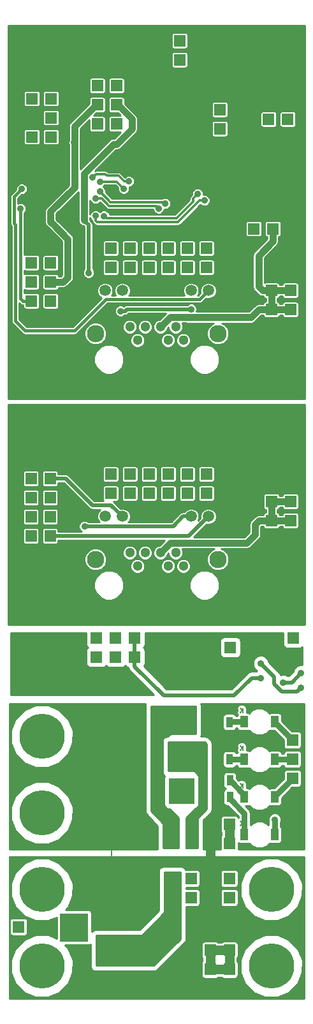
<source format=gbr>
G75*
G71*
%MOMM*%
%OFA0B0*%
%FSLAX53Y53*%
%IPPOS*%
%LPD*%
%ADD14C,0.40000*%
%ADD15R,3.81000X3.81000*%
%ADD17C,0.30000*%
%ADD21C,0.80000*%
%ADD23C,2.30000*%
%ADD29C,0.20000*%
%ADD31C,1.30000*%
%ADD33C,0.25400*%
%ADD35C,0.50000*%
%ADD39R,1.05000X1.50000*%
%ADD40C,0.89000*%
%ADD41R,1.52400X1.52400*%
%ADD60C,0.15000*%
%ADD67C,0.90000*%
%ADD77R,0.88900X1.39700*%
%ADD78R,3.40000X3.40000*%
%ADD82C,1.50000*%
%ADD85C,6.00000*%
X0000000Y0000000D02*
G01*
D17*
D60*
X0031504Y0023752D02*
X0031184Y0024057D01*
X0031466Y0023767D02*
X0031191Y0023496D01*
X0031496Y0023496D02*
X0031501Y0024065D01*
X0031504Y0038752D02*
X0031184Y0039057D01*
X0031466Y0038767D02*
X0031191Y0038496D01*
X0031496Y0038496D02*
X0031501Y0039065D01*
X0031504Y0028748D02*
X0031184Y0029053D01*
X0031466Y0028763D02*
X0031191Y0028491D01*
X0031496Y0028491D02*
X0031501Y0029060D01*
X0031504Y0033752D02*
X0031184Y0034057D01*
X0031466Y0033767D02*
X0031191Y0033496D01*
X0031496Y0033496D02*
X0031501Y0034065D01*
D85*
X0035306Y0014986D03*
D41*
X0029718Y0001842D03*
X0027178Y0001842D03*
X0029718Y0004382D03*
X0027178Y0004382D03*
X0029718Y0006922D03*
X0027178Y0006922D03*
X0029718Y0009462D03*
X0027178Y0009462D03*
D15*
X0014097Y0013058D03*
X0014097Y0006858D03*
X0009097Y0009958D03*
D41*
X0022098Y0013907D03*
X0022098Y0016447D03*
X0022098Y0021082D03*
X0022098Y0023622D03*
X0024638Y0021082D03*
X0024638Y0023622D03*
X0024638Y0013907D03*
X0024638Y0016447D03*
X0038100Y0034798D03*
X0038100Y0029718D03*
D77*
X0029782Y0027242D03*
X0027877Y0027242D03*
X0029718Y0037211D03*
X0027813Y0037211D03*
X0029782Y0029464D03*
X0027877Y0029464D03*
D78*
X0023368Y0028066D03*
X0023368Y0032766D03*
X0023368Y0037466D03*
D85*
X0004826Y0014986D03*
X0035306Y0004826D03*
X0004826Y0004826D03*
X0004826Y0025146D03*
X0004826Y0035306D03*
D41*
X0038100Y0032258D03*
D77*
X0029718Y0032258D03*
X0027813Y0032258D03*
D39*
X0035719Y0022246D03*
X0031719Y0022246D03*
X0035719Y0037246D03*
X0031719Y0037246D03*
X0035719Y0027242D03*
X0031719Y0027242D03*
X0035719Y0032246D03*
X0031719Y0032246D03*
D41*
X0029718Y0013907D03*
X0029718Y0016447D03*
X0029718Y0021082D03*
X0029718Y0023622D03*
X0027178Y0021082D03*
X0027178Y0023622D03*
X0027178Y0013907D03*
X0027178Y0016447D03*
X0001715Y0010033D03*
D40*
X0012827Y0023876D03*
X0035751Y0024257D03*
D29*
X0014097Y0013058D02*
X0014097Y0022606D01*
X0014097Y0022606D02*
X0012827Y0023876D01*
D31*
X0027178Y0016447D02*
X0027178Y0021082D01*
D21*
X0027813Y0032258D02*
X0027813Y0037211D01*
X0027877Y0029464D02*
X0027877Y0032195D01*
X0027877Y0032195D02*
X0027813Y0032258D01*
X0027877Y0027242D02*
X0027877Y0029464D01*
X0027877Y0027242D02*
X0027877Y0024321D01*
X0027877Y0024321D02*
X0027178Y0023622D01*
X0029782Y0027242D02*
X0029782Y0026988D01*
X0029782Y0026988D02*
X0031719Y0025051D01*
X0031719Y0025051D02*
X0031719Y0023796D01*
X0031719Y0023796D02*
X0031719Y0022246D01*
X0035719Y0022246D02*
X0035719Y0024225D01*
X0035719Y0024225D02*
X0035751Y0024257D01*
D31*
X0029718Y0021082D02*
X0029718Y0023622D01*
D21*
X0031719Y0037246D02*
X0029753Y0037246D01*
X0029753Y0037246D02*
X0029718Y0037211D01*
X0035719Y0037246D02*
X0035719Y0037180D01*
X0035719Y0037180D02*
X0038100Y0034798D01*
X0029782Y0029464D02*
X0031719Y0027527D01*
X0031719Y0027527D02*
X0031719Y0027242D01*
X0035719Y0027242D02*
X0035719Y0027337D01*
X0035719Y0027337D02*
X0038100Y0029718D01*
D31*
X0029718Y0006922D02*
X0027178Y0006922D01*
X0029718Y0004382D02*
X0029718Y0006922D01*
X0027178Y0004382D02*
X0029718Y0004382D01*
X0027178Y0004382D02*
X0027178Y0006922D01*
D21*
X0029718Y0032258D02*
X0031707Y0032258D01*
X0031707Y0032258D02*
X0031719Y0032246D01*
X0035719Y0032246D02*
X0038088Y0032246D01*
X0038088Y0032246D02*
X0038100Y0032258D01*
D33*
G36*
X0023178Y0008371D02*
X0019696Y0004890D01*
X0012065Y0004890D01*
X0012065Y0008890D01*
X0018034Y0008890D01*
X0018083Y0008900D01*
X0018124Y0008927D01*
X0021045Y0011848D01*
X0021073Y0011890D01*
X0021082Y0011938D01*
X0021082Y0017272D01*
X0023178Y0017272D01*
X0023178Y0008371D01*
X0023178Y0008371D01*
G37*
X0023178Y0008371D02*
X0019696Y0004890D01*
X0012065Y0004890D01*
X0012065Y0008890D01*
X0018034Y0008890D01*
X0018083Y0008900D01*
X0018124Y0008927D01*
X0021045Y0011848D01*
X0021073Y0011890D01*
X0021082Y0011938D01*
X0021082Y0017272D01*
X0023178Y0017272D01*
X0023178Y0008371D01*
G36*
X0039630Y0000502D02*
X0000502Y0000502D01*
X0000502Y0010795D01*
X0000517Y0010795D01*
X0000517Y0009271D01*
X0000547Y0009113D01*
X0000640Y0008967D01*
X0000783Y0008870D01*
X0000953Y0008836D01*
X0002477Y0008836D01*
X0002635Y0008865D01*
X0002780Y0008959D01*
X0002878Y0009102D01*
X0002912Y0009271D01*
X0002912Y0010795D01*
X0002882Y0010953D01*
X0002789Y0011099D01*
X0002646Y0011196D01*
X0002477Y0011230D01*
X0000953Y0011230D01*
X0000794Y0011201D01*
X0000649Y0011107D01*
X0000551Y0010964D01*
X0000517Y0010795D01*
X0000502Y0010795D01*
X0000502Y0014169D01*
X0000698Y0014169D01*
X0001325Y0012651D01*
X0002485Y0011489D01*
X0004001Y0010860D01*
X0005643Y0010858D01*
X0006757Y0011318D01*
X0006757Y0008493D01*
X0005651Y0008952D01*
X0004009Y0008954D01*
X0002491Y0008327D01*
X0001329Y0007167D01*
X0000700Y0005651D01*
X0000698Y0004009D01*
X0001325Y0002491D01*
X0002485Y0001329D01*
X0004001Y0000700D01*
X0005643Y0000698D01*
X0007161Y0001325D01*
X0008323Y0002485D01*
X0008952Y0004001D01*
X0008954Y0005643D01*
X0008327Y0007161D01*
X0007871Y0007618D01*
X0011002Y0007618D01*
X0011160Y0007647D01*
X0011303Y0007739D01*
X0011303Y0004763D01*
X0011346Y0004532D01*
X0011483Y0004320D01*
X0011691Y0004178D01*
X0011938Y0004128D01*
X0019749Y0004128D01*
X0019987Y0004174D01*
X0020198Y0004313D01*
X0023568Y0007684D01*
X0025981Y0007684D01*
X0025981Y0006160D01*
X0026010Y0006001D01*
X0026101Y0005860D01*
X0026101Y0005439D01*
X0026015Y0005313D01*
X0025981Y0005144D01*
X0025981Y0003620D01*
X0026010Y0003461D01*
X0026104Y0003316D01*
X0026247Y0003218D01*
X0026416Y0003184D01*
X0027940Y0003184D01*
X0028098Y0003214D01*
X0028239Y0003305D01*
X0028661Y0003305D01*
X0028787Y0003218D01*
X0028956Y0003184D01*
X0030480Y0003184D01*
X0030638Y0003214D01*
X0030784Y0003307D01*
X0030881Y0003450D01*
X0030915Y0003620D01*
X0030915Y0004009D01*
X0031178Y0004009D01*
X0031805Y0002491D01*
X0032965Y0001329D01*
X0034481Y0000700D01*
X0036123Y0000698D01*
X0037641Y0001325D01*
X0038803Y0002485D01*
X0039432Y0004001D01*
X0039434Y0005643D01*
X0038807Y0007161D01*
X0037647Y0008323D01*
X0036131Y0008952D01*
X0034489Y0008954D01*
X0032971Y0008327D01*
X0031809Y0007167D01*
X0031180Y0005651D01*
X0031178Y0004009D01*
X0030915Y0004009D01*
X0030915Y0005144D01*
X0030886Y0005302D01*
X0030795Y0005443D01*
X0030795Y0005864D01*
X0030881Y0005990D01*
X0030915Y0006160D01*
X0030915Y0007684D01*
X0030886Y0007842D01*
X0030792Y0007987D01*
X0030649Y0008085D01*
X0030480Y0008119D01*
X0028956Y0008119D01*
X0028798Y0008089D01*
X0028657Y0007999D01*
X0028235Y0007999D01*
X0028109Y0008085D01*
X0027940Y0008119D01*
X0026416Y0008119D01*
X0026258Y0008089D01*
X0026112Y0007996D01*
X0026015Y0007853D01*
X0025981Y0007684D01*
X0023568Y0007684D01*
X0023754Y0007869D01*
X0023889Y0008071D01*
X0023940Y0008319D01*
X0023940Y0012709D01*
X0025400Y0012709D01*
X0025558Y0012739D01*
X0025704Y0012832D01*
X0025801Y0012975D01*
X0025835Y0013145D01*
X0025835Y0014669D01*
X0028521Y0014669D01*
X0028521Y0013145D01*
X0028550Y0012986D01*
X0028644Y0012841D01*
X0028787Y0012743D01*
X0028956Y0012709D01*
X0030480Y0012709D01*
X0030638Y0012739D01*
X0030784Y0012832D01*
X0030881Y0012975D01*
X0030915Y0013145D01*
X0030915Y0014169D01*
X0031178Y0014169D01*
X0031805Y0012651D01*
X0032965Y0011489D01*
X0034481Y0010860D01*
X0036123Y0010858D01*
X0037641Y0011485D01*
X0038803Y0012645D01*
X0039432Y0014161D01*
X0039434Y0015803D01*
X0038807Y0017321D01*
X0037647Y0018483D01*
X0036131Y0019112D01*
X0034489Y0019114D01*
X0032971Y0018487D01*
X0031809Y0017327D01*
X0031180Y0015811D01*
X0031178Y0014169D01*
X0030915Y0014169D01*
X0030915Y0014669D01*
X0030886Y0014827D01*
X0030792Y0014972D01*
X0030649Y0015070D01*
X0030480Y0015104D01*
X0028956Y0015104D01*
X0028798Y0015074D01*
X0028652Y0014981D01*
X0028555Y0014838D01*
X0028521Y0014669D01*
X0025835Y0014669D01*
X0025806Y0014827D01*
X0025712Y0014972D01*
X0025569Y0015070D01*
X0025400Y0015104D01*
X0023940Y0015104D01*
X0023940Y0015249D01*
X0025400Y0015249D01*
X0025558Y0015279D01*
X0025704Y0015372D01*
X0025801Y0015515D01*
X0025835Y0015685D01*
X0025835Y0017209D01*
X0028521Y0017209D01*
X0028521Y0015685D01*
X0028550Y0015526D01*
X0028644Y0015381D01*
X0028787Y0015283D01*
X0028956Y0015249D01*
X0030480Y0015249D01*
X0030638Y0015279D01*
X0030784Y0015372D01*
X0030881Y0015515D01*
X0030915Y0015685D01*
X0030915Y0017209D01*
X0030886Y0017367D01*
X0030792Y0017512D01*
X0030649Y0017610D01*
X0030480Y0017644D01*
X0028956Y0017644D01*
X0028798Y0017614D01*
X0028652Y0017521D01*
X0028555Y0017378D01*
X0028521Y0017209D01*
X0025835Y0017209D01*
X0025806Y0017367D01*
X0025712Y0017512D01*
X0025569Y0017610D01*
X0025400Y0017644D01*
X0023887Y0017644D01*
X0023760Y0017842D01*
X0023552Y0017984D01*
X0023305Y0018034D01*
X0020955Y0018034D01*
X0020724Y0017991D01*
X0020512Y0017854D01*
X0020370Y0017646D01*
X0020320Y0017399D01*
X0020320Y0012201D01*
X0017771Y0009652D01*
X0011938Y0009652D01*
X0011707Y0009609D01*
X0011495Y0009472D01*
X0011437Y0009387D01*
X0011437Y0011863D01*
X0011408Y0012021D01*
X0011314Y0012167D01*
X0011171Y0012264D01*
X0011002Y0012298D01*
X0007975Y0012298D01*
X0008323Y0012645D01*
X0008952Y0014161D01*
X0008954Y0015803D01*
X0008327Y0017321D01*
X0007167Y0018483D01*
X0005651Y0019112D01*
X0004009Y0019114D01*
X0002491Y0018487D01*
X0001329Y0017327D01*
X0000700Y0015811D01*
X0000698Y0014169D01*
X0000502Y0014169D01*
X0000502Y0019310D01*
X0039630Y0019310D01*
X0039630Y0000502D01*
X0039630Y0000502D01*
G37*
X0039630Y0000502D02*
X0000502Y0000502D01*
X0000502Y0010795D01*
X0000517Y0010795D01*
X0000517Y0009271D01*
X0000547Y0009113D01*
X0000640Y0008967D01*
X0000783Y0008870D01*
X0000953Y0008836D01*
X0002477Y0008836D01*
X0002635Y0008865D01*
X0002780Y0008959D01*
X0002878Y0009102D01*
X0002912Y0009271D01*
X0002912Y0010795D01*
X0002882Y0010953D01*
X0002789Y0011099D01*
X0002646Y0011196D01*
X0002477Y0011230D01*
X0000953Y0011230D01*
X0000794Y0011201D01*
X0000649Y0011107D01*
X0000551Y0010964D01*
X0000517Y0010795D01*
X0000502Y0010795D01*
X0000502Y0014169D01*
X0000698Y0014169D01*
X0001325Y0012651D01*
X0002485Y0011489D01*
X0004001Y0010860D01*
X0005643Y0010858D01*
X0006757Y0011318D01*
X0006757Y0008493D01*
X0005651Y0008952D01*
X0004009Y0008954D01*
X0002491Y0008327D01*
X0001329Y0007167D01*
X0000700Y0005651D01*
X0000698Y0004009D01*
X0001325Y0002491D01*
X0002485Y0001329D01*
X0004001Y0000700D01*
X0005643Y0000698D01*
X0007161Y0001325D01*
X0008323Y0002485D01*
X0008952Y0004001D01*
X0008954Y0005643D01*
X0008327Y0007161D01*
X0007871Y0007618D01*
X0011002Y0007618D01*
X0011160Y0007647D01*
X0011303Y0007739D01*
X0011303Y0004763D01*
X0011346Y0004532D01*
X0011483Y0004320D01*
X0011691Y0004178D01*
X0011938Y0004128D01*
X0019749Y0004128D01*
X0019987Y0004174D01*
X0020198Y0004313D01*
X0023568Y0007684D01*
X0025981Y0007684D01*
X0025981Y0006160D01*
X0026010Y0006001D01*
X0026101Y0005860D01*
X0026101Y0005439D01*
X0026015Y0005313D01*
X0025981Y0005144D01*
X0025981Y0003620D01*
X0026010Y0003461D01*
X0026104Y0003316D01*
X0026247Y0003218D01*
X0026416Y0003184D01*
X0027940Y0003184D01*
X0028098Y0003214D01*
X0028239Y0003305D01*
X0028661Y0003305D01*
X0028787Y0003218D01*
X0028956Y0003184D01*
X0030480Y0003184D01*
X0030638Y0003214D01*
X0030784Y0003307D01*
X0030881Y0003450D01*
X0030915Y0003620D01*
X0030915Y0004009D01*
X0031178Y0004009D01*
X0031805Y0002491D01*
X0032965Y0001329D01*
X0034481Y0000700D01*
X0036123Y0000698D01*
X0037641Y0001325D01*
X0038803Y0002485D01*
X0039432Y0004001D01*
X0039434Y0005643D01*
X0038807Y0007161D01*
X0037647Y0008323D01*
X0036131Y0008952D01*
X0034489Y0008954D01*
X0032971Y0008327D01*
X0031809Y0007167D01*
X0031180Y0005651D01*
X0031178Y0004009D01*
X0030915Y0004009D01*
X0030915Y0005144D01*
X0030886Y0005302D01*
X0030795Y0005443D01*
X0030795Y0005864D01*
X0030881Y0005990D01*
X0030915Y0006160D01*
X0030915Y0007684D01*
X0030886Y0007842D01*
X0030792Y0007987D01*
X0030649Y0008085D01*
X0030480Y0008119D01*
X0028956Y0008119D01*
X0028798Y0008089D01*
X0028657Y0007999D01*
X0028235Y0007999D01*
X0028109Y0008085D01*
X0027940Y0008119D01*
X0026416Y0008119D01*
X0026258Y0008089D01*
X0026112Y0007996D01*
X0026015Y0007853D01*
X0025981Y0007684D01*
X0023568Y0007684D01*
X0023754Y0007869D01*
X0023889Y0008071D01*
X0023940Y0008319D01*
X0023940Y0012709D01*
X0025400Y0012709D01*
X0025558Y0012739D01*
X0025704Y0012832D01*
X0025801Y0012975D01*
X0025835Y0013145D01*
X0025835Y0014669D01*
X0028521Y0014669D01*
X0028521Y0013145D01*
X0028550Y0012986D01*
X0028644Y0012841D01*
X0028787Y0012743D01*
X0028956Y0012709D01*
X0030480Y0012709D01*
X0030638Y0012739D01*
X0030784Y0012832D01*
X0030881Y0012975D01*
X0030915Y0013145D01*
X0030915Y0014169D01*
X0031178Y0014169D01*
X0031805Y0012651D01*
X0032965Y0011489D01*
X0034481Y0010860D01*
X0036123Y0010858D01*
X0037641Y0011485D01*
X0038803Y0012645D01*
X0039432Y0014161D01*
X0039434Y0015803D01*
X0038807Y0017321D01*
X0037647Y0018483D01*
X0036131Y0019112D01*
X0034489Y0019114D01*
X0032971Y0018487D01*
X0031809Y0017327D01*
X0031180Y0015811D01*
X0031178Y0014169D01*
X0030915Y0014169D01*
X0030915Y0014669D01*
X0030886Y0014827D01*
X0030792Y0014972D01*
X0030649Y0015070D01*
X0030480Y0015104D01*
X0028956Y0015104D01*
X0028798Y0015074D01*
X0028652Y0014981D01*
X0028555Y0014838D01*
X0028521Y0014669D01*
X0025835Y0014669D01*
X0025806Y0014827D01*
X0025712Y0014972D01*
X0025569Y0015070D01*
X0025400Y0015104D01*
X0023940Y0015104D01*
X0023940Y0015249D01*
X0025400Y0015249D01*
X0025558Y0015279D01*
X0025704Y0015372D01*
X0025801Y0015515D01*
X0025835Y0015685D01*
X0025835Y0017209D01*
X0028521Y0017209D01*
X0028521Y0015685D01*
X0028550Y0015526D01*
X0028644Y0015381D01*
X0028787Y0015283D01*
X0028956Y0015249D01*
X0030480Y0015249D01*
X0030638Y0015279D01*
X0030784Y0015372D01*
X0030881Y0015515D01*
X0030915Y0015685D01*
X0030915Y0017209D01*
X0030886Y0017367D01*
X0030792Y0017512D01*
X0030649Y0017610D01*
X0030480Y0017644D01*
X0028956Y0017644D01*
X0028798Y0017614D01*
X0028652Y0017521D01*
X0028555Y0017378D01*
X0028521Y0017209D01*
X0025835Y0017209D01*
X0025806Y0017367D01*
X0025712Y0017512D01*
X0025569Y0017610D01*
X0025400Y0017644D01*
X0023887Y0017644D01*
X0023760Y0017842D01*
X0023552Y0017984D01*
X0023305Y0018034D01*
X0020955Y0018034D01*
X0020724Y0017991D01*
X0020512Y0017854D01*
X0020370Y0017646D01*
X0020320Y0017399D01*
X0020320Y0012201D01*
X0017771Y0009652D01*
X0011938Y0009652D01*
X0011707Y0009609D01*
X0011495Y0009472D01*
X0011437Y0009387D01*
X0011437Y0011863D01*
X0011408Y0012021D01*
X0011314Y0012167D01*
X0011171Y0012264D01*
X0011002Y0012298D01*
X0007975Y0012298D01*
X0008323Y0012645D01*
X0008952Y0014161D01*
X0008954Y0015803D01*
X0008327Y0017321D01*
X0007167Y0018483D01*
X0005651Y0019112D01*
X0004009Y0019114D01*
X0002491Y0018487D01*
X0001329Y0017327D01*
X0000700Y0015811D01*
X0000698Y0014169D01*
X0000502Y0014169D01*
X0000502Y0019310D01*
X0039630Y0019310D01*
X0039630Y0000502D01*
G36*
X0039630Y0020314D02*
X0030914Y0020314D01*
X0030915Y0020320D01*
X0030915Y0021169D01*
X0031024Y0021095D01*
X0031194Y0021061D01*
X0032244Y0021061D01*
X0032368Y0021084D01*
X0032711Y0020740D01*
X0033363Y0020469D01*
X0034070Y0020469D01*
X0034724Y0020739D01*
X0035071Y0021085D01*
X0035194Y0021061D01*
X0036244Y0021061D01*
X0036402Y0021090D01*
X0036547Y0021184D01*
X0036645Y0021327D01*
X0036679Y0021496D01*
X0036679Y0022996D01*
X0036649Y0023154D01*
X0036556Y0023300D01*
X0036546Y0023306D01*
X0036546Y0023898D01*
X0036622Y0024083D01*
X0036623Y0024430D01*
X0036490Y0024750D01*
X0036245Y0024996D01*
X0035925Y0025129D01*
X0035578Y0025129D01*
X0035257Y0024997D01*
X0035012Y0024752D01*
X0034879Y0024431D01*
X0034878Y0024084D01*
X0034892Y0024052D01*
X0034892Y0023586D01*
X0034726Y0023752D01*
X0034074Y0024023D01*
X0033367Y0024023D01*
X0032713Y0023753D01*
X0032546Y0023586D01*
X0032546Y0025051D01*
X0032483Y0025367D01*
X0032418Y0025464D01*
X0032303Y0025635D01*
X0031882Y0026056D01*
X0032244Y0026056D01*
X0032368Y0026079D01*
X0032711Y0025736D01*
X0033363Y0025465D01*
X0034070Y0025464D01*
X0034724Y0025734D01*
X0035071Y0026081D01*
X0035194Y0026056D01*
X0036244Y0026056D01*
X0036402Y0026086D01*
X0036547Y0026179D01*
X0036645Y0026322D01*
X0036679Y0026492D01*
X0036679Y0027127D01*
X0038072Y0028521D01*
X0038862Y0028521D01*
X0039020Y0028550D01*
X0039166Y0028644D01*
X0039263Y0028787D01*
X0039297Y0028956D01*
X0039297Y0030480D01*
X0039268Y0030638D01*
X0039174Y0030784D01*
X0039031Y0030881D01*
X0038862Y0030915D01*
X0037338Y0030915D01*
X0037180Y0030886D01*
X0037034Y0030792D01*
X0036937Y0030649D01*
X0036903Y0030480D01*
X0036903Y0029690D01*
X0035639Y0028427D01*
X0035194Y0028427D01*
X0035069Y0028404D01*
X0034726Y0028747D01*
X0034074Y0029018D01*
X0033367Y0029019D01*
X0032713Y0028749D01*
X0032366Y0028402D01*
X0032244Y0028427D01*
X0031988Y0028427D01*
X0031986Y0028429D01*
X0031998Y0028487D01*
X0032000Y0028729D01*
X0032005Y0028760D01*
X0032001Y0028782D01*
X0032003Y0029056D01*
X0031967Y0029248D01*
X0031859Y0029412D01*
X0031697Y0029522D01*
X0031506Y0029562D01*
X0031324Y0029528D01*
X0031171Y0029554D01*
X0030980Y0029511D01*
X0030935Y0029480D01*
X0030661Y0029754D01*
X0030661Y0030163D01*
X0030632Y0030321D01*
X0030538Y0030466D01*
X0030395Y0030564D01*
X0030226Y0030598D01*
X0029337Y0030598D01*
X0029179Y0030568D01*
X0029033Y0030475D01*
X0028936Y0030332D01*
X0028902Y0030163D01*
X0028902Y0028766D01*
X0028931Y0028607D01*
X0029025Y0028462D01*
X0029168Y0028364D01*
X0029221Y0028354D01*
X0029179Y0028346D01*
X0029033Y0028252D01*
X0028936Y0028109D01*
X0028902Y0027940D01*
X0028902Y0026543D01*
X0028931Y0026385D01*
X0029025Y0026239D01*
X0029168Y0026142D01*
X0029337Y0026108D01*
X0029492Y0026108D01*
X0030892Y0024708D01*
X0030892Y0024511D01*
X0030886Y0024542D01*
X0030792Y0024688D01*
X0030649Y0024785D01*
X0030480Y0024819D01*
X0028956Y0024819D01*
X0028798Y0024790D01*
X0028652Y0024696D01*
X0028555Y0024553D01*
X0028521Y0024384D01*
X0028521Y0022860D01*
X0028550Y0022702D01*
X0028641Y0022561D01*
X0028641Y0022139D01*
X0028555Y0022013D01*
X0028521Y0021844D01*
X0028521Y0020320D01*
X0028522Y0020314D01*
X0026289Y0020314D01*
X0026289Y0024248D01*
X0027246Y0025205D01*
X0027382Y0025407D01*
X0027432Y0025654D01*
X0027432Y0032957D01*
X0028838Y0032957D01*
X0028838Y0031560D01*
X0028868Y0031401D01*
X0028961Y0031256D01*
X0029104Y0031158D01*
X0029274Y0031124D01*
X0030163Y0031124D01*
X0030321Y0031154D01*
X0030466Y0031247D01*
X0030564Y0031390D01*
X0030572Y0031431D01*
X0030770Y0031431D01*
X0030788Y0031338D01*
X0030881Y0031192D01*
X0031024Y0031095D01*
X0031194Y0031061D01*
X0032244Y0031061D01*
X0032368Y0031084D01*
X0032711Y0030740D01*
X0033363Y0030469D01*
X0034070Y0030469D01*
X0034724Y0030739D01*
X0035071Y0031085D01*
X0035194Y0031061D01*
X0036244Y0031061D01*
X0036402Y0031090D01*
X0036547Y0031184D01*
X0036645Y0031327D01*
X0036663Y0031419D01*
X0036917Y0031419D01*
X0036932Y0031338D01*
X0037026Y0031192D01*
X0037169Y0031095D01*
X0037338Y0031061D01*
X0038862Y0031061D01*
X0039020Y0031090D01*
X0039166Y0031184D01*
X0039263Y0031327D01*
X0039297Y0031496D01*
X0039297Y0033020D01*
X0039268Y0033178D01*
X0039174Y0033324D01*
X0039031Y0033421D01*
X0038862Y0033455D01*
X0037338Y0033455D01*
X0037180Y0033426D01*
X0037034Y0033332D01*
X0036937Y0033189D01*
X0036913Y0033073D01*
X0036664Y0033073D01*
X0036649Y0033154D01*
X0036556Y0033300D01*
X0036413Y0033397D01*
X0036244Y0033431D01*
X0035194Y0033431D01*
X0035069Y0033408D01*
X0034726Y0033752D01*
X0034074Y0034023D01*
X0033367Y0034023D01*
X0032713Y0033753D01*
X0032366Y0033407D01*
X0032244Y0033431D01*
X0031986Y0033431D01*
X0031998Y0033491D01*
X0032000Y0033734D01*
X0032005Y0033764D01*
X0032001Y0033786D01*
X0032003Y0034060D01*
X0031967Y0034253D01*
X0031859Y0034416D01*
X0031697Y0034527D01*
X0031506Y0034567D01*
X0031324Y0034532D01*
X0031171Y0034559D01*
X0030980Y0034516D01*
X0030820Y0034403D01*
X0030715Y0034238D01*
X0030682Y0034045D01*
X0030725Y0033854D01*
X0030783Y0033771D01*
X0030728Y0033690D01*
X0030689Y0033498D01*
X0030727Y0033306D01*
X0030806Y0033185D01*
X0030792Y0033165D01*
X0030776Y0033085D01*
X0030574Y0033085D01*
X0030568Y0033115D01*
X0030475Y0033260D01*
X0030332Y0033358D01*
X0030163Y0033392D01*
X0029274Y0033392D01*
X0029115Y0033362D01*
X0028970Y0033269D01*
X0028872Y0033126D01*
X0028838Y0032957D01*
X0027432Y0032957D01*
X0027432Y0034354D01*
X0027385Y0034592D01*
X0027246Y0034803D01*
X0026929Y0035120D01*
X0026727Y0035256D01*
X0026480Y0035306D01*
X0025933Y0035306D01*
X0025972Y0035497D01*
X0025972Y0037910D01*
X0028838Y0037910D01*
X0028838Y0036513D01*
X0028868Y0036354D01*
X0028961Y0036209D01*
X0029104Y0036111D01*
X0029274Y0036077D01*
X0030163Y0036077D01*
X0030321Y0036107D01*
X0030466Y0036200D01*
X0030564Y0036343D01*
X0030579Y0036419D01*
X0030773Y0036419D01*
X0030788Y0036338D01*
X0030881Y0036192D01*
X0031024Y0036095D01*
X0031194Y0036061D01*
X0032244Y0036061D01*
X0032368Y0036084D01*
X0032711Y0035740D01*
X0033363Y0035469D01*
X0034070Y0035469D01*
X0034724Y0035739D01*
X0035071Y0036085D01*
X0035194Y0036061D01*
X0035668Y0036061D01*
X0036903Y0034826D01*
X0036903Y0034036D01*
X0036932Y0033878D01*
X0037026Y0033732D01*
X0037169Y0033635D01*
X0037338Y0033601D01*
X0038862Y0033601D01*
X0039020Y0033630D01*
X0039166Y0033724D01*
X0039263Y0033867D01*
X0039297Y0034036D01*
X0039297Y0035560D01*
X0039268Y0035718D01*
X0039174Y0035864D01*
X0039031Y0035961D01*
X0038862Y0035995D01*
X0038072Y0035995D01*
X0036679Y0037389D01*
X0036679Y0037996D01*
X0036649Y0038154D01*
X0036556Y0038300D01*
X0036413Y0038397D01*
X0036244Y0038431D01*
X0035194Y0038431D01*
X0035069Y0038408D01*
X0034726Y0038752D01*
X0034074Y0039023D01*
X0033367Y0039023D01*
X0032713Y0038753D01*
X0032366Y0038407D01*
X0032244Y0038431D01*
X0031986Y0038431D01*
X0031998Y0038491D01*
X0032000Y0038734D01*
X0032005Y0038764D01*
X0032001Y0038786D01*
X0032003Y0039060D01*
X0031967Y0039253D01*
X0031859Y0039416D01*
X0031697Y0039527D01*
X0031506Y0039567D01*
X0031324Y0039532D01*
X0031171Y0039559D01*
X0030980Y0039516D01*
X0030820Y0039403D01*
X0030715Y0039238D01*
X0030682Y0039045D01*
X0030725Y0038854D01*
X0030783Y0038771D01*
X0030728Y0038690D01*
X0030689Y0038498D01*
X0030727Y0038306D01*
X0030806Y0038185D01*
X0030792Y0038165D01*
X0030774Y0038073D01*
X0030565Y0038073D01*
X0030475Y0038213D01*
X0030332Y0038311D01*
X0030163Y0038345D01*
X0029274Y0038345D01*
X0029115Y0038315D01*
X0028970Y0038222D01*
X0028872Y0038079D01*
X0028838Y0037910D01*
X0025972Y0037910D01*
X0025972Y0039434D01*
X0025935Y0039630D01*
X0039630Y0039630D01*
X0039630Y0020314D01*
X0039630Y0020314D01*
G37*
X0039630Y0020314D02*
X0030914Y0020314D01*
X0030915Y0020320D01*
X0030915Y0021169D01*
X0031024Y0021095D01*
X0031194Y0021061D01*
X0032244Y0021061D01*
X0032368Y0021084D01*
X0032711Y0020740D01*
X0033363Y0020469D01*
X0034070Y0020469D01*
X0034724Y0020739D01*
X0035071Y0021085D01*
X0035194Y0021061D01*
X0036244Y0021061D01*
X0036402Y0021090D01*
X0036547Y0021184D01*
X0036645Y0021327D01*
X0036679Y0021496D01*
X0036679Y0022996D01*
X0036649Y0023154D01*
X0036556Y0023300D01*
X0036546Y0023306D01*
X0036546Y0023898D01*
X0036622Y0024083D01*
X0036623Y0024430D01*
X0036490Y0024750D01*
X0036245Y0024996D01*
X0035925Y0025129D01*
X0035578Y0025129D01*
X0035257Y0024997D01*
X0035012Y0024752D01*
X0034879Y0024431D01*
X0034878Y0024084D01*
X0034892Y0024052D01*
X0034892Y0023586D01*
X0034726Y0023752D01*
X0034074Y0024023D01*
X0033367Y0024023D01*
X0032713Y0023753D01*
X0032546Y0023586D01*
X0032546Y0025051D01*
X0032483Y0025367D01*
X0032418Y0025464D01*
X0032303Y0025635D01*
X0031882Y0026056D01*
X0032244Y0026056D01*
X0032368Y0026079D01*
X0032711Y0025736D01*
X0033363Y0025465D01*
X0034070Y0025464D01*
X0034724Y0025734D01*
X0035071Y0026081D01*
X0035194Y0026056D01*
X0036244Y0026056D01*
X0036402Y0026086D01*
X0036547Y0026179D01*
X0036645Y0026322D01*
X0036679Y0026492D01*
X0036679Y0027127D01*
X0038072Y0028521D01*
X0038862Y0028521D01*
X0039020Y0028550D01*
X0039166Y0028644D01*
X0039263Y0028787D01*
X0039297Y0028956D01*
X0039297Y0030480D01*
X0039268Y0030638D01*
X0039174Y0030784D01*
X0039031Y0030881D01*
X0038862Y0030915D01*
X0037338Y0030915D01*
X0037180Y0030886D01*
X0037034Y0030792D01*
X0036937Y0030649D01*
X0036903Y0030480D01*
X0036903Y0029690D01*
X0035639Y0028427D01*
X0035194Y0028427D01*
X0035069Y0028404D01*
X0034726Y0028747D01*
X0034074Y0029018D01*
X0033367Y0029019D01*
X0032713Y0028749D01*
X0032366Y0028402D01*
X0032244Y0028427D01*
X0031988Y0028427D01*
X0031986Y0028429D01*
X0031998Y0028487D01*
X0032000Y0028729D01*
X0032005Y0028760D01*
X0032001Y0028782D01*
X0032003Y0029056D01*
X0031967Y0029248D01*
X0031859Y0029412D01*
X0031697Y0029522D01*
X0031506Y0029562D01*
X0031324Y0029528D01*
X0031171Y0029554D01*
X0030980Y0029511D01*
X0030935Y0029480D01*
X0030661Y0029754D01*
X0030661Y0030163D01*
X0030632Y0030321D01*
X0030538Y0030466D01*
X0030395Y0030564D01*
X0030226Y0030598D01*
X0029337Y0030598D01*
X0029179Y0030568D01*
X0029033Y0030475D01*
X0028936Y0030332D01*
X0028902Y0030163D01*
X0028902Y0028766D01*
X0028931Y0028607D01*
X0029025Y0028462D01*
X0029168Y0028364D01*
X0029221Y0028354D01*
X0029179Y0028346D01*
X0029033Y0028252D01*
X0028936Y0028109D01*
X0028902Y0027940D01*
X0028902Y0026543D01*
X0028931Y0026385D01*
X0029025Y0026239D01*
X0029168Y0026142D01*
X0029337Y0026108D01*
X0029492Y0026108D01*
X0030892Y0024708D01*
X0030892Y0024511D01*
X0030886Y0024542D01*
X0030792Y0024688D01*
X0030649Y0024785D01*
X0030480Y0024819D01*
X0028956Y0024819D01*
X0028798Y0024790D01*
X0028652Y0024696D01*
X0028555Y0024553D01*
X0028521Y0024384D01*
X0028521Y0022860D01*
X0028550Y0022702D01*
X0028641Y0022561D01*
X0028641Y0022139D01*
X0028555Y0022013D01*
X0028521Y0021844D01*
X0028521Y0020320D01*
X0028522Y0020314D01*
X0026289Y0020314D01*
X0026289Y0024248D01*
X0027246Y0025205D01*
X0027382Y0025407D01*
X0027432Y0025654D01*
X0027432Y0032957D01*
X0028838Y0032957D01*
X0028838Y0031560D01*
X0028868Y0031401D01*
X0028961Y0031256D01*
X0029104Y0031158D01*
X0029274Y0031124D01*
X0030163Y0031124D01*
X0030321Y0031154D01*
X0030466Y0031247D01*
X0030564Y0031390D01*
X0030572Y0031431D01*
X0030770Y0031431D01*
X0030788Y0031338D01*
X0030881Y0031192D01*
X0031024Y0031095D01*
X0031194Y0031061D01*
X0032244Y0031061D01*
X0032368Y0031084D01*
X0032711Y0030740D01*
X0033363Y0030469D01*
X0034070Y0030469D01*
X0034724Y0030739D01*
X0035071Y0031085D01*
X0035194Y0031061D01*
X0036244Y0031061D01*
X0036402Y0031090D01*
X0036547Y0031184D01*
X0036645Y0031327D01*
X0036663Y0031419D01*
X0036917Y0031419D01*
X0036932Y0031338D01*
X0037026Y0031192D01*
X0037169Y0031095D01*
X0037338Y0031061D01*
X0038862Y0031061D01*
X0039020Y0031090D01*
X0039166Y0031184D01*
X0039263Y0031327D01*
X0039297Y0031496D01*
X0039297Y0033020D01*
X0039268Y0033178D01*
X0039174Y0033324D01*
X0039031Y0033421D01*
X0038862Y0033455D01*
X0037338Y0033455D01*
X0037180Y0033426D01*
X0037034Y0033332D01*
X0036937Y0033189D01*
X0036913Y0033073D01*
X0036664Y0033073D01*
X0036649Y0033154D01*
X0036556Y0033300D01*
X0036413Y0033397D01*
X0036244Y0033431D01*
X0035194Y0033431D01*
X0035069Y0033408D01*
X0034726Y0033752D01*
X0034074Y0034023D01*
X0033367Y0034023D01*
X0032713Y0033753D01*
X0032366Y0033407D01*
X0032244Y0033431D01*
X0031986Y0033431D01*
X0031998Y0033491D01*
X0032000Y0033734D01*
X0032005Y0033764D01*
X0032001Y0033786D01*
X0032003Y0034060D01*
X0031967Y0034253D01*
X0031859Y0034416D01*
X0031697Y0034527D01*
X0031506Y0034567D01*
X0031324Y0034532D01*
X0031171Y0034559D01*
X0030980Y0034516D01*
X0030820Y0034403D01*
X0030715Y0034238D01*
X0030682Y0034045D01*
X0030725Y0033854D01*
X0030783Y0033771D01*
X0030728Y0033690D01*
X0030689Y0033498D01*
X0030727Y0033306D01*
X0030806Y0033185D01*
X0030792Y0033165D01*
X0030776Y0033085D01*
X0030574Y0033085D01*
X0030568Y0033115D01*
X0030475Y0033260D01*
X0030332Y0033358D01*
X0030163Y0033392D01*
X0029274Y0033392D01*
X0029115Y0033362D01*
X0028970Y0033269D01*
X0028872Y0033126D01*
X0028838Y0032957D01*
X0027432Y0032957D01*
X0027432Y0034354D01*
X0027385Y0034592D01*
X0027246Y0034803D01*
X0026929Y0035120D01*
X0026727Y0035256D01*
X0026480Y0035306D01*
X0025933Y0035306D01*
X0025972Y0035497D01*
X0025972Y0037910D01*
X0028838Y0037910D01*
X0028838Y0036513D01*
X0028868Y0036354D01*
X0028961Y0036209D01*
X0029104Y0036111D01*
X0029274Y0036077D01*
X0030163Y0036077D01*
X0030321Y0036107D01*
X0030466Y0036200D01*
X0030564Y0036343D01*
X0030579Y0036419D01*
X0030773Y0036419D01*
X0030788Y0036338D01*
X0030881Y0036192D01*
X0031024Y0036095D01*
X0031194Y0036061D01*
X0032244Y0036061D01*
X0032368Y0036084D01*
X0032711Y0035740D01*
X0033363Y0035469D01*
X0034070Y0035469D01*
X0034724Y0035739D01*
X0035071Y0036085D01*
X0035194Y0036061D01*
X0035668Y0036061D01*
X0036903Y0034826D01*
X0036903Y0034036D01*
X0036932Y0033878D01*
X0037026Y0033732D01*
X0037169Y0033635D01*
X0037338Y0033601D01*
X0038862Y0033601D01*
X0039020Y0033630D01*
X0039166Y0033724D01*
X0039263Y0033867D01*
X0039297Y0034036D01*
X0039297Y0035560D01*
X0039268Y0035718D01*
X0039174Y0035864D01*
X0039031Y0035961D01*
X0038862Y0035995D01*
X0038072Y0035995D01*
X0036679Y0037389D01*
X0036679Y0037996D01*
X0036649Y0038154D01*
X0036556Y0038300D01*
X0036413Y0038397D01*
X0036244Y0038431D01*
X0035194Y0038431D01*
X0035069Y0038408D01*
X0034726Y0038752D01*
X0034074Y0039023D01*
X0033367Y0039023D01*
X0032713Y0038753D01*
X0032366Y0038407D01*
X0032244Y0038431D01*
X0031986Y0038431D01*
X0031998Y0038491D01*
X0032000Y0038734D01*
X0032005Y0038764D01*
X0032001Y0038786D01*
X0032003Y0039060D01*
X0031967Y0039253D01*
X0031859Y0039416D01*
X0031697Y0039527D01*
X0031506Y0039567D01*
X0031324Y0039532D01*
X0031171Y0039559D01*
X0030980Y0039516D01*
X0030820Y0039403D01*
X0030715Y0039238D01*
X0030682Y0039045D01*
X0030725Y0038854D01*
X0030783Y0038771D01*
X0030728Y0038690D01*
X0030689Y0038498D01*
X0030727Y0038306D01*
X0030806Y0038185D01*
X0030792Y0038165D01*
X0030774Y0038073D01*
X0030565Y0038073D01*
X0030475Y0038213D01*
X0030332Y0038311D01*
X0030163Y0038345D01*
X0029274Y0038345D01*
X0029115Y0038315D01*
X0028970Y0038222D01*
X0028872Y0038079D01*
X0028838Y0037910D01*
X0025972Y0037910D01*
X0025972Y0039434D01*
X0025935Y0039630D01*
X0039630Y0039630D01*
X0039630Y0020314D01*
G36*
X0018542Y0039434D02*
X0018542Y0025400D01*
X0018580Y0025183D01*
X0018712Y0024968D01*
X0020193Y0023373D01*
X0020193Y0020314D01*
X0000502Y0020314D01*
X0000502Y0024329D01*
X0000698Y0024329D01*
X0001325Y0022811D01*
X0002485Y0021649D01*
X0004001Y0021020D01*
X0005643Y0021018D01*
X0007161Y0021645D01*
X0008323Y0022805D01*
X0008952Y0024321D01*
X0008954Y0025963D01*
X0008327Y0027481D01*
X0007167Y0028643D01*
X0005651Y0029272D01*
X0004009Y0029274D01*
X0002491Y0028647D01*
X0001329Y0027487D01*
X0000700Y0025971D01*
X0000698Y0024329D01*
X0000502Y0024329D01*
X0000502Y0034489D01*
X0000698Y0034489D01*
X0001325Y0032971D01*
X0002485Y0031809D01*
X0004001Y0031180D01*
X0005643Y0031178D01*
X0007161Y0031805D01*
X0008323Y0032965D01*
X0008952Y0034481D01*
X0008954Y0036123D01*
X0008327Y0037641D01*
X0007167Y0038803D01*
X0005651Y0039432D01*
X0004009Y0039434D01*
X0002491Y0038807D01*
X0001329Y0037647D01*
X0000700Y0036131D01*
X0000698Y0034489D01*
X0000502Y0034489D01*
X0000502Y0039630D01*
X0018582Y0039630D01*
X0018542Y0039434D01*
X0018542Y0039434D01*
G37*
X0018542Y0039434D02*
X0018542Y0025400D01*
X0018580Y0025183D01*
X0018712Y0024968D01*
X0020193Y0023373D01*
X0020193Y0020314D01*
X0000502Y0020314D01*
X0000502Y0024329D01*
X0000698Y0024329D01*
X0001325Y0022811D01*
X0002485Y0021649D01*
X0004001Y0021020D01*
X0005643Y0021018D01*
X0007161Y0021645D01*
X0008323Y0022805D01*
X0008952Y0024321D01*
X0008954Y0025963D01*
X0008327Y0027481D01*
X0007167Y0028643D01*
X0005651Y0029272D01*
X0004009Y0029274D01*
X0002491Y0028647D01*
X0001329Y0027487D01*
X0000700Y0025971D01*
X0000698Y0024329D01*
X0000502Y0024329D01*
X0000502Y0034489D01*
X0000698Y0034489D01*
X0001325Y0032971D01*
X0002485Y0031809D01*
X0004001Y0031180D01*
X0005643Y0031178D01*
X0007161Y0031805D01*
X0008323Y0032965D01*
X0008952Y0034481D01*
X0008954Y0036123D01*
X0008327Y0037641D01*
X0007167Y0038803D01*
X0005651Y0039432D01*
X0004009Y0039434D01*
X0002491Y0038807D01*
X0001329Y0037647D01*
X0000700Y0036131D01*
X0000698Y0034489D01*
X0000502Y0034489D01*
X0000502Y0039630D01*
X0018582Y0039630D01*
X0018542Y0039434D01*
G36*
X0025210Y0035624D02*
X0021908Y0035624D01*
X0021858Y0035613D01*
X0021818Y0035586D01*
X0021537Y0035306D01*
X0021463Y0035306D01*
X0021232Y0035263D01*
X0021020Y0035126D01*
X0020878Y0034918D01*
X0020828Y0034671D01*
X0020828Y0030607D01*
X0020871Y0030376D01*
X0021008Y0030164D01*
X0021119Y0030088D01*
X0021072Y0030018D01*
X0021021Y0029766D01*
X0021021Y0026366D01*
X0021065Y0026131D01*
X0021204Y0025915D01*
X0021336Y0025824D01*
X0021336Y0025781D01*
X0021346Y0025732D01*
X0021374Y0025690D01*
X0021417Y0025663D01*
X0021463Y0025654D01*
X0021791Y0025654D01*
X0022924Y0024522D01*
X0022924Y0020522D01*
X0020955Y0020522D01*
X0020955Y0023622D01*
X0020945Y0023671D01*
X0020921Y0023708D01*
X0019304Y0025450D01*
X0019304Y0039307D01*
X0025210Y0039307D01*
X0025210Y0035624D01*
X0025210Y0035624D01*
G37*
X0025210Y0035624D02*
X0021908Y0035624D01*
X0021858Y0035613D01*
X0021818Y0035586D01*
X0021537Y0035306D01*
X0021463Y0035306D01*
X0021232Y0035263D01*
X0021020Y0035126D01*
X0020878Y0034918D01*
X0020828Y0034671D01*
X0020828Y0030607D01*
X0020871Y0030376D01*
X0021008Y0030164D01*
X0021119Y0030088D01*
X0021072Y0030018D01*
X0021021Y0029766D01*
X0021021Y0026366D01*
X0021065Y0026131D01*
X0021204Y0025915D01*
X0021336Y0025824D01*
X0021336Y0025781D01*
X0021346Y0025732D01*
X0021374Y0025690D01*
X0021417Y0025663D01*
X0021463Y0025654D01*
X0021791Y0025654D01*
X0022924Y0024522D01*
X0022924Y0020522D01*
X0020955Y0020522D01*
X0020955Y0023622D01*
X0020945Y0023671D01*
X0020921Y0023708D01*
X0019304Y0025450D01*
X0019304Y0039307D01*
X0025210Y0039307D01*
X0025210Y0035624D01*
G36*
X0026670Y0034301D02*
X0026670Y0025707D01*
X0025564Y0024601D01*
X0025536Y0024559D01*
X0025527Y0024511D01*
X0025527Y0020522D01*
X0024003Y0020522D01*
X0024003Y0024522D01*
X0025230Y0025749D01*
X0025303Y0025763D01*
X0025519Y0025902D01*
X0025664Y0026114D01*
X0025715Y0026366D01*
X0025715Y0029766D01*
X0025671Y0030001D01*
X0025532Y0030217D01*
X0025464Y0030264D01*
X0025464Y0030290D01*
X0025453Y0030339D01*
X0025426Y0030379D01*
X0025109Y0030697D01*
X0025067Y0030725D01*
X0025019Y0030734D01*
X0021590Y0030734D01*
X0021590Y0034544D01*
X0026427Y0034544D01*
X0026670Y0034301D01*
X0026670Y0034301D01*
G37*
X0026670Y0034301D02*
X0026670Y0025707D01*
X0025564Y0024601D01*
X0025536Y0024559D01*
X0025527Y0024511D01*
X0025527Y0020522D01*
X0024003Y0020522D01*
X0024003Y0024522D01*
X0025230Y0025749D01*
X0025303Y0025763D01*
X0025519Y0025902D01*
X0025664Y0026114D01*
X0025715Y0026366D01*
X0025715Y0029766D01*
X0025671Y0030001D01*
X0025532Y0030217D01*
X0025464Y0030264D01*
X0025464Y0030290D01*
X0025453Y0030339D01*
X0025426Y0030379D01*
X0025109Y0030697D01*
X0025067Y0030725D01*
X0025019Y0030734D01*
X0021590Y0030734D01*
X0021590Y0034544D01*
X0026427Y0034544D01*
X0026670Y0034301D01*
X0000000Y0040130D02*
G01*
D17*
D41*
X0029845Y0047115D03*
X0038227Y0048385D03*
X0014605Y0045845D03*
X0014605Y0048385D03*
X0012065Y0045845D03*
X0012065Y0048385D03*
X0017145Y0045845D03*
X0017145Y0048385D03*
X0009525Y0045845D03*
X0009525Y0048385D03*
X0019685Y0045845D03*
X0019685Y0048385D03*
D85*
X0025146Y0044956D03*
X0004826Y0044956D03*
D40*
X0033909Y0044956D03*
X0039243Y0041781D03*
X0033909Y0043051D03*
X0016256Y0041908D03*
X0016129Y0042924D03*
X0038354Y0046607D03*
X0032639Y0047744D03*
X0039243Y0043686D03*
X0036872Y0042451D03*
D35*
X0035687Y0043178D02*
X0033909Y0044956D01*
X0035687Y0042289D02*
X0035687Y0043178D01*
X0039243Y0041781D02*
X0038735Y0041273D01*
X0038735Y0041273D02*
X0036703Y0041273D01*
X0036703Y0041273D02*
X0035687Y0042289D01*
X0017145Y0045845D02*
X0017145Y0048385D01*
X0017145Y0045845D02*
X0017145Y0044583D01*
X0017145Y0044583D02*
X0021022Y0040706D01*
X0021022Y0040706D02*
X0030365Y0040706D01*
X0030365Y0040706D02*
X0032711Y0043051D01*
X0032711Y0043051D02*
X0033909Y0043051D01*
D17*
X0009525Y0045845D02*
X0009525Y0044783D01*
X0009525Y0044783D02*
X0011765Y0042543D01*
X0011765Y0042543D02*
X0016129Y0042924D01*
D35*
X0036872Y0042451D02*
X0038008Y0042451D01*
X0038008Y0042451D02*
X0039243Y0043686D01*
D33*
G36*
X0010656Y0047623D02*
X0010700Y0047388D01*
X0010839Y0047172D01*
X0010921Y0047116D01*
X0010852Y0047071D01*
X0010707Y0046859D01*
X0010656Y0046607D01*
X0010656Y0045083D01*
X0010700Y0044848D01*
X0010839Y0044632D01*
X0011051Y0044487D01*
X0011303Y0044436D01*
X0012827Y0044436D01*
X0013062Y0044480D01*
X0013278Y0044619D01*
X0013334Y0044701D01*
X0013379Y0044632D01*
X0013591Y0044487D01*
X0013843Y0044436D01*
X0015367Y0044436D01*
X0015602Y0044480D01*
X0015818Y0044619D01*
X0015874Y0044701D01*
X0015919Y0044632D01*
X0016131Y0044487D01*
X0016285Y0044455D01*
X0016308Y0044343D01*
X0016327Y0044244D01*
X0016474Y0044025D01*
X0016519Y0043957D01*
X0019636Y0040840D01*
X0000710Y0040840D01*
X0000710Y0049072D01*
X0010656Y0049072D01*
X0010656Y0047623D01*
X0010656Y0047623D01*
G37*
X0010656Y0047623D02*
X0010700Y0047388D01*
X0010839Y0047172D01*
X0010921Y0047116D01*
X0010852Y0047071D01*
X0010707Y0046859D01*
X0010656Y0046607D01*
X0010656Y0045083D01*
X0010700Y0044848D01*
X0010839Y0044632D01*
X0011051Y0044487D01*
X0011303Y0044436D01*
X0012827Y0044436D01*
X0013062Y0044480D01*
X0013278Y0044619D01*
X0013334Y0044701D01*
X0013379Y0044632D01*
X0013591Y0044487D01*
X0013843Y0044436D01*
X0015367Y0044436D01*
X0015602Y0044480D01*
X0015818Y0044619D01*
X0015874Y0044701D01*
X0015919Y0044632D01*
X0016131Y0044487D01*
X0016285Y0044455D01*
X0016308Y0044343D01*
X0016327Y0044244D01*
X0016474Y0044025D01*
X0016519Y0043957D01*
X0019636Y0040840D01*
X0000710Y0040840D01*
X0000710Y0049072D01*
X0010656Y0049072D01*
X0010656Y0047623D01*
G36*
X0036818Y0047623D02*
X0036862Y0047388D01*
X0037001Y0047172D01*
X0037213Y0047027D01*
X0037465Y0046976D01*
X0038989Y0046976D01*
X0039224Y0047020D01*
X0039422Y0047147D01*
X0039422Y0044766D01*
X0039029Y0044766D01*
X0038632Y0044602D01*
X0038328Y0044299D01*
X0038163Y0043902D01*
X0038163Y0043858D01*
X0037641Y0043336D01*
X0037515Y0043336D01*
X0037485Y0043366D01*
X0037088Y0043531D01*
X0036658Y0043531D01*
X0036514Y0043471D01*
X0036505Y0043517D01*
X0036505Y0043517D01*
X0036313Y0043804D01*
X0036313Y0043804D01*
X0034989Y0045127D01*
X0034989Y0045170D01*
X0034825Y0045567D01*
X0034522Y0045871D01*
X0034125Y0046036D01*
X0033695Y0046036D01*
X0033298Y0045872D01*
X0032994Y0045569D01*
X0032829Y0045172D01*
X0032829Y0044742D01*
X0032993Y0044345D01*
X0033296Y0044041D01*
X0033386Y0044004D01*
X0033298Y0043967D01*
X0033267Y0043936D01*
X0032711Y0043936D01*
X0032711Y0043936D01*
X0032410Y0043876D01*
X0032372Y0043869D01*
X0032085Y0043677D01*
X0032085Y0043677D01*
X0029999Y0041591D01*
X0021389Y0041591D01*
X0018359Y0044620D01*
X0018503Y0044831D01*
X0018554Y0045083D01*
X0018554Y0046607D01*
X0018510Y0046842D01*
X0018371Y0047058D01*
X0018289Y0047114D01*
X0018358Y0047159D01*
X0018503Y0047371D01*
X0018554Y0047623D01*
X0018554Y0047877D01*
X0028436Y0047877D01*
X0028436Y0046353D01*
X0028480Y0046118D01*
X0028619Y0045902D01*
X0028831Y0045757D01*
X0029083Y0045706D01*
X0030607Y0045706D01*
X0030842Y0045750D01*
X0031058Y0045889D01*
X0031203Y0046101D01*
X0031254Y0046353D01*
X0031254Y0047877D01*
X0031210Y0048112D01*
X0031071Y0048328D01*
X0030859Y0048473D01*
X0030607Y0048524D01*
X0029083Y0048524D01*
X0028848Y0048480D01*
X0028632Y0048341D01*
X0028487Y0048129D01*
X0028436Y0047877D01*
X0018554Y0047877D01*
X0018554Y0049072D01*
X0036818Y0049072D01*
X0036818Y0047623D01*
X0036818Y0047623D01*
G37*
X0036818Y0047623D02*
X0036862Y0047388D01*
X0037001Y0047172D01*
X0037213Y0047027D01*
X0037465Y0046976D01*
X0038989Y0046976D01*
X0039224Y0047020D01*
X0039422Y0047147D01*
X0039422Y0044766D01*
X0039029Y0044766D01*
X0038632Y0044602D01*
X0038328Y0044299D01*
X0038163Y0043902D01*
X0038163Y0043858D01*
X0037641Y0043336D01*
X0037515Y0043336D01*
X0037485Y0043366D01*
X0037088Y0043531D01*
X0036658Y0043531D01*
X0036514Y0043471D01*
X0036505Y0043517D01*
X0036505Y0043517D01*
X0036313Y0043804D01*
X0036313Y0043804D01*
X0034989Y0045127D01*
X0034989Y0045170D01*
X0034825Y0045567D01*
X0034522Y0045871D01*
X0034125Y0046036D01*
X0033695Y0046036D01*
X0033298Y0045872D01*
X0032994Y0045569D01*
X0032829Y0045172D01*
X0032829Y0044742D01*
X0032993Y0044345D01*
X0033296Y0044041D01*
X0033386Y0044004D01*
X0033298Y0043967D01*
X0033267Y0043936D01*
X0032711Y0043936D01*
X0032711Y0043936D01*
X0032410Y0043876D01*
X0032372Y0043869D01*
X0032085Y0043677D01*
X0032085Y0043677D01*
X0029999Y0041591D01*
X0021389Y0041591D01*
X0018359Y0044620D01*
X0018503Y0044831D01*
X0018554Y0045083D01*
X0018554Y0046607D01*
X0018510Y0046842D01*
X0018371Y0047058D01*
X0018289Y0047114D01*
X0018358Y0047159D01*
X0018503Y0047371D01*
X0018554Y0047623D01*
X0018554Y0047877D01*
X0028436Y0047877D01*
X0028436Y0046353D01*
X0028480Y0046118D01*
X0028619Y0045902D01*
X0028831Y0045757D01*
X0029083Y0045706D01*
X0030607Y0045706D01*
X0030842Y0045750D01*
X0031058Y0045889D01*
X0031203Y0046101D01*
X0031254Y0046353D01*
X0031254Y0047877D01*
X0031210Y0048112D01*
X0031071Y0048328D01*
X0030859Y0048473D01*
X0030607Y0048524D01*
X0029083Y0048524D01*
X0028848Y0048480D01*
X0028632Y0048341D01*
X0028487Y0048129D01*
X0028436Y0047877D01*
X0018554Y0047877D01*
X0018554Y0049072D01*
X0036818Y0049072D01*
X0036818Y0047623D01*
X0000000Y0049780D02*
G01*
D17*
D23*
X0028196Y0058798D03*
X0011936Y0058798D03*
D31*
X0017526Y0057908D03*
X0019556Y0057908D03*
X0021586Y0057908D03*
X0023616Y0057908D03*
X0016506Y0059688D03*
X0018536Y0059688D03*
X0020566Y0059688D03*
X0022596Y0059688D03*
D82*
X0026926Y0064508D03*
X0024636Y0064508D03*
X0015496Y0064508D03*
X0013206Y0064508D03*
D41*
X0035306Y0069021D03*
X0037846Y0069021D03*
X0035306Y0066481D03*
X0037846Y0066481D03*
X0035306Y0063941D03*
X0037846Y0063941D03*
X0035306Y0061401D03*
X0037846Y0061401D03*
X0005906Y0061909D03*
X0003366Y0061909D03*
X0005906Y0064449D03*
X0003366Y0064449D03*
X0005906Y0066989D03*
X0003366Y0066989D03*
X0013970Y0067560D03*
X0013970Y0070100D03*
X0016510Y0067560D03*
X0016510Y0070100D03*
D85*
X0004826Y0074926D03*
X0035306Y0054606D03*
X0004826Y0054606D03*
X0035306Y0074926D03*
D41*
X0005906Y0069529D03*
X0003366Y0069529D03*
X0019050Y0067560D03*
X0019050Y0070100D03*
X0021590Y0067560D03*
X0021590Y0070100D03*
X0026670Y0067560D03*
X0026670Y0070100D03*
X0024130Y0067560D03*
X0024130Y0070100D03*
D40*
X0010478Y0063179D03*
D67*
X0035306Y0066481D02*
X0037846Y0066481D01*
X0035306Y0063941D02*
X0035306Y0066481D01*
X0035306Y0063941D02*
X0037846Y0063941D01*
X0020566Y0059688D02*
X0021866Y0060988D01*
X0021866Y0060988D02*
X0032036Y0060988D01*
X0032036Y0060988D02*
X0033147Y0062099D01*
X0033147Y0062099D02*
X0033147Y0063444D01*
X0033147Y0063444D02*
X0033644Y0063941D01*
X0033644Y0063941D02*
X0035306Y0063941D01*
D35*
X0011557Y0065973D02*
X0008001Y0069529D01*
X0008001Y0069529D02*
X0005906Y0069529D01*
X0014032Y0065973D02*
X0011557Y0065973D01*
X0015496Y0064508D02*
X0014032Y0065973D01*
X0024194Y0061909D02*
X0005906Y0061909D01*
X0026926Y0064508D02*
X0024327Y0061909D01*
X0024327Y0061909D02*
X0024194Y0061909D01*
X0024636Y0064508D02*
X0023575Y0064508D01*
X0023575Y0064508D02*
X0022246Y0063179D01*
X0010902Y0063179D02*
X0010478Y0063179D01*
X0022246Y0063179D02*
X0010902Y0063179D01*
D33*
G36*
X0039755Y0050157D02*
X0000377Y0050157D01*
X0000377Y0054976D01*
X0011739Y0054976D01*
X0012039Y0054250D01*
X0012595Y0053693D01*
X0013321Y0053391D01*
X0014108Y0053391D01*
X0014834Y0053691D01*
X0015391Y0054247D01*
X0015693Y0054973D01*
X0015693Y0054976D01*
X0024439Y0054976D01*
X0024739Y0054250D01*
X0025295Y0053693D01*
X0026021Y0053391D01*
X0026808Y0053391D01*
X0027534Y0053691D01*
X0028091Y0054247D01*
X0028393Y0054973D01*
X0028393Y0055760D01*
X0028093Y0056486D01*
X0027537Y0057043D01*
X0026811Y0057345D01*
X0026024Y0057345D01*
X0025298Y0057045D01*
X0024741Y0056489D01*
X0024439Y0055763D01*
X0024439Y0054976D01*
X0015693Y0054976D01*
X0015693Y0055760D01*
X0015393Y0056486D01*
X0014837Y0057043D01*
X0014111Y0057345D01*
X0013324Y0057345D01*
X0012598Y0057045D01*
X0012041Y0056489D01*
X0011739Y0055763D01*
X0011739Y0054976D01*
X0000377Y0054976D01*
X0000377Y0058505D01*
X0010459Y0058505D01*
X0010683Y0057962D01*
X0011098Y0057547D01*
X0011641Y0057321D01*
X0012229Y0057321D01*
X0012772Y0057545D01*
X0012941Y0057715D01*
X0016549Y0057715D01*
X0016697Y0057355D01*
X0016972Y0057080D01*
X0017331Y0056931D01*
X0017719Y0056931D01*
X0018079Y0057079D01*
X0018354Y0057354D01*
X0018503Y0057713D01*
X0018503Y0057715D01*
X0020609Y0057715D01*
X0020757Y0057355D01*
X0021032Y0057080D01*
X0021391Y0056931D01*
X0021779Y0056931D01*
X0022139Y0057079D01*
X0022414Y0057354D01*
X0022563Y0057713D01*
X0022563Y0057715D01*
X0022639Y0057715D01*
X0022787Y0057355D01*
X0023062Y0057080D01*
X0023421Y0056931D01*
X0023809Y0056931D01*
X0024169Y0057079D01*
X0024444Y0057354D01*
X0024593Y0057713D01*
X0024593Y0058101D01*
X0024445Y0058461D01*
X0024170Y0058736D01*
X0023811Y0058885D01*
X0023423Y0058885D01*
X0023063Y0058737D01*
X0022788Y0058462D01*
X0022639Y0058103D01*
X0022639Y0057715D01*
X0022563Y0057715D01*
X0022563Y0058101D01*
X0022415Y0058461D01*
X0022140Y0058736D01*
X0021781Y0058885D01*
X0021393Y0058885D01*
X0021033Y0058737D01*
X0020758Y0058462D01*
X0020609Y0058103D01*
X0020609Y0057715D01*
X0018503Y0057715D01*
X0018503Y0058101D01*
X0018355Y0058461D01*
X0018080Y0058736D01*
X0017721Y0058885D01*
X0017333Y0058885D01*
X0016973Y0058737D01*
X0016698Y0058462D01*
X0016549Y0058103D01*
X0016549Y0057715D01*
X0012941Y0057715D01*
X0013187Y0057960D01*
X0013413Y0058503D01*
X0013413Y0059091D01*
X0013246Y0059495D01*
X0015529Y0059495D01*
X0015677Y0059135D01*
X0015952Y0058860D01*
X0016311Y0058711D01*
X0016699Y0058711D01*
X0017059Y0058859D01*
X0017334Y0059134D01*
X0017483Y0059493D01*
X0017483Y0059495D01*
X0017559Y0059495D01*
X0017707Y0059135D01*
X0017982Y0058860D01*
X0018341Y0058711D01*
X0018729Y0058711D01*
X0019089Y0058859D01*
X0019364Y0059134D01*
X0019513Y0059493D01*
X0019513Y0059881D01*
X0019365Y0060241D01*
X0019090Y0060516D01*
X0018731Y0060665D01*
X0018343Y0060665D01*
X0017983Y0060517D01*
X0017708Y0060242D01*
X0017559Y0059883D01*
X0017559Y0059495D01*
X0017483Y0059495D01*
X0017483Y0059881D01*
X0017335Y0060241D01*
X0017060Y0060516D01*
X0016701Y0060665D01*
X0016313Y0060665D01*
X0015953Y0060517D01*
X0015678Y0060242D01*
X0015529Y0059883D01*
X0015529Y0059495D01*
X0013246Y0059495D01*
X0013189Y0059634D01*
X0012774Y0060049D01*
X0012231Y0060275D01*
X0011643Y0060275D01*
X0011100Y0060051D01*
X0010685Y0059636D01*
X0010459Y0059093D01*
X0010459Y0058505D01*
X0000377Y0058505D01*
X0000377Y0062671D01*
X0002270Y0062671D01*
X0002270Y0061147D01*
X0002293Y0061025D01*
X0002365Y0060914D01*
X0002474Y0060839D01*
X0002604Y0060813D01*
X0004128Y0060813D01*
X0004249Y0060836D01*
X0004360Y0060908D01*
X0004435Y0061017D01*
X0004461Y0061147D01*
X0004461Y0062671D01*
X0004438Y0062792D01*
X0004366Y0062903D01*
X0004257Y0062978D01*
X0004128Y0063004D01*
X0002604Y0063004D01*
X0002482Y0062981D01*
X0002371Y0062909D01*
X0002296Y0062800D01*
X0002270Y0062671D01*
X0000377Y0062671D01*
X0000377Y0065211D01*
X0002270Y0065211D01*
X0002270Y0063687D01*
X0002293Y0063565D01*
X0002365Y0063454D01*
X0002474Y0063379D01*
X0002604Y0063353D01*
X0004128Y0063353D01*
X0004249Y0063376D01*
X0004360Y0063448D01*
X0004435Y0063557D01*
X0004461Y0063687D01*
X0004461Y0065211D01*
X0004810Y0065211D01*
X0004810Y0063687D01*
X0004833Y0063565D01*
X0004905Y0063454D01*
X0005014Y0063379D01*
X0005144Y0063353D01*
X0006668Y0063353D01*
X0006789Y0063376D01*
X0006900Y0063448D01*
X0006975Y0063557D01*
X0007001Y0063687D01*
X0007001Y0065211D01*
X0006978Y0065332D01*
X0006906Y0065443D01*
X0006797Y0065518D01*
X0006668Y0065544D01*
X0005144Y0065544D01*
X0005022Y0065521D01*
X0004911Y0065449D01*
X0004836Y0065340D01*
X0004810Y0065211D01*
X0004461Y0065211D01*
X0004438Y0065332D01*
X0004366Y0065443D01*
X0004257Y0065518D01*
X0004128Y0065544D01*
X0002604Y0065544D01*
X0002482Y0065521D01*
X0002371Y0065449D01*
X0002296Y0065340D01*
X0002270Y0065211D01*
X0000377Y0065211D01*
X0000377Y0067751D01*
X0002270Y0067751D01*
X0002270Y0066227D01*
X0002293Y0066105D01*
X0002365Y0065994D01*
X0002474Y0065919D01*
X0002604Y0065893D01*
X0004128Y0065893D01*
X0004249Y0065916D01*
X0004360Y0065988D01*
X0004435Y0066097D01*
X0004461Y0066227D01*
X0004461Y0067751D01*
X0004810Y0067751D01*
X0004810Y0066227D01*
X0004833Y0066105D01*
X0004905Y0065994D01*
X0005014Y0065919D01*
X0005144Y0065893D01*
X0006668Y0065893D01*
X0006789Y0065916D01*
X0006900Y0065988D01*
X0006975Y0066097D01*
X0007001Y0066227D01*
X0007001Y0067751D01*
X0006978Y0067872D01*
X0006906Y0067983D01*
X0006797Y0068058D01*
X0006668Y0068084D01*
X0005144Y0068084D01*
X0005022Y0068061D01*
X0004911Y0067989D01*
X0004836Y0067880D01*
X0004810Y0067751D01*
X0004461Y0067751D01*
X0004438Y0067872D01*
X0004366Y0067983D01*
X0004257Y0068058D01*
X0004128Y0068084D01*
X0002604Y0068084D01*
X0002482Y0068061D01*
X0002371Y0067989D01*
X0002296Y0067880D01*
X0002270Y0067751D01*
X0000377Y0067751D01*
X0000377Y0070291D01*
X0002270Y0070291D01*
X0002270Y0068767D01*
X0002293Y0068645D01*
X0002365Y0068534D01*
X0002474Y0068459D01*
X0002604Y0068433D01*
X0004128Y0068433D01*
X0004249Y0068456D01*
X0004360Y0068528D01*
X0004435Y0068637D01*
X0004461Y0068767D01*
X0004461Y0070291D01*
X0004810Y0070291D01*
X0004810Y0068767D01*
X0004833Y0068645D01*
X0004905Y0068534D01*
X0005014Y0068459D01*
X0005144Y0068433D01*
X0006668Y0068433D01*
X0006789Y0068456D01*
X0006900Y0068528D01*
X0006975Y0068637D01*
X0007001Y0068767D01*
X0007001Y0068952D01*
X0007762Y0068952D01*
X0011149Y0065565D01*
X0011149Y0065564D01*
X0011261Y0065490D01*
X0011336Y0065439D01*
X0011557Y0065396D01*
X0012571Y0065396D01*
X0012293Y0065119D01*
X0012129Y0064723D01*
X0012129Y0064295D01*
X0012292Y0063899D01*
X0012435Y0063756D01*
X0010992Y0063756D01*
X0010915Y0063833D01*
X0010632Y0063950D01*
X0010325Y0063951D01*
X0010041Y0063833D01*
X0009823Y0063616D01*
X0009706Y0063333D01*
X0009705Y0063026D01*
X0009823Y0062742D01*
X0010040Y0062524D01*
X0010133Y0062486D01*
X0007001Y0062486D01*
X0007001Y0062671D01*
X0006978Y0062792D01*
X0006906Y0062903D01*
X0006797Y0062978D01*
X0006668Y0063004D01*
X0005144Y0063004D01*
X0005022Y0062981D01*
X0004911Y0062909D01*
X0004836Y0062800D01*
X0004810Y0062671D01*
X0004810Y0061147D01*
X0004833Y0061025D01*
X0004905Y0060914D01*
X0005014Y0060839D01*
X0005144Y0060813D01*
X0006668Y0060813D01*
X0006789Y0060836D01*
X0006900Y0060908D01*
X0006975Y0061017D01*
X0007001Y0061147D01*
X0007001Y0061332D01*
X0021111Y0061332D01*
X0020444Y0060665D01*
X0020373Y0060665D01*
X0020013Y0060517D01*
X0019738Y0060242D01*
X0019589Y0059883D01*
X0019589Y0059495D01*
X0019737Y0059135D01*
X0020012Y0058860D01*
X0020371Y0058711D01*
X0020759Y0058711D01*
X0021119Y0058859D01*
X0021394Y0059134D01*
X0021543Y0059493D01*
X0021543Y0059566D01*
X0021619Y0059642D01*
X0021619Y0059495D01*
X0021767Y0059135D01*
X0022042Y0058860D01*
X0022401Y0058711D01*
X0022789Y0058711D01*
X0023149Y0058859D01*
X0023424Y0059134D01*
X0023573Y0059493D01*
X0023573Y0059881D01*
X0023437Y0060211D01*
X0027748Y0060211D01*
X0027360Y0060051D01*
X0026945Y0059636D01*
X0026719Y0059093D01*
X0026719Y0058505D01*
X0026943Y0057962D01*
X0027358Y0057547D01*
X0027901Y0057321D01*
X0028489Y0057321D01*
X0029032Y0057545D01*
X0029447Y0057960D01*
X0029673Y0058503D01*
X0029673Y0059091D01*
X0029449Y0059634D01*
X0029034Y0060049D01*
X0028645Y0060211D01*
X0032036Y0060211D01*
X0032333Y0060270D01*
X0032585Y0060439D01*
X0033696Y0061550D01*
X0033865Y0061802D01*
X0033924Y0062099D01*
X0033924Y0063122D01*
X0033966Y0063164D01*
X0034213Y0063164D01*
X0034233Y0063057D01*
X0034305Y0062946D01*
X0034414Y0062871D01*
X0034544Y0062845D01*
X0036068Y0062845D01*
X0036189Y0062868D01*
X0036300Y0062940D01*
X0036375Y0063049D01*
X0036398Y0063164D01*
X0036753Y0063164D01*
X0036773Y0063057D01*
X0036845Y0062946D01*
X0036954Y0062871D01*
X0037084Y0062845D01*
X0038608Y0062845D01*
X0038729Y0062868D01*
X0038840Y0062940D01*
X0038915Y0063049D01*
X0038941Y0063179D01*
X0038941Y0064703D01*
X0038919Y0064824D01*
X0038847Y0064935D01*
X0038738Y0065010D01*
X0038608Y0065036D01*
X0037084Y0065036D01*
X0036963Y0065013D01*
X0036852Y0064941D01*
X0036777Y0064832D01*
X0036754Y0064718D01*
X0036399Y0064718D01*
X0036379Y0064824D01*
X0036307Y0064935D01*
X0036198Y0065010D01*
X0036083Y0065033D01*
X0036083Y0065388D01*
X0036189Y0065408D01*
X0036300Y0065480D01*
X0036375Y0065589D01*
X0036398Y0065704D01*
X0036753Y0065704D01*
X0036773Y0065597D01*
X0036845Y0065486D01*
X0036954Y0065411D01*
X0037084Y0065385D01*
X0038608Y0065385D01*
X0038729Y0065408D01*
X0038840Y0065480D01*
X0038915Y0065589D01*
X0038941Y0065719D01*
X0038941Y0067243D01*
X0038919Y0067364D01*
X0038847Y0067475D01*
X0038738Y0067550D01*
X0038608Y0067576D01*
X0037084Y0067576D01*
X0036963Y0067553D01*
X0036852Y0067481D01*
X0036777Y0067372D01*
X0036754Y0067258D01*
X0036399Y0067258D01*
X0036379Y0067364D01*
X0036307Y0067475D01*
X0036198Y0067550D01*
X0036068Y0067576D01*
X0034544Y0067576D01*
X0034423Y0067553D01*
X0034312Y0067481D01*
X0034237Y0067372D01*
X0034211Y0067243D01*
X0034211Y0065719D01*
X0034233Y0065597D01*
X0034305Y0065486D01*
X0034414Y0065411D01*
X0034529Y0065388D01*
X0034529Y0065033D01*
X0034423Y0065013D01*
X0034312Y0064941D01*
X0034237Y0064832D01*
X0034214Y0064718D01*
X0033644Y0064718D01*
X0033347Y0064658D01*
X0033095Y0064490D01*
X0032598Y0063993D01*
X0032429Y0063741D01*
X0032370Y0063444D01*
X0032370Y0062421D01*
X0031714Y0061765D01*
X0024999Y0061765D01*
X0026679Y0063445D01*
X0026711Y0063431D01*
X0027139Y0063431D01*
X0027535Y0063594D01*
X0027839Y0063897D01*
X0028003Y0064293D01*
X0028003Y0064721D01*
X0027840Y0065117D01*
X0027537Y0065421D01*
X0027141Y0065585D01*
X0026713Y0065585D01*
X0026317Y0065422D01*
X0026013Y0065119D01*
X0025849Y0064723D01*
X0025849Y0064295D01*
X0025863Y0064261D01*
X0025584Y0063982D01*
X0025713Y0064293D01*
X0025713Y0064721D01*
X0025550Y0065117D01*
X0025247Y0065421D01*
X0024851Y0065585D01*
X0024423Y0065585D01*
X0024027Y0065422D01*
X0023723Y0065119D01*
X0023709Y0065085D01*
X0023575Y0065085D01*
X0023575Y0065085D01*
X0023355Y0065041D01*
X0023167Y0064916D01*
X0022007Y0063756D01*
X0016267Y0063756D01*
X0016409Y0063897D01*
X0016573Y0064293D01*
X0016573Y0064721D01*
X0016410Y0065117D01*
X0016107Y0065421D01*
X0015711Y0065585D01*
X0015283Y0065585D01*
X0015249Y0065571D01*
X0014440Y0066381D01*
X0014314Y0066465D01*
X0014732Y0066465D01*
X0014853Y0066487D01*
X0014964Y0066559D01*
X0015039Y0066668D01*
X0015065Y0066798D01*
X0015065Y0068322D01*
X0015415Y0068322D01*
X0015415Y0066798D01*
X0015437Y0066677D01*
X0015509Y0066566D01*
X0015618Y0066491D01*
X0015748Y0066465D01*
X0017272Y0066465D01*
X0017393Y0066487D01*
X0017504Y0066559D01*
X0017579Y0066668D01*
X0017605Y0066798D01*
X0017605Y0068322D01*
X0017955Y0068322D01*
X0017955Y0066798D01*
X0017977Y0066677D01*
X0018049Y0066566D01*
X0018158Y0066491D01*
X0018288Y0066465D01*
X0019812Y0066465D01*
X0019933Y0066487D01*
X0020044Y0066559D01*
X0020119Y0066668D01*
X0020145Y0066798D01*
X0020145Y0068322D01*
X0020495Y0068322D01*
X0020495Y0066798D01*
X0020517Y0066677D01*
X0020589Y0066566D01*
X0020698Y0066491D01*
X0020828Y0066465D01*
X0022352Y0066465D01*
X0022473Y0066487D01*
X0022584Y0066559D01*
X0022659Y0066668D01*
X0022685Y0066798D01*
X0022685Y0068322D01*
X0023035Y0068322D01*
X0023035Y0066798D01*
X0023057Y0066677D01*
X0023129Y0066566D01*
X0023238Y0066491D01*
X0023368Y0066465D01*
X0024892Y0066465D01*
X0025013Y0066487D01*
X0025124Y0066559D01*
X0025199Y0066668D01*
X0025225Y0066798D01*
X0025225Y0068322D01*
X0025575Y0068322D01*
X0025575Y0066798D01*
X0025597Y0066677D01*
X0025669Y0066566D01*
X0025778Y0066491D01*
X0025908Y0066465D01*
X0027432Y0066465D01*
X0027553Y0066487D01*
X0027664Y0066559D01*
X0027739Y0066668D01*
X0027765Y0066798D01*
X0027765Y0068322D01*
X0027743Y0068443D01*
X0027671Y0068554D01*
X0027562Y0068629D01*
X0027432Y0068655D01*
X0025908Y0068655D01*
X0025787Y0068633D01*
X0025676Y0068561D01*
X0025601Y0068452D01*
X0025575Y0068322D01*
X0025225Y0068322D01*
X0025203Y0068443D01*
X0025131Y0068554D01*
X0025022Y0068629D01*
X0024892Y0068655D01*
X0023368Y0068655D01*
X0023247Y0068633D01*
X0023136Y0068561D01*
X0023061Y0068452D01*
X0023035Y0068322D01*
X0022685Y0068322D01*
X0022663Y0068443D01*
X0022591Y0068554D01*
X0022482Y0068629D01*
X0022352Y0068655D01*
X0020828Y0068655D01*
X0020707Y0068633D01*
X0020596Y0068561D01*
X0020521Y0068452D01*
X0020495Y0068322D01*
X0020145Y0068322D01*
X0020123Y0068443D01*
X0020051Y0068554D01*
X0019942Y0068629D01*
X0019812Y0068655D01*
X0018288Y0068655D01*
X0018167Y0068633D01*
X0018056Y0068561D01*
X0017981Y0068452D01*
X0017955Y0068322D01*
X0017605Y0068322D01*
X0017583Y0068443D01*
X0017511Y0068554D01*
X0017402Y0068629D01*
X0017272Y0068655D01*
X0015748Y0068655D01*
X0015627Y0068633D01*
X0015516Y0068561D01*
X0015441Y0068452D01*
X0015415Y0068322D01*
X0015065Y0068322D01*
X0015043Y0068443D01*
X0014971Y0068554D01*
X0014862Y0068629D01*
X0014732Y0068655D01*
X0013208Y0068655D01*
X0013087Y0068633D01*
X0012976Y0068561D01*
X0012901Y0068452D01*
X0012875Y0068322D01*
X0012875Y0066798D01*
X0012897Y0066677D01*
X0012969Y0066566D01*
X0012992Y0066550D01*
X0011796Y0066550D01*
X0008409Y0069937D01*
X0008222Y0070062D01*
X0008001Y0070106D01*
X0008001Y0070106D01*
X0007001Y0070106D01*
X0007001Y0070291D01*
X0006978Y0070412D01*
X0006906Y0070523D01*
X0006797Y0070598D01*
X0006668Y0070624D01*
X0005144Y0070624D01*
X0005022Y0070601D01*
X0004911Y0070529D01*
X0004836Y0070420D01*
X0004810Y0070291D01*
X0004461Y0070291D01*
X0004438Y0070412D01*
X0004366Y0070523D01*
X0004257Y0070598D01*
X0004128Y0070624D01*
X0002604Y0070624D01*
X0002482Y0070601D01*
X0002371Y0070529D01*
X0002296Y0070420D01*
X0002270Y0070291D01*
X0000377Y0070291D01*
X0000377Y0070862D01*
X0012875Y0070862D01*
X0012875Y0069338D01*
X0012897Y0069217D01*
X0012969Y0069106D01*
X0013078Y0069031D01*
X0013208Y0069005D01*
X0014732Y0069005D01*
X0014853Y0069027D01*
X0014964Y0069099D01*
X0015039Y0069208D01*
X0015065Y0069338D01*
X0015065Y0070862D01*
X0015415Y0070862D01*
X0015415Y0069338D01*
X0015437Y0069217D01*
X0015509Y0069106D01*
X0015618Y0069031D01*
X0015748Y0069005D01*
X0017272Y0069005D01*
X0017393Y0069027D01*
X0017504Y0069099D01*
X0017579Y0069208D01*
X0017605Y0069338D01*
X0017605Y0070862D01*
X0017955Y0070862D01*
X0017955Y0069338D01*
X0017977Y0069217D01*
X0018049Y0069106D01*
X0018158Y0069031D01*
X0018288Y0069005D01*
X0019812Y0069005D01*
X0019933Y0069027D01*
X0020044Y0069099D01*
X0020119Y0069208D01*
X0020145Y0069338D01*
X0020145Y0070862D01*
X0020495Y0070862D01*
X0020495Y0069338D01*
X0020517Y0069217D01*
X0020589Y0069106D01*
X0020698Y0069031D01*
X0020828Y0069005D01*
X0022352Y0069005D01*
X0022473Y0069027D01*
X0022584Y0069099D01*
X0022659Y0069208D01*
X0022685Y0069338D01*
X0022685Y0070862D01*
X0023035Y0070862D01*
X0023035Y0069338D01*
X0023057Y0069217D01*
X0023129Y0069106D01*
X0023238Y0069031D01*
X0023368Y0069005D01*
X0024892Y0069005D01*
X0025013Y0069027D01*
X0025124Y0069099D01*
X0025199Y0069208D01*
X0025225Y0069338D01*
X0025225Y0070862D01*
X0025575Y0070862D01*
X0025575Y0069338D01*
X0025597Y0069217D01*
X0025669Y0069106D01*
X0025778Y0069031D01*
X0025908Y0069005D01*
X0027432Y0069005D01*
X0027553Y0069027D01*
X0027664Y0069099D01*
X0027739Y0069208D01*
X0027765Y0069338D01*
X0027765Y0070862D01*
X0027743Y0070983D01*
X0027671Y0071094D01*
X0027562Y0071169D01*
X0027432Y0071195D01*
X0025908Y0071195D01*
X0025787Y0071173D01*
X0025676Y0071101D01*
X0025601Y0070992D01*
X0025575Y0070862D01*
X0025225Y0070862D01*
X0025203Y0070983D01*
X0025131Y0071094D01*
X0025022Y0071169D01*
X0024892Y0071195D01*
X0023368Y0071195D01*
X0023247Y0071173D01*
X0023136Y0071101D01*
X0023061Y0070992D01*
X0023035Y0070862D01*
X0022685Y0070862D01*
X0022663Y0070983D01*
X0022591Y0071094D01*
X0022482Y0071169D01*
X0022352Y0071195D01*
X0020828Y0071195D01*
X0020707Y0071173D01*
X0020596Y0071101D01*
X0020521Y0070992D01*
X0020495Y0070862D01*
X0020145Y0070862D01*
X0020123Y0070983D01*
X0020051Y0071094D01*
X0019942Y0071169D01*
X0019812Y0071195D01*
X0018288Y0071195D01*
X0018167Y0071173D01*
X0018056Y0071101D01*
X0017981Y0070992D01*
X0017955Y0070862D01*
X0017605Y0070862D01*
X0017583Y0070983D01*
X0017511Y0071094D01*
X0017402Y0071169D01*
X0017272Y0071195D01*
X0015748Y0071195D01*
X0015627Y0071173D01*
X0015516Y0071101D01*
X0015441Y0070992D01*
X0015415Y0070862D01*
X0015065Y0070862D01*
X0015043Y0070983D01*
X0014971Y0071094D01*
X0014862Y0071169D01*
X0014732Y0071195D01*
X0013208Y0071195D01*
X0013087Y0071173D01*
X0012976Y0071101D01*
X0012901Y0070992D01*
X0012875Y0070862D01*
X0000377Y0070862D01*
X0000377Y0079373D01*
X0039755Y0079373D01*
X0039755Y0050157D01*
X0039755Y0050157D01*
G37*
X0039755Y0050157D02*
X0000377Y0050157D01*
X0000377Y0054976D01*
X0011739Y0054976D01*
X0012039Y0054250D01*
X0012595Y0053693D01*
X0013321Y0053391D01*
X0014108Y0053391D01*
X0014834Y0053691D01*
X0015391Y0054247D01*
X0015693Y0054973D01*
X0015693Y0054976D01*
X0024439Y0054976D01*
X0024739Y0054250D01*
X0025295Y0053693D01*
X0026021Y0053391D01*
X0026808Y0053391D01*
X0027534Y0053691D01*
X0028091Y0054247D01*
X0028393Y0054973D01*
X0028393Y0055760D01*
X0028093Y0056486D01*
X0027537Y0057043D01*
X0026811Y0057345D01*
X0026024Y0057345D01*
X0025298Y0057045D01*
X0024741Y0056489D01*
X0024439Y0055763D01*
X0024439Y0054976D01*
X0015693Y0054976D01*
X0015693Y0055760D01*
X0015393Y0056486D01*
X0014837Y0057043D01*
X0014111Y0057345D01*
X0013324Y0057345D01*
X0012598Y0057045D01*
X0012041Y0056489D01*
X0011739Y0055763D01*
X0011739Y0054976D01*
X0000377Y0054976D01*
X0000377Y0058505D01*
X0010459Y0058505D01*
X0010683Y0057962D01*
X0011098Y0057547D01*
X0011641Y0057321D01*
X0012229Y0057321D01*
X0012772Y0057545D01*
X0012941Y0057715D01*
X0016549Y0057715D01*
X0016697Y0057355D01*
X0016972Y0057080D01*
X0017331Y0056931D01*
X0017719Y0056931D01*
X0018079Y0057079D01*
X0018354Y0057354D01*
X0018503Y0057713D01*
X0018503Y0057715D01*
X0020609Y0057715D01*
X0020757Y0057355D01*
X0021032Y0057080D01*
X0021391Y0056931D01*
X0021779Y0056931D01*
X0022139Y0057079D01*
X0022414Y0057354D01*
X0022563Y0057713D01*
X0022563Y0057715D01*
X0022639Y0057715D01*
X0022787Y0057355D01*
X0023062Y0057080D01*
X0023421Y0056931D01*
X0023809Y0056931D01*
X0024169Y0057079D01*
X0024444Y0057354D01*
X0024593Y0057713D01*
X0024593Y0058101D01*
X0024445Y0058461D01*
X0024170Y0058736D01*
X0023811Y0058885D01*
X0023423Y0058885D01*
X0023063Y0058737D01*
X0022788Y0058462D01*
X0022639Y0058103D01*
X0022639Y0057715D01*
X0022563Y0057715D01*
X0022563Y0058101D01*
X0022415Y0058461D01*
X0022140Y0058736D01*
X0021781Y0058885D01*
X0021393Y0058885D01*
X0021033Y0058737D01*
X0020758Y0058462D01*
X0020609Y0058103D01*
X0020609Y0057715D01*
X0018503Y0057715D01*
X0018503Y0058101D01*
X0018355Y0058461D01*
X0018080Y0058736D01*
X0017721Y0058885D01*
X0017333Y0058885D01*
X0016973Y0058737D01*
X0016698Y0058462D01*
X0016549Y0058103D01*
X0016549Y0057715D01*
X0012941Y0057715D01*
X0013187Y0057960D01*
X0013413Y0058503D01*
X0013413Y0059091D01*
X0013246Y0059495D01*
X0015529Y0059495D01*
X0015677Y0059135D01*
X0015952Y0058860D01*
X0016311Y0058711D01*
X0016699Y0058711D01*
X0017059Y0058859D01*
X0017334Y0059134D01*
X0017483Y0059493D01*
X0017483Y0059495D01*
X0017559Y0059495D01*
X0017707Y0059135D01*
X0017982Y0058860D01*
X0018341Y0058711D01*
X0018729Y0058711D01*
X0019089Y0058859D01*
X0019364Y0059134D01*
X0019513Y0059493D01*
X0019513Y0059881D01*
X0019365Y0060241D01*
X0019090Y0060516D01*
X0018731Y0060665D01*
X0018343Y0060665D01*
X0017983Y0060517D01*
X0017708Y0060242D01*
X0017559Y0059883D01*
X0017559Y0059495D01*
X0017483Y0059495D01*
X0017483Y0059881D01*
X0017335Y0060241D01*
X0017060Y0060516D01*
X0016701Y0060665D01*
X0016313Y0060665D01*
X0015953Y0060517D01*
X0015678Y0060242D01*
X0015529Y0059883D01*
X0015529Y0059495D01*
X0013246Y0059495D01*
X0013189Y0059634D01*
X0012774Y0060049D01*
X0012231Y0060275D01*
X0011643Y0060275D01*
X0011100Y0060051D01*
X0010685Y0059636D01*
X0010459Y0059093D01*
X0010459Y0058505D01*
X0000377Y0058505D01*
X0000377Y0062671D01*
X0002270Y0062671D01*
X0002270Y0061147D01*
X0002293Y0061025D01*
X0002365Y0060914D01*
X0002474Y0060839D01*
X0002604Y0060813D01*
X0004128Y0060813D01*
X0004249Y0060836D01*
X0004360Y0060908D01*
X0004435Y0061017D01*
X0004461Y0061147D01*
X0004461Y0062671D01*
X0004438Y0062792D01*
X0004366Y0062903D01*
X0004257Y0062978D01*
X0004128Y0063004D01*
X0002604Y0063004D01*
X0002482Y0062981D01*
X0002371Y0062909D01*
X0002296Y0062800D01*
X0002270Y0062671D01*
X0000377Y0062671D01*
X0000377Y0065211D01*
X0002270Y0065211D01*
X0002270Y0063687D01*
X0002293Y0063565D01*
X0002365Y0063454D01*
X0002474Y0063379D01*
X0002604Y0063353D01*
X0004128Y0063353D01*
X0004249Y0063376D01*
X0004360Y0063448D01*
X0004435Y0063557D01*
X0004461Y0063687D01*
X0004461Y0065211D01*
X0004810Y0065211D01*
X0004810Y0063687D01*
X0004833Y0063565D01*
X0004905Y0063454D01*
X0005014Y0063379D01*
X0005144Y0063353D01*
X0006668Y0063353D01*
X0006789Y0063376D01*
X0006900Y0063448D01*
X0006975Y0063557D01*
X0007001Y0063687D01*
X0007001Y0065211D01*
X0006978Y0065332D01*
X0006906Y0065443D01*
X0006797Y0065518D01*
X0006668Y0065544D01*
X0005144Y0065544D01*
X0005022Y0065521D01*
X0004911Y0065449D01*
X0004836Y0065340D01*
X0004810Y0065211D01*
X0004461Y0065211D01*
X0004438Y0065332D01*
X0004366Y0065443D01*
X0004257Y0065518D01*
X0004128Y0065544D01*
X0002604Y0065544D01*
X0002482Y0065521D01*
X0002371Y0065449D01*
X0002296Y0065340D01*
X0002270Y0065211D01*
X0000377Y0065211D01*
X0000377Y0067751D01*
X0002270Y0067751D01*
X0002270Y0066227D01*
X0002293Y0066105D01*
X0002365Y0065994D01*
X0002474Y0065919D01*
X0002604Y0065893D01*
X0004128Y0065893D01*
X0004249Y0065916D01*
X0004360Y0065988D01*
X0004435Y0066097D01*
X0004461Y0066227D01*
X0004461Y0067751D01*
X0004810Y0067751D01*
X0004810Y0066227D01*
X0004833Y0066105D01*
X0004905Y0065994D01*
X0005014Y0065919D01*
X0005144Y0065893D01*
X0006668Y0065893D01*
X0006789Y0065916D01*
X0006900Y0065988D01*
X0006975Y0066097D01*
X0007001Y0066227D01*
X0007001Y0067751D01*
X0006978Y0067872D01*
X0006906Y0067983D01*
X0006797Y0068058D01*
X0006668Y0068084D01*
X0005144Y0068084D01*
X0005022Y0068061D01*
X0004911Y0067989D01*
X0004836Y0067880D01*
X0004810Y0067751D01*
X0004461Y0067751D01*
X0004438Y0067872D01*
X0004366Y0067983D01*
X0004257Y0068058D01*
X0004128Y0068084D01*
X0002604Y0068084D01*
X0002482Y0068061D01*
X0002371Y0067989D01*
X0002296Y0067880D01*
X0002270Y0067751D01*
X0000377Y0067751D01*
X0000377Y0070291D01*
X0002270Y0070291D01*
X0002270Y0068767D01*
X0002293Y0068645D01*
X0002365Y0068534D01*
X0002474Y0068459D01*
X0002604Y0068433D01*
X0004128Y0068433D01*
X0004249Y0068456D01*
X0004360Y0068528D01*
X0004435Y0068637D01*
X0004461Y0068767D01*
X0004461Y0070291D01*
X0004810Y0070291D01*
X0004810Y0068767D01*
X0004833Y0068645D01*
X0004905Y0068534D01*
X0005014Y0068459D01*
X0005144Y0068433D01*
X0006668Y0068433D01*
X0006789Y0068456D01*
X0006900Y0068528D01*
X0006975Y0068637D01*
X0007001Y0068767D01*
X0007001Y0068952D01*
X0007762Y0068952D01*
X0011149Y0065565D01*
X0011149Y0065564D01*
X0011261Y0065490D01*
X0011336Y0065439D01*
X0011557Y0065396D01*
X0012571Y0065396D01*
X0012293Y0065119D01*
X0012129Y0064723D01*
X0012129Y0064295D01*
X0012292Y0063899D01*
X0012435Y0063756D01*
X0010992Y0063756D01*
X0010915Y0063833D01*
X0010632Y0063950D01*
X0010325Y0063951D01*
X0010041Y0063833D01*
X0009823Y0063616D01*
X0009706Y0063333D01*
X0009705Y0063026D01*
X0009823Y0062742D01*
X0010040Y0062524D01*
X0010133Y0062486D01*
X0007001Y0062486D01*
X0007001Y0062671D01*
X0006978Y0062792D01*
X0006906Y0062903D01*
X0006797Y0062978D01*
X0006668Y0063004D01*
X0005144Y0063004D01*
X0005022Y0062981D01*
X0004911Y0062909D01*
X0004836Y0062800D01*
X0004810Y0062671D01*
X0004810Y0061147D01*
X0004833Y0061025D01*
X0004905Y0060914D01*
X0005014Y0060839D01*
X0005144Y0060813D01*
X0006668Y0060813D01*
X0006789Y0060836D01*
X0006900Y0060908D01*
X0006975Y0061017D01*
X0007001Y0061147D01*
X0007001Y0061332D01*
X0021111Y0061332D01*
X0020444Y0060665D01*
X0020373Y0060665D01*
X0020013Y0060517D01*
X0019738Y0060242D01*
X0019589Y0059883D01*
X0019589Y0059495D01*
X0019737Y0059135D01*
X0020012Y0058860D01*
X0020371Y0058711D01*
X0020759Y0058711D01*
X0021119Y0058859D01*
X0021394Y0059134D01*
X0021543Y0059493D01*
X0021543Y0059566D01*
X0021619Y0059642D01*
X0021619Y0059495D01*
X0021767Y0059135D01*
X0022042Y0058860D01*
X0022401Y0058711D01*
X0022789Y0058711D01*
X0023149Y0058859D01*
X0023424Y0059134D01*
X0023573Y0059493D01*
X0023573Y0059881D01*
X0023437Y0060211D01*
X0027748Y0060211D01*
X0027360Y0060051D01*
X0026945Y0059636D01*
X0026719Y0059093D01*
X0026719Y0058505D01*
X0026943Y0057962D01*
X0027358Y0057547D01*
X0027901Y0057321D01*
X0028489Y0057321D01*
X0029032Y0057545D01*
X0029447Y0057960D01*
X0029673Y0058503D01*
X0029673Y0059091D01*
X0029449Y0059634D01*
X0029034Y0060049D01*
X0028645Y0060211D01*
X0032036Y0060211D01*
X0032333Y0060270D01*
X0032585Y0060439D01*
X0033696Y0061550D01*
X0033865Y0061802D01*
X0033924Y0062099D01*
X0033924Y0063122D01*
X0033966Y0063164D01*
X0034213Y0063164D01*
X0034233Y0063057D01*
X0034305Y0062946D01*
X0034414Y0062871D01*
X0034544Y0062845D01*
X0036068Y0062845D01*
X0036189Y0062868D01*
X0036300Y0062940D01*
X0036375Y0063049D01*
X0036398Y0063164D01*
X0036753Y0063164D01*
X0036773Y0063057D01*
X0036845Y0062946D01*
X0036954Y0062871D01*
X0037084Y0062845D01*
X0038608Y0062845D01*
X0038729Y0062868D01*
X0038840Y0062940D01*
X0038915Y0063049D01*
X0038941Y0063179D01*
X0038941Y0064703D01*
X0038919Y0064824D01*
X0038847Y0064935D01*
X0038738Y0065010D01*
X0038608Y0065036D01*
X0037084Y0065036D01*
X0036963Y0065013D01*
X0036852Y0064941D01*
X0036777Y0064832D01*
X0036754Y0064718D01*
X0036399Y0064718D01*
X0036379Y0064824D01*
X0036307Y0064935D01*
X0036198Y0065010D01*
X0036083Y0065033D01*
X0036083Y0065388D01*
X0036189Y0065408D01*
X0036300Y0065480D01*
X0036375Y0065589D01*
X0036398Y0065704D01*
X0036753Y0065704D01*
X0036773Y0065597D01*
X0036845Y0065486D01*
X0036954Y0065411D01*
X0037084Y0065385D01*
X0038608Y0065385D01*
X0038729Y0065408D01*
X0038840Y0065480D01*
X0038915Y0065589D01*
X0038941Y0065719D01*
X0038941Y0067243D01*
X0038919Y0067364D01*
X0038847Y0067475D01*
X0038738Y0067550D01*
X0038608Y0067576D01*
X0037084Y0067576D01*
X0036963Y0067553D01*
X0036852Y0067481D01*
X0036777Y0067372D01*
X0036754Y0067258D01*
X0036399Y0067258D01*
X0036379Y0067364D01*
X0036307Y0067475D01*
X0036198Y0067550D01*
X0036068Y0067576D01*
X0034544Y0067576D01*
X0034423Y0067553D01*
X0034312Y0067481D01*
X0034237Y0067372D01*
X0034211Y0067243D01*
X0034211Y0065719D01*
X0034233Y0065597D01*
X0034305Y0065486D01*
X0034414Y0065411D01*
X0034529Y0065388D01*
X0034529Y0065033D01*
X0034423Y0065013D01*
X0034312Y0064941D01*
X0034237Y0064832D01*
X0034214Y0064718D01*
X0033644Y0064718D01*
X0033347Y0064658D01*
X0033095Y0064490D01*
X0032598Y0063993D01*
X0032429Y0063741D01*
X0032370Y0063444D01*
X0032370Y0062421D01*
X0031714Y0061765D01*
X0024999Y0061765D01*
X0026679Y0063445D01*
X0026711Y0063431D01*
X0027139Y0063431D01*
X0027535Y0063594D01*
X0027839Y0063897D01*
X0028003Y0064293D01*
X0028003Y0064721D01*
X0027840Y0065117D01*
X0027537Y0065421D01*
X0027141Y0065585D01*
X0026713Y0065585D01*
X0026317Y0065422D01*
X0026013Y0065119D01*
X0025849Y0064723D01*
X0025849Y0064295D01*
X0025863Y0064261D01*
X0025584Y0063982D01*
X0025713Y0064293D01*
X0025713Y0064721D01*
X0025550Y0065117D01*
X0025247Y0065421D01*
X0024851Y0065585D01*
X0024423Y0065585D01*
X0024027Y0065422D01*
X0023723Y0065119D01*
X0023709Y0065085D01*
X0023575Y0065085D01*
X0023575Y0065085D01*
X0023355Y0065041D01*
X0023167Y0064916D01*
X0022007Y0063756D01*
X0016267Y0063756D01*
X0016409Y0063897D01*
X0016573Y0064293D01*
X0016573Y0064721D01*
X0016410Y0065117D01*
X0016107Y0065421D01*
X0015711Y0065585D01*
X0015283Y0065585D01*
X0015249Y0065571D01*
X0014440Y0066381D01*
X0014314Y0066465D01*
X0014732Y0066465D01*
X0014853Y0066487D01*
X0014964Y0066559D01*
X0015039Y0066668D01*
X0015065Y0066798D01*
X0015065Y0068322D01*
X0015415Y0068322D01*
X0015415Y0066798D01*
X0015437Y0066677D01*
X0015509Y0066566D01*
X0015618Y0066491D01*
X0015748Y0066465D01*
X0017272Y0066465D01*
X0017393Y0066487D01*
X0017504Y0066559D01*
X0017579Y0066668D01*
X0017605Y0066798D01*
X0017605Y0068322D01*
X0017955Y0068322D01*
X0017955Y0066798D01*
X0017977Y0066677D01*
X0018049Y0066566D01*
X0018158Y0066491D01*
X0018288Y0066465D01*
X0019812Y0066465D01*
X0019933Y0066487D01*
X0020044Y0066559D01*
X0020119Y0066668D01*
X0020145Y0066798D01*
X0020145Y0068322D01*
X0020495Y0068322D01*
X0020495Y0066798D01*
X0020517Y0066677D01*
X0020589Y0066566D01*
X0020698Y0066491D01*
X0020828Y0066465D01*
X0022352Y0066465D01*
X0022473Y0066487D01*
X0022584Y0066559D01*
X0022659Y0066668D01*
X0022685Y0066798D01*
X0022685Y0068322D01*
X0023035Y0068322D01*
X0023035Y0066798D01*
X0023057Y0066677D01*
X0023129Y0066566D01*
X0023238Y0066491D01*
X0023368Y0066465D01*
X0024892Y0066465D01*
X0025013Y0066487D01*
X0025124Y0066559D01*
X0025199Y0066668D01*
X0025225Y0066798D01*
X0025225Y0068322D01*
X0025575Y0068322D01*
X0025575Y0066798D01*
X0025597Y0066677D01*
X0025669Y0066566D01*
X0025778Y0066491D01*
X0025908Y0066465D01*
X0027432Y0066465D01*
X0027553Y0066487D01*
X0027664Y0066559D01*
X0027739Y0066668D01*
X0027765Y0066798D01*
X0027765Y0068322D01*
X0027743Y0068443D01*
X0027671Y0068554D01*
X0027562Y0068629D01*
X0027432Y0068655D01*
X0025908Y0068655D01*
X0025787Y0068633D01*
X0025676Y0068561D01*
X0025601Y0068452D01*
X0025575Y0068322D01*
X0025225Y0068322D01*
X0025203Y0068443D01*
X0025131Y0068554D01*
X0025022Y0068629D01*
X0024892Y0068655D01*
X0023368Y0068655D01*
X0023247Y0068633D01*
X0023136Y0068561D01*
X0023061Y0068452D01*
X0023035Y0068322D01*
X0022685Y0068322D01*
X0022663Y0068443D01*
X0022591Y0068554D01*
X0022482Y0068629D01*
X0022352Y0068655D01*
X0020828Y0068655D01*
X0020707Y0068633D01*
X0020596Y0068561D01*
X0020521Y0068452D01*
X0020495Y0068322D01*
X0020145Y0068322D01*
X0020123Y0068443D01*
X0020051Y0068554D01*
X0019942Y0068629D01*
X0019812Y0068655D01*
X0018288Y0068655D01*
X0018167Y0068633D01*
X0018056Y0068561D01*
X0017981Y0068452D01*
X0017955Y0068322D01*
X0017605Y0068322D01*
X0017583Y0068443D01*
X0017511Y0068554D01*
X0017402Y0068629D01*
X0017272Y0068655D01*
X0015748Y0068655D01*
X0015627Y0068633D01*
X0015516Y0068561D01*
X0015441Y0068452D01*
X0015415Y0068322D01*
X0015065Y0068322D01*
X0015043Y0068443D01*
X0014971Y0068554D01*
X0014862Y0068629D01*
X0014732Y0068655D01*
X0013208Y0068655D01*
X0013087Y0068633D01*
X0012976Y0068561D01*
X0012901Y0068452D01*
X0012875Y0068322D01*
X0012875Y0066798D01*
X0012897Y0066677D01*
X0012969Y0066566D01*
X0012992Y0066550D01*
X0011796Y0066550D01*
X0008409Y0069937D01*
X0008222Y0070062D01*
X0008001Y0070106D01*
X0008001Y0070106D01*
X0007001Y0070106D01*
X0007001Y0070291D01*
X0006978Y0070412D01*
X0006906Y0070523D01*
X0006797Y0070598D01*
X0006668Y0070624D01*
X0005144Y0070624D01*
X0005022Y0070601D01*
X0004911Y0070529D01*
X0004836Y0070420D01*
X0004810Y0070291D01*
X0004461Y0070291D01*
X0004438Y0070412D01*
X0004366Y0070523D01*
X0004257Y0070598D01*
X0004128Y0070624D01*
X0002604Y0070624D01*
X0002482Y0070601D01*
X0002371Y0070529D01*
X0002296Y0070420D01*
X0002270Y0070291D01*
X0000377Y0070291D01*
X0000377Y0070862D01*
X0012875Y0070862D01*
X0012875Y0069338D01*
X0012897Y0069217D01*
X0012969Y0069106D01*
X0013078Y0069031D01*
X0013208Y0069005D01*
X0014732Y0069005D01*
X0014853Y0069027D01*
X0014964Y0069099D01*
X0015039Y0069208D01*
X0015065Y0069338D01*
X0015065Y0070862D01*
X0015415Y0070862D01*
X0015415Y0069338D01*
X0015437Y0069217D01*
X0015509Y0069106D01*
X0015618Y0069031D01*
X0015748Y0069005D01*
X0017272Y0069005D01*
X0017393Y0069027D01*
X0017504Y0069099D01*
X0017579Y0069208D01*
X0017605Y0069338D01*
X0017605Y0070862D01*
X0017955Y0070862D01*
X0017955Y0069338D01*
X0017977Y0069217D01*
X0018049Y0069106D01*
X0018158Y0069031D01*
X0018288Y0069005D01*
X0019812Y0069005D01*
X0019933Y0069027D01*
X0020044Y0069099D01*
X0020119Y0069208D01*
X0020145Y0069338D01*
X0020145Y0070862D01*
X0020495Y0070862D01*
X0020495Y0069338D01*
X0020517Y0069217D01*
X0020589Y0069106D01*
X0020698Y0069031D01*
X0020828Y0069005D01*
X0022352Y0069005D01*
X0022473Y0069027D01*
X0022584Y0069099D01*
X0022659Y0069208D01*
X0022685Y0069338D01*
X0022685Y0070862D01*
X0023035Y0070862D01*
X0023035Y0069338D01*
X0023057Y0069217D01*
X0023129Y0069106D01*
X0023238Y0069031D01*
X0023368Y0069005D01*
X0024892Y0069005D01*
X0025013Y0069027D01*
X0025124Y0069099D01*
X0025199Y0069208D01*
X0025225Y0069338D01*
X0025225Y0070862D01*
X0025575Y0070862D01*
X0025575Y0069338D01*
X0025597Y0069217D01*
X0025669Y0069106D01*
X0025778Y0069031D01*
X0025908Y0069005D01*
X0027432Y0069005D01*
X0027553Y0069027D01*
X0027664Y0069099D01*
X0027739Y0069208D01*
X0027765Y0069338D01*
X0027765Y0070862D01*
X0027743Y0070983D01*
X0027671Y0071094D01*
X0027562Y0071169D01*
X0027432Y0071195D01*
X0025908Y0071195D01*
X0025787Y0071173D01*
X0025676Y0071101D01*
X0025601Y0070992D01*
X0025575Y0070862D01*
X0025225Y0070862D01*
X0025203Y0070983D01*
X0025131Y0071094D01*
X0025022Y0071169D01*
X0024892Y0071195D01*
X0023368Y0071195D01*
X0023247Y0071173D01*
X0023136Y0071101D01*
X0023061Y0070992D01*
X0023035Y0070862D01*
X0022685Y0070862D01*
X0022663Y0070983D01*
X0022591Y0071094D01*
X0022482Y0071169D01*
X0022352Y0071195D01*
X0020828Y0071195D01*
X0020707Y0071173D01*
X0020596Y0071101D01*
X0020521Y0070992D01*
X0020495Y0070862D01*
X0020145Y0070862D01*
X0020123Y0070983D01*
X0020051Y0071094D01*
X0019942Y0071169D01*
X0019812Y0071195D01*
X0018288Y0071195D01*
X0018167Y0071173D01*
X0018056Y0071101D01*
X0017981Y0070992D01*
X0017955Y0070862D01*
X0017605Y0070862D01*
X0017583Y0070983D01*
X0017511Y0071094D01*
X0017402Y0071169D01*
X0017272Y0071195D01*
X0015748Y0071195D01*
X0015627Y0071173D01*
X0015516Y0071101D01*
X0015441Y0070992D01*
X0015415Y0070862D01*
X0015065Y0070862D01*
X0015043Y0070983D01*
X0014971Y0071094D01*
X0014862Y0071169D01*
X0014732Y0071195D01*
X0013208Y0071195D01*
X0013087Y0071173D01*
X0012976Y0071101D01*
X0012901Y0070992D01*
X0012875Y0070862D01*
X0000377Y0070862D01*
X0000377Y0079373D01*
X0039755Y0079373D01*
X0039755Y0050157D01*
X0000000Y0079750D02*
G01*
D17*
D23*
X0028196Y0088768D03*
X0011936Y0088768D03*
D31*
X0017526Y0087878D03*
X0019556Y0087878D03*
X0021586Y0087878D03*
X0023616Y0087878D03*
X0016506Y0089658D03*
X0018536Y0089658D03*
X0020566Y0089658D03*
X0022596Y0089658D03*
D82*
X0026926Y0094478D03*
X0024636Y0094478D03*
X0015496Y0094478D03*
X0013206Y0094478D03*
D41*
X0035306Y0097022D03*
X0037846Y0097022D03*
X0035306Y0094482D03*
X0037846Y0094482D03*
X0035306Y0091942D03*
X0037846Y0091942D03*
X0035306Y0089402D03*
X0037846Y0089402D03*
X0013970Y0097530D03*
X0013970Y0100070D03*
X0016510Y0097530D03*
X0016510Y0100070D03*
X0019050Y0097530D03*
X0019050Y0100070D03*
X0021590Y0097530D03*
X0021590Y0100070D03*
X0024130Y0097530D03*
X0024130Y0100070D03*
X0026670Y0097530D03*
X0026670Y0100070D03*
X0034925Y0119755D03*
X0037465Y0119755D03*
X0034925Y0117215D03*
X0037465Y0117215D03*
X0034925Y0114675D03*
X0037465Y0114675D03*
X0028448Y0118485D03*
X0028448Y0115945D03*
X0014732Y0116580D03*
X0014732Y0119120D03*
X0014732Y0121660D03*
X0020574Y0125089D03*
X0020574Y0127629D03*
X0023114Y0125089D03*
X0023114Y0127629D03*
X0025654Y0125089D03*
X0025654Y0127629D03*
X0003493Y0117406D03*
X0006033Y0117406D03*
X0006033Y0119946D03*
X0003493Y0119946D03*
X0005969Y0100705D03*
X0003429Y0100705D03*
X0005969Y0093085D03*
X0003429Y0093085D03*
X0005969Y0095625D03*
X0003429Y0095625D03*
X0005969Y0098165D03*
X0003429Y0098165D03*
X0005969Y0090545D03*
X0003429Y0090545D03*
D85*
X0004826Y0125216D03*
X0035306Y0084576D03*
X0004826Y0084576D03*
X0035306Y0125216D03*
D41*
X0012192Y0116580D03*
X0012192Y0119120D03*
X0012192Y0121660D03*
X0032957Y0102674D03*
X0035497Y0102674D03*
X0006033Y0114866D03*
X0003493Y0114866D03*
D40*
X0022860Y0101340D03*
X0022860Y0102229D03*
X0012192Y0100959D03*
X0012446Y0099689D03*
X0016510Y0101531D03*
X0018225Y0101531D03*
X0012446Y0098292D03*
X0024638Y0092006D03*
X0015240Y0091752D03*
X0010419Y0103799D03*
X0011019Y0096829D03*
X0014759Y0113913D03*
X0005959Y0103606D03*
X0009119Y0114121D03*
X0002159Y0107944D03*
X0016383Y0108960D03*
X0011557Y0109468D03*
X0015671Y0108004D03*
X0012521Y0108933D03*
X0021190Y0106039D03*
X0012517Y0107656D03*
X0011938Y0106674D03*
X0020316Y0105371D03*
X0025523Y0107313D03*
X0013068Y0104363D03*
X0026416Y0106420D03*
X0011938Y0104388D03*
X0001971Y0105348D03*
D67*
X0024065Y0090958D02*
X0024112Y0090910D01*
X0020566Y0089658D02*
X0021866Y0090958D01*
X0021866Y0090958D02*
X0024065Y0090958D01*
X0024112Y0090910D02*
X0032612Y0090910D01*
X0032612Y0090910D02*
X0033644Y0091942D01*
X0033644Y0091942D02*
X0035306Y0091942D01*
X0035306Y0091942D02*
X0037846Y0091942D01*
X0035306Y0091942D02*
X0035306Y0094482D01*
X0035306Y0094482D02*
X0037846Y0094482D01*
X0035497Y0101012D02*
X0035497Y0102674D01*
X0033592Y0099107D02*
X0035497Y0101012D01*
X0033592Y0094990D02*
X0033592Y0099107D01*
X0034100Y0094482D02*
X0033592Y0094990D01*
X0035306Y0094482D02*
X0034100Y0094482D01*
D14*
X0022860Y0102229D02*
X0022870Y0101350D01*
X0022870Y0101350D02*
X0022860Y0101340D01*
D17*
X0012446Y0098292D02*
X0012383Y0101251D01*
X0011892Y0100659D02*
X0012192Y0100959D01*
X0012383Y0101251D02*
X0011892Y0100659D01*
X0018225Y0101531D02*
X0016510Y0101531D01*
D35*
X0024009Y0092006D02*
X0024638Y0092006D01*
X0016123Y0092006D02*
X0024009Y0092006D01*
X0015869Y0091752D02*
X0016123Y0092006D01*
X0015240Y0091752D02*
X0015869Y0091752D01*
D67*
X0014335Y0113913D02*
X0010419Y0109997D01*
X0014759Y0113913D02*
X0014335Y0113913D01*
D35*
X0011019Y0096829D02*
X0011019Y0103199D01*
D67*
X0010419Y0109997D02*
X0010419Y0104223D01*
D35*
X0010719Y0103499D02*
X0010419Y0103799D01*
D67*
X0010419Y0104223D02*
X0010419Y0103799D01*
D35*
X0011019Y0103199D02*
X0010719Y0103499D01*
D67*
X0016764Y0117242D02*
X0016764Y0115918D01*
X0016764Y0115918D02*
X0014759Y0113913D01*
X0014732Y0119120D02*
X0014886Y0119120D01*
X0014886Y0119120D02*
X0016764Y0117242D01*
X0008245Y0101320D02*
X0006259Y0103306D01*
X0008245Y0096239D02*
X0008245Y0101320D01*
X0007631Y0095625D02*
X0008245Y0096239D01*
X0005969Y0095625D02*
X0007631Y0095625D01*
X0006259Y0103306D02*
X0005959Y0103606D01*
X0009144Y0114136D02*
X0009144Y0108168D01*
X0009144Y0108168D02*
X0005959Y0104982D01*
X0005959Y0104982D02*
X0005959Y0103646D01*
D35*
X0009133Y0114136D02*
X0009119Y0114121D01*
X0009144Y0114136D02*
X0009133Y0114136D01*
D67*
X0009144Y0116226D02*
X0009144Y0114136D01*
X0012192Y0119120D02*
X0012038Y0119120D01*
X0012038Y0119120D02*
X0009144Y0116226D01*
D14*
X0001126Y0105531D02*
X0001126Y0103390D01*
X0001126Y0105754D02*
X0001126Y0105531D01*
X0001126Y0105531D02*
X0001126Y0106911D01*
X0001126Y0106911D02*
X0002159Y0107944D01*
X0001271Y0090459D02*
X0001271Y0103245D01*
X0001126Y0103390D02*
X0001271Y0103245D01*
X0009144Y0089148D02*
X0002582Y0089148D01*
X0025776Y0093328D02*
X0013324Y0093328D01*
X0013324Y0093328D02*
X0009144Y0089148D01*
X0026926Y0094478D02*
X0025776Y0093328D01*
X0002582Y0089148D02*
X0001271Y0090459D01*
D17*
X0016383Y0108960D02*
X0015754Y0108960D01*
X0012002Y0109913D02*
X0011557Y0109468D01*
X0015754Y0108960D02*
X0015010Y0109704D01*
X0015010Y0109704D02*
X0013462Y0109704D01*
X0013462Y0109704D02*
X0013253Y0109913D01*
X0013253Y0109913D02*
X0012002Y0109913D01*
X0014478Y0108933D02*
X0012521Y0108933D01*
X0015671Y0108004D02*
X0014742Y0108933D01*
X0014742Y0108933D02*
X0014478Y0108933D01*
X0021190Y0106039D02*
X0020999Y0106230D01*
X0020999Y0106230D02*
X0013944Y0106230D01*
X0013944Y0106230D02*
X0012517Y0107656D01*
X0020316Y0105371D02*
X0019965Y0105722D01*
X0012567Y0106674D02*
X0011938Y0106674D01*
X0019965Y0105722D02*
X0013716Y0105722D01*
X0013716Y0105722D02*
X0012769Y0106668D01*
X0012769Y0106668D02*
X0012573Y0106668D01*
X0012573Y0106668D02*
X0012567Y0106674D01*
X0013068Y0104363D02*
X0013360Y0104071D01*
X0013360Y0104071D02*
X0022697Y0104071D01*
X0022697Y0104071D02*
X0024919Y0106293D01*
X0024919Y0106293D02*
X0024919Y0106710D01*
X0024919Y0106710D02*
X0025523Y0107313D01*
X0026416Y0106420D02*
X0025754Y0106420D01*
X0025754Y0106420D02*
X0022901Y0103568D01*
X0022901Y0103568D02*
X0012129Y0103568D01*
X0012129Y0103568D02*
X0011938Y0103759D01*
X0011938Y0103759D02*
X0011938Y0104388D01*
D14*
X0001971Y0104924D02*
X0001971Y0105348D01*
X0001971Y0093381D02*
X0001971Y0104924D01*
X0002267Y0093085D02*
X0001971Y0093381D01*
X0003429Y0093085D02*
X0002267Y0093085D01*
D33*
G36*
X0039755Y0080127D02*
X0000377Y0080127D01*
X0000377Y0084946D01*
X0011739Y0084946D01*
X0012039Y0084220D01*
X0012595Y0083663D01*
X0013321Y0083361D01*
X0014108Y0083361D01*
X0014834Y0083661D01*
X0015391Y0084217D01*
X0015693Y0084943D01*
X0015693Y0084946D01*
X0024439Y0084946D01*
X0024739Y0084220D01*
X0025295Y0083663D01*
X0026021Y0083361D01*
X0026808Y0083361D01*
X0027534Y0083661D01*
X0028091Y0084217D01*
X0028393Y0084943D01*
X0028393Y0085730D01*
X0028093Y0086456D01*
X0027537Y0087013D01*
X0026811Y0087315D01*
X0026024Y0087315D01*
X0025298Y0087015D01*
X0024741Y0086459D01*
X0024439Y0085733D01*
X0024439Y0084946D01*
X0015693Y0084946D01*
X0015693Y0085730D01*
X0015393Y0086456D01*
X0014837Y0087013D01*
X0014111Y0087315D01*
X0013324Y0087315D01*
X0012598Y0087015D01*
X0012041Y0086459D01*
X0011739Y0085733D01*
X0011739Y0084946D01*
X0000377Y0084946D01*
X0000377Y0088475D01*
X0010459Y0088475D01*
X0010683Y0087932D01*
X0011098Y0087517D01*
X0011641Y0087291D01*
X0012229Y0087291D01*
X0012772Y0087515D01*
X0012941Y0087685D01*
X0016549Y0087685D01*
X0016697Y0087325D01*
X0016972Y0087050D01*
X0017331Y0086901D01*
X0017719Y0086901D01*
X0018079Y0087049D01*
X0018354Y0087324D01*
X0018503Y0087683D01*
X0018503Y0087685D01*
X0020609Y0087685D01*
X0020757Y0087325D01*
X0021032Y0087050D01*
X0021391Y0086901D01*
X0021779Y0086901D01*
X0022139Y0087049D01*
X0022414Y0087324D01*
X0022563Y0087683D01*
X0022563Y0087685D01*
X0022639Y0087685D01*
X0022787Y0087325D01*
X0023062Y0087050D01*
X0023421Y0086901D01*
X0023809Y0086901D01*
X0024169Y0087049D01*
X0024444Y0087324D01*
X0024593Y0087683D01*
X0024593Y0088071D01*
X0024445Y0088431D01*
X0024170Y0088706D01*
X0023811Y0088855D01*
X0023423Y0088855D01*
X0023063Y0088707D01*
X0022788Y0088432D01*
X0022639Y0088073D01*
X0022639Y0087685D01*
X0022563Y0087685D01*
X0022563Y0088071D01*
X0022415Y0088431D01*
X0022140Y0088706D01*
X0021781Y0088855D01*
X0021393Y0088855D01*
X0021033Y0088707D01*
X0020758Y0088432D01*
X0020609Y0088073D01*
X0020609Y0087685D01*
X0018503Y0087685D01*
X0018503Y0088071D01*
X0018355Y0088431D01*
X0018080Y0088706D01*
X0017721Y0088855D01*
X0017333Y0088855D01*
X0016973Y0088707D01*
X0016698Y0088432D01*
X0016549Y0088073D01*
X0016549Y0087685D01*
X0012941Y0087685D01*
X0013187Y0087930D01*
X0013413Y0088473D01*
X0013413Y0089061D01*
X0013246Y0089465D01*
X0015529Y0089465D01*
X0015677Y0089105D01*
X0015952Y0088830D01*
X0016311Y0088681D01*
X0016699Y0088681D01*
X0017059Y0088829D01*
X0017334Y0089104D01*
X0017483Y0089463D01*
X0017483Y0089465D01*
X0017559Y0089465D01*
X0017707Y0089105D01*
X0017982Y0088830D01*
X0018341Y0088681D01*
X0018729Y0088681D01*
X0019089Y0088829D01*
X0019364Y0089104D01*
X0019513Y0089463D01*
X0019513Y0089851D01*
X0019365Y0090211D01*
X0019090Y0090486D01*
X0018731Y0090635D01*
X0018343Y0090635D01*
X0017983Y0090487D01*
X0017708Y0090212D01*
X0017559Y0089853D01*
X0017559Y0089465D01*
X0017483Y0089465D01*
X0017483Y0089851D01*
X0017335Y0090211D01*
X0017060Y0090486D01*
X0016701Y0090635D01*
X0016313Y0090635D01*
X0015953Y0090487D01*
X0015678Y0090212D01*
X0015529Y0089853D01*
X0015529Y0089465D01*
X0013246Y0089465D01*
X0013189Y0089604D01*
X0012774Y0090019D01*
X0012231Y0090245D01*
X0011643Y0090245D01*
X0011100Y0090021D01*
X0010685Y0089606D01*
X0010459Y0089063D01*
X0010459Y0088475D01*
X0000377Y0088475D01*
X0000377Y0106911D01*
X0000599Y0106911D01*
X0000599Y0103390D01*
X0000639Y0103188D01*
X0000744Y0103031D01*
X0000744Y0090459D01*
X0000784Y0090257D01*
X0000898Y0090086D01*
X0002209Y0088775D01*
X0002324Y0088699D01*
X0002380Y0088661D01*
X0002582Y0088621D01*
X0009144Y0088621D01*
X0009346Y0088661D01*
X0009517Y0088775D01*
X0012340Y0091599D01*
X0014468Y0091599D01*
X0014585Y0091315D01*
X0014802Y0091097D01*
X0015086Y0090980D01*
X0015393Y0090979D01*
X0015677Y0091097D01*
X0015755Y0091175D01*
X0015869Y0091175D01*
X0015869Y0091174D01*
X0016090Y0091218D01*
X0016277Y0091343D01*
X0016362Y0091429D01*
X0021238Y0091429D01*
X0020444Y0090635D01*
X0020373Y0090635D01*
X0020013Y0090487D01*
X0019738Y0090212D01*
X0019589Y0089853D01*
X0019589Y0089465D01*
X0019737Y0089105D01*
X0020012Y0088830D01*
X0020371Y0088681D01*
X0020759Y0088681D01*
X0021119Y0088829D01*
X0021394Y0089104D01*
X0021543Y0089463D01*
X0021543Y0089536D01*
X0021619Y0089612D01*
X0021619Y0089465D01*
X0021767Y0089105D01*
X0022042Y0088830D01*
X0022401Y0088681D01*
X0022789Y0088681D01*
X0023149Y0088829D01*
X0023424Y0089104D01*
X0023573Y0089463D01*
X0023573Y0089851D01*
X0023437Y0090181D01*
X0023874Y0090181D01*
X0024112Y0090133D01*
X0027633Y0090133D01*
X0027360Y0090021D01*
X0026945Y0089606D01*
X0026719Y0089063D01*
X0026719Y0088475D01*
X0026943Y0087932D01*
X0027358Y0087517D01*
X0027901Y0087291D01*
X0028489Y0087291D01*
X0029032Y0087515D01*
X0029447Y0087930D01*
X0029673Y0088473D01*
X0029673Y0089061D01*
X0029449Y0089604D01*
X0029034Y0090019D01*
X0028759Y0090133D01*
X0032612Y0090133D01*
X0032910Y0090193D01*
X0033162Y0090361D01*
X0033966Y0091165D01*
X0034213Y0091165D01*
X0034233Y0091059D01*
X0034305Y0090948D01*
X0034414Y0090873D01*
X0034544Y0090847D01*
X0036068Y0090847D01*
X0036189Y0090869D01*
X0036300Y0090941D01*
X0036375Y0091050D01*
X0036398Y0091165D01*
X0036753Y0091165D01*
X0036773Y0091059D01*
X0036845Y0090948D01*
X0036954Y0090873D01*
X0037084Y0090847D01*
X0038608Y0090847D01*
X0038729Y0090869D01*
X0038840Y0090941D01*
X0038915Y0091050D01*
X0038941Y0091180D01*
X0038941Y0092704D01*
X0038919Y0092825D01*
X0038847Y0092936D01*
X0038738Y0093011D01*
X0038608Y0093037D01*
X0037084Y0093037D01*
X0036963Y0093015D01*
X0036852Y0092943D01*
X0036777Y0092834D01*
X0036754Y0092719D01*
X0036399Y0092719D01*
X0036379Y0092825D01*
X0036307Y0092936D01*
X0036198Y0093011D01*
X0036083Y0093034D01*
X0036083Y0093389D01*
X0036189Y0093409D01*
X0036300Y0093481D01*
X0036375Y0093590D01*
X0036398Y0093705D01*
X0036753Y0093705D01*
X0036773Y0093599D01*
X0036845Y0093488D01*
X0036954Y0093413D01*
X0037084Y0093387D01*
X0038608Y0093387D01*
X0038729Y0093409D01*
X0038840Y0093481D01*
X0038915Y0093590D01*
X0038941Y0093720D01*
X0038941Y0095244D01*
X0038919Y0095365D01*
X0038847Y0095476D01*
X0038738Y0095551D01*
X0038608Y0095577D01*
X0037084Y0095577D01*
X0036963Y0095555D01*
X0036852Y0095483D01*
X0036777Y0095374D01*
X0036754Y0095259D01*
X0036399Y0095259D01*
X0036379Y0095365D01*
X0036307Y0095476D01*
X0036198Y0095551D01*
X0036068Y0095577D01*
X0034544Y0095577D01*
X0034423Y0095555D01*
X0034369Y0095520D01*
X0034369Y0098785D01*
X0036046Y0100462D01*
X0036214Y0100714D01*
X0036274Y0101012D01*
X0036274Y0101581D01*
X0036380Y0101601D01*
X0036491Y0101673D01*
X0036566Y0101782D01*
X0036592Y0101912D01*
X0036592Y0103436D01*
X0036569Y0103557D01*
X0036497Y0103668D01*
X0036388Y0103743D01*
X0036259Y0103769D01*
X0034735Y0103769D01*
X0034613Y0103746D01*
X0034502Y0103674D01*
X0034427Y0103565D01*
X0034401Y0103436D01*
X0034401Y0101912D01*
X0034424Y0101790D01*
X0034496Y0101679D01*
X0034605Y0101604D01*
X0034720Y0101581D01*
X0034720Y0101333D01*
X0033042Y0099656D01*
X0032874Y0099404D01*
X0032815Y0099107D01*
X0032815Y0094990D01*
X0032874Y0094693D01*
X0033042Y0094441D01*
X0033550Y0093933D01*
X0033802Y0093764D01*
X0034100Y0093705D01*
X0034213Y0093705D01*
X0034233Y0093599D01*
X0034305Y0093488D01*
X0034414Y0093413D01*
X0034529Y0093390D01*
X0034529Y0093035D01*
X0034423Y0093015D01*
X0034312Y0092943D01*
X0034237Y0092834D01*
X0034214Y0092719D01*
X0033644Y0092719D01*
X0033347Y0092660D01*
X0033095Y0092491D01*
X0032291Y0091687D01*
X0025342Y0091687D01*
X0025410Y0091851D01*
X0025410Y0092158D01*
X0025293Y0092442D01*
X0025076Y0092660D01*
X0024792Y0092777D01*
X0024485Y0092778D01*
X0024201Y0092660D01*
X0024123Y0092583D01*
X0016123Y0092583D01*
X0015903Y0092539D01*
X0015715Y0092414D01*
X0015715Y0092413D01*
X0015693Y0092391D01*
X0015678Y0092406D01*
X0015394Y0092523D01*
X0015087Y0092524D01*
X0014803Y0092406D01*
X0014586Y0092189D01*
X0014468Y0091906D01*
X0014468Y0091599D01*
X0012340Y0091599D01*
X0013542Y0092801D01*
X0025776Y0092801D01*
X0025978Y0092841D01*
X0026149Y0092955D01*
X0026629Y0093435D01*
X0026711Y0093401D01*
X0027139Y0093401D01*
X0027535Y0093564D01*
X0027839Y0093867D01*
X0028003Y0094263D01*
X0028003Y0094691D01*
X0027840Y0095087D01*
X0027537Y0095391D01*
X0027141Y0095555D01*
X0026713Y0095555D01*
X0026317Y0095392D01*
X0026013Y0095089D01*
X0025849Y0094693D01*
X0025849Y0094265D01*
X0025883Y0094181D01*
X0025558Y0093855D01*
X0025536Y0093855D01*
X0025549Y0093867D01*
X0025713Y0094263D01*
X0025713Y0094691D01*
X0025550Y0095087D01*
X0025247Y0095391D01*
X0024851Y0095555D01*
X0024423Y0095555D01*
X0024027Y0095392D01*
X0023723Y0095089D01*
X0023559Y0094693D01*
X0023559Y0094265D01*
X0023722Y0093869D01*
X0023736Y0093855D01*
X0016396Y0093855D01*
X0016409Y0093867D01*
X0016573Y0094263D01*
X0016573Y0094691D01*
X0016410Y0095087D01*
X0016107Y0095391D01*
X0015711Y0095555D01*
X0015283Y0095555D01*
X0014887Y0095392D01*
X0014583Y0095089D01*
X0014419Y0094693D01*
X0014419Y0094265D01*
X0014582Y0093869D01*
X0014596Y0093855D01*
X0014106Y0093855D01*
X0014119Y0093867D01*
X0014283Y0094263D01*
X0014283Y0094691D01*
X0014120Y0095087D01*
X0013817Y0095391D01*
X0013421Y0095555D01*
X0012993Y0095555D01*
X0012597Y0095392D01*
X0012293Y0095089D01*
X0012129Y0094693D01*
X0012129Y0094265D01*
X0012292Y0093869D01*
X0012595Y0093565D01*
X0012751Y0093501D01*
X0008926Y0089675D01*
X0002800Y0089675D01*
X0001798Y0090677D01*
X0001798Y0092809D01*
X0001894Y0092712D01*
X0002065Y0092598D01*
X0002267Y0092558D01*
X0002334Y0092558D01*
X0002334Y0092323D01*
X0002356Y0092202D01*
X0002428Y0092091D01*
X0002537Y0092016D01*
X0002667Y0091990D01*
X0004191Y0091990D01*
X0004312Y0092012D01*
X0004423Y0092084D01*
X0004498Y0092193D01*
X0004524Y0092323D01*
X0004524Y0093847D01*
X0004874Y0093847D01*
X0004874Y0092323D01*
X0004896Y0092202D01*
X0004968Y0092091D01*
X0005077Y0092016D01*
X0005207Y0091990D01*
X0006731Y0091990D01*
X0006852Y0092012D01*
X0006963Y0092084D01*
X0007038Y0092193D01*
X0007064Y0092323D01*
X0007064Y0093847D01*
X0007042Y0093968D01*
X0006970Y0094079D01*
X0006861Y0094154D01*
X0006731Y0094180D01*
X0005207Y0094180D01*
X0005086Y0094158D01*
X0004975Y0094086D01*
X0004900Y0093977D01*
X0004874Y0093847D01*
X0004524Y0093847D01*
X0004502Y0093968D01*
X0004430Y0094079D01*
X0004321Y0094154D01*
X0004191Y0094180D01*
X0002667Y0094180D01*
X0002546Y0094158D01*
X0002498Y0094127D01*
X0002498Y0094583D01*
X0002537Y0094556D01*
X0002667Y0094530D01*
X0004191Y0094530D01*
X0004312Y0094552D01*
X0004423Y0094624D01*
X0004498Y0094733D01*
X0004524Y0094863D01*
X0004524Y0096387D01*
X0004874Y0096387D01*
X0004874Y0094863D01*
X0004896Y0094742D01*
X0004968Y0094631D01*
X0005077Y0094556D01*
X0005207Y0094530D01*
X0006731Y0094530D01*
X0006852Y0094552D01*
X0006963Y0094624D01*
X0007038Y0094733D01*
X0007061Y0094848D01*
X0007631Y0094848D01*
X0007928Y0094907D01*
X0008180Y0095076D01*
X0008794Y0095690D01*
X0008963Y0095942D01*
X0009022Y0096239D01*
X0009022Y0101320D01*
X0008963Y0101617D01*
X0008794Y0101869D01*
X0006736Y0103928D01*
X0006736Y0104661D01*
X0009642Y0107567D01*
X0009642Y0103799D01*
X0009647Y0103774D01*
X0009647Y0103646D01*
X0009696Y0103527D01*
X0009701Y0103501D01*
X0009715Y0103480D01*
X0009764Y0103362D01*
X0009855Y0103271D01*
X0009870Y0103249D01*
X0009891Y0103235D01*
X0009981Y0103145D01*
X0010100Y0103095D01*
X0010122Y0103081D01*
X0010147Y0103076D01*
X0010265Y0103027D01*
X0010375Y0103027D01*
X0010442Y0102960D01*
X0010442Y0097344D01*
X0010364Y0097267D01*
X0010247Y0096983D01*
X0010246Y0096676D01*
X0010364Y0096392D01*
X0010581Y0096175D01*
X0010864Y0096057D01*
X0011171Y0096057D01*
X0011455Y0096174D01*
X0011673Y0096391D01*
X0011790Y0096675D01*
X0011791Y0096982D01*
X0011673Y0097266D01*
X0011596Y0097344D01*
X0011596Y0098292D01*
X0012875Y0098292D01*
X0012875Y0096768D01*
X0012897Y0096647D01*
X0012969Y0096536D01*
X0013078Y0096461D01*
X0013208Y0096435D01*
X0014732Y0096435D01*
X0014853Y0096457D01*
X0014964Y0096529D01*
X0015039Y0096638D01*
X0015065Y0096768D01*
X0015065Y0098292D01*
X0015415Y0098292D01*
X0015415Y0096768D01*
X0015437Y0096647D01*
X0015509Y0096536D01*
X0015618Y0096461D01*
X0015748Y0096435D01*
X0017272Y0096435D01*
X0017393Y0096457D01*
X0017504Y0096529D01*
X0017579Y0096638D01*
X0017605Y0096768D01*
X0017605Y0098292D01*
X0017955Y0098292D01*
X0017955Y0096768D01*
X0017977Y0096647D01*
X0018049Y0096536D01*
X0018158Y0096461D01*
X0018288Y0096435D01*
X0019812Y0096435D01*
X0019933Y0096457D01*
X0020044Y0096529D01*
X0020119Y0096638D01*
X0020145Y0096768D01*
X0020145Y0098292D01*
X0020495Y0098292D01*
X0020495Y0096768D01*
X0020517Y0096647D01*
X0020589Y0096536D01*
X0020698Y0096461D01*
X0020828Y0096435D01*
X0022352Y0096435D01*
X0022473Y0096457D01*
X0022584Y0096529D01*
X0022659Y0096638D01*
X0022685Y0096768D01*
X0022685Y0098292D01*
X0023035Y0098292D01*
X0023035Y0096768D01*
X0023057Y0096647D01*
X0023129Y0096536D01*
X0023238Y0096461D01*
X0023368Y0096435D01*
X0024892Y0096435D01*
X0025013Y0096457D01*
X0025124Y0096529D01*
X0025199Y0096638D01*
X0025225Y0096768D01*
X0025225Y0098292D01*
X0025575Y0098292D01*
X0025575Y0096768D01*
X0025597Y0096647D01*
X0025669Y0096536D01*
X0025778Y0096461D01*
X0025908Y0096435D01*
X0027432Y0096435D01*
X0027553Y0096457D01*
X0027664Y0096529D01*
X0027739Y0096638D01*
X0027765Y0096768D01*
X0027765Y0098292D01*
X0027743Y0098413D01*
X0027671Y0098524D01*
X0027562Y0098599D01*
X0027432Y0098625D01*
X0025908Y0098625D01*
X0025787Y0098603D01*
X0025676Y0098531D01*
X0025601Y0098422D01*
X0025575Y0098292D01*
X0025225Y0098292D01*
X0025203Y0098413D01*
X0025131Y0098524D01*
X0025022Y0098599D01*
X0024892Y0098625D01*
X0023368Y0098625D01*
X0023247Y0098603D01*
X0023136Y0098531D01*
X0023061Y0098422D01*
X0023035Y0098292D01*
X0022685Y0098292D01*
X0022663Y0098413D01*
X0022591Y0098524D01*
X0022482Y0098599D01*
X0022352Y0098625D01*
X0020828Y0098625D01*
X0020707Y0098603D01*
X0020596Y0098531D01*
X0020521Y0098422D01*
X0020495Y0098292D01*
X0020145Y0098292D01*
X0020123Y0098413D01*
X0020051Y0098524D01*
X0019942Y0098599D01*
X0019812Y0098625D01*
X0018288Y0098625D01*
X0018167Y0098603D01*
X0018056Y0098531D01*
X0017981Y0098422D01*
X0017955Y0098292D01*
X0017605Y0098292D01*
X0017583Y0098413D01*
X0017511Y0098524D01*
X0017402Y0098599D01*
X0017272Y0098625D01*
X0015748Y0098625D01*
X0015627Y0098603D01*
X0015516Y0098531D01*
X0015441Y0098422D01*
X0015415Y0098292D01*
X0015065Y0098292D01*
X0015043Y0098413D01*
X0014971Y0098524D01*
X0014862Y0098599D01*
X0014732Y0098625D01*
X0013208Y0098625D01*
X0013087Y0098603D01*
X0012976Y0098531D01*
X0012901Y0098422D01*
X0012875Y0098292D01*
X0011596Y0098292D01*
X0011596Y0100832D01*
X0012875Y0100832D01*
X0012875Y0099308D01*
X0012897Y0099187D01*
X0012969Y0099076D01*
X0013078Y0099001D01*
X0013208Y0098975D01*
X0014732Y0098975D01*
X0014853Y0098997D01*
X0014964Y0099069D01*
X0015039Y0099178D01*
X0015065Y0099308D01*
X0015065Y0100832D01*
X0015415Y0100832D01*
X0015415Y0099308D01*
X0015437Y0099187D01*
X0015509Y0099076D01*
X0015618Y0099001D01*
X0015748Y0098975D01*
X0017272Y0098975D01*
X0017393Y0098997D01*
X0017504Y0099069D01*
X0017579Y0099178D01*
X0017605Y0099308D01*
X0017605Y0100832D01*
X0017955Y0100832D01*
X0017955Y0099308D01*
X0017977Y0099187D01*
X0018049Y0099076D01*
X0018158Y0099001D01*
X0018288Y0098975D01*
X0019812Y0098975D01*
X0019933Y0098997D01*
X0020044Y0099069D01*
X0020119Y0099178D01*
X0020145Y0099308D01*
X0020145Y0100832D01*
X0020495Y0100832D01*
X0020495Y0099308D01*
X0020517Y0099187D01*
X0020589Y0099076D01*
X0020698Y0099001D01*
X0020828Y0098975D01*
X0022352Y0098975D01*
X0022473Y0098997D01*
X0022584Y0099069D01*
X0022659Y0099178D01*
X0022685Y0099308D01*
X0022685Y0100832D01*
X0023035Y0100832D01*
X0023035Y0099308D01*
X0023057Y0099187D01*
X0023129Y0099076D01*
X0023238Y0099001D01*
X0023368Y0098975D01*
X0024892Y0098975D01*
X0025013Y0098997D01*
X0025124Y0099069D01*
X0025199Y0099178D01*
X0025225Y0099308D01*
X0025225Y0100832D01*
X0025575Y0100832D01*
X0025575Y0099308D01*
X0025597Y0099187D01*
X0025669Y0099076D01*
X0025778Y0099001D01*
X0025908Y0098975D01*
X0027432Y0098975D01*
X0027553Y0098997D01*
X0027664Y0099069D01*
X0027739Y0099178D01*
X0027765Y0099308D01*
X0027765Y0100832D01*
X0027743Y0100953D01*
X0027671Y0101064D01*
X0027562Y0101139D01*
X0027432Y0101165D01*
X0025908Y0101165D01*
X0025787Y0101143D01*
X0025676Y0101071D01*
X0025601Y0100962D01*
X0025575Y0100832D01*
X0025225Y0100832D01*
X0025203Y0100953D01*
X0025131Y0101064D01*
X0025022Y0101139D01*
X0024892Y0101165D01*
X0023368Y0101165D01*
X0023247Y0101143D01*
X0023136Y0101071D01*
X0023061Y0100962D01*
X0023035Y0100832D01*
X0022685Y0100832D01*
X0022663Y0100953D01*
X0022591Y0101064D01*
X0022482Y0101139D01*
X0022352Y0101165D01*
X0020828Y0101165D01*
X0020707Y0101143D01*
X0020596Y0101071D01*
X0020521Y0100962D01*
X0020495Y0100832D01*
X0020145Y0100832D01*
X0020123Y0100953D01*
X0020051Y0101064D01*
X0019942Y0101139D01*
X0019812Y0101165D01*
X0018288Y0101165D01*
X0018167Y0101143D01*
X0018056Y0101071D01*
X0017981Y0100962D01*
X0017955Y0100832D01*
X0017605Y0100832D01*
X0017583Y0100953D01*
X0017511Y0101064D01*
X0017402Y0101139D01*
X0017272Y0101165D01*
X0015748Y0101165D01*
X0015627Y0101143D01*
X0015516Y0101071D01*
X0015441Y0100962D01*
X0015415Y0100832D01*
X0015065Y0100832D01*
X0015043Y0100953D01*
X0014971Y0101064D01*
X0014862Y0101139D01*
X0014732Y0101165D01*
X0013208Y0101165D01*
X0013087Y0101143D01*
X0012976Y0101071D01*
X0012901Y0100962D01*
X0012875Y0100832D01*
X0011596Y0100832D01*
X0011596Y0103199D01*
X0011552Y0103420D01*
X0011427Y0103607D01*
X0011427Y0103607D01*
X0011196Y0103838D01*
X0011196Y0104162D01*
X0011283Y0103951D01*
X0011461Y0103773D01*
X0011461Y0103759D01*
X0011497Y0103576D01*
X0011601Y0103421D01*
X0011792Y0103230D01*
X0011947Y0103127D01*
X0012129Y0103091D01*
X0022901Y0103091D01*
X0023084Y0103127D01*
X0023238Y0103230D01*
X0023444Y0103436D01*
X0031861Y0103436D01*
X0031861Y0101912D01*
X0031884Y0101790D01*
X0031956Y0101679D01*
X0032065Y0101604D01*
X0032195Y0101578D01*
X0033719Y0101578D01*
X0033840Y0101601D01*
X0033951Y0101673D01*
X0034026Y0101782D01*
X0034052Y0101912D01*
X0034052Y0103436D01*
X0034029Y0103557D01*
X0033957Y0103668D01*
X0033848Y0103743D01*
X0033719Y0103769D01*
X0032195Y0103769D01*
X0032073Y0103746D01*
X0031962Y0103674D01*
X0031887Y0103565D01*
X0031861Y0103436D01*
X0023444Y0103436D01*
X0025876Y0105868D01*
X0025978Y0105766D01*
X0026262Y0105648D01*
X0026569Y0105648D01*
X0026853Y0105765D01*
X0027070Y0105982D01*
X0027188Y0106266D01*
X0027188Y0106573D01*
X0027071Y0106857D01*
X0026854Y0107074D01*
X0026570Y0107192D01*
X0026295Y0107192D01*
X0026295Y0107466D01*
X0026177Y0107750D01*
X0025961Y0107967D01*
X0025677Y0108085D01*
X0025370Y0108086D01*
X0025086Y0107968D01*
X0024869Y0107751D01*
X0024751Y0107468D01*
X0024751Y0107216D01*
X0024582Y0107047D01*
X0024479Y0106893D01*
X0024442Y0106710D01*
X0024442Y0106491D01*
X0022499Y0104548D01*
X0013827Y0104548D01*
X0013723Y0104799D01*
X0013506Y0105017D01*
X0013223Y0105134D01*
X0012915Y0105135D01*
X0012632Y0105017D01*
X0012516Y0104902D01*
X0012376Y0105042D01*
X0012092Y0105160D01*
X0011785Y0105160D01*
X0011501Y0105043D01*
X0011284Y0104826D01*
X0011196Y0104614D01*
X0011196Y0106448D01*
X0011283Y0106237D01*
X0011500Y0106020D01*
X0011784Y0105902D01*
X0012091Y0105902D01*
X0012375Y0106019D01*
X0012551Y0106196D01*
X0012571Y0106192D01*
X0013379Y0105384D01*
X0013533Y0105281D01*
X0013716Y0105245D01*
X0019544Y0105245D01*
X0019543Y0105218D01*
X0019661Y0104935D01*
X0019878Y0104717D01*
X0020161Y0104599D01*
X0020469Y0104599D01*
X0020752Y0104716D01*
X0020970Y0104933D01*
X0021087Y0105217D01*
X0021088Y0105267D01*
X0021343Y0105266D01*
X0021627Y0105384D01*
X0021844Y0105601D01*
X0021962Y0105884D01*
X0021962Y0106191D01*
X0021845Y0106475D01*
X0021628Y0106693D01*
X0021344Y0106810D01*
X0021037Y0106811D01*
X0020785Y0106707D01*
X0014141Y0106707D01*
X0013289Y0107559D01*
X0013289Y0107809D01*
X0013172Y0108093D01*
X0012972Y0108293D01*
X0013136Y0108456D01*
X0014544Y0108456D01*
X0014899Y0108101D01*
X0014899Y0107851D01*
X0015016Y0107567D01*
X0015233Y0107350D01*
X0015517Y0107232D01*
X0015824Y0107232D01*
X0016107Y0107349D01*
X0016325Y0107566D01*
X0016443Y0107850D01*
X0016443Y0108157D01*
X0016430Y0108188D01*
X0016536Y0108188D01*
X0016820Y0108305D01*
X0017037Y0108522D01*
X0017155Y0108806D01*
X0017155Y0109113D01*
X0017038Y0109397D01*
X0016821Y0109614D01*
X0016537Y0109732D01*
X0016230Y0109732D01*
X0015946Y0109615D01*
X0015860Y0109528D01*
X0015347Y0110041D01*
X0015193Y0110144D01*
X0015010Y0110181D01*
X0013660Y0110181D01*
X0013590Y0110250D01*
X0013435Y0110354D01*
X0013253Y0110390D01*
X0012002Y0110390D01*
X0011888Y0110367D01*
X0014657Y0113136D01*
X0014759Y0113136D01*
X0014784Y0113141D01*
X0014912Y0113141D01*
X0015031Y0113190D01*
X0015056Y0113195D01*
X0015078Y0113209D01*
X0015196Y0113258D01*
X0015287Y0113349D01*
X0015308Y0113364D01*
X0017313Y0115369D01*
X0017482Y0115621D01*
X0017541Y0115918D01*
X0017541Y0116707D01*
X0027353Y0116707D01*
X0027353Y0115183D01*
X0027375Y0115062D01*
X0027447Y0114951D01*
X0027556Y0114876D01*
X0027686Y0114850D01*
X0029210Y0114850D01*
X0029331Y0114872D01*
X0029442Y0114944D01*
X0029517Y0115053D01*
X0029543Y0115183D01*
X0029543Y0116707D01*
X0029521Y0116828D01*
X0029449Y0116939D01*
X0029340Y0117014D01*
X0029210Y0117040D01*
X0027686Y0117040D01*
X0027565Y0117018D01*
X0027454Y0116946D01*
X0027379Y0116837D01*
X0027353Y0116707D01*
X0017541Y0116707D01*
X0017541Y0117242D01*
X0017482Y0117539D01*
X0017313Y0117791D01*
X0015858Y0119247D01*
X0027353Y0119247D01*
X0027353Y0117723D01*
X0027375Y0117602D01*
X0027447Y0117491D01*
X0027556Y0117416D01*
X0027686Y0117390D01*
X0029210Y0117390D01*
X0029331Y0117412D01*
X0029442Y0117484D01*
X0029517Y0117593D01*
X0029543Y0117723D01*
X0029543Y0117977D01*
X0033830Y0117977D01*
X0033830Y0116453D01*
X0033852Y0116332D01*
X0033924Y0116221D01*
X0034033Y0116146D01*
X0034163Y0116120D01*
X0035687Y0116120D01*
X0035808Y0116142D01*
X0035919Y0116214D01*
X0035994Y0116323D01*
X0036020Y0116453D01*
X0036020Y0117977D01*
X0036370Y0117977D01*
X0036370Y0116453D01*
X0036392Y0116332D01*
X0036464Y0116221D01*
X0036573Y0116146D01*
X0036703Y0116120D01*
X0038227Y0116120D01*
X0038348Y0116142D01*
X0038459Y0116214D01*
X0038534Y0116323D01*
X0038560Y0116453D01*
X0038560Y0117977D01*
X0038538Y0118098D01*
X0038466Y0118209D01*
X0038357Y0118284D01*
X0038227Y0118310D01*
X0036703Y0118310D01*
X0036582Y0118288D01*
X0036471Y0118216D01*
X0036396Y0118107D01*
X0036370Y0117977D01*
X0036020Y0117977D01*
X0035998Y0118098D01*
X0035926Y0118209D01*
X0035817Y0118284D01*
X0035687Y0118310D01*
X0034163Y0118310D01*
X0034042Y0118288D01*
X0033931Y0118216D01*
X0033856Y0118107D01*
X0033830Y0117977D01*
X0029543Y0117977D01*
X0029543Y0119247D01*
X0029521Y0119368D01*
X0029449Y0119479D01*
X0029340Y0119554D01*
X0029210Y0119580D01*
X0027686Y0119580D01*
X0027565Y0119558D01*
X0027454Y0119486D01*
X0027379Y0119377D01*
X0027353Y0119247D01*
X0015858Y0119247D01*
X0015827Y0119277D01*
X0015827Y0119882D01*
X0015805Y0120003D01*
X0015733Y0120114D01*
X0015624Y0120189D01*
X0015494Y0120215D01*
X0013970Y0120215D01*
X0013849Y0120193D01*
X0013738Y0120121D01*
X0013663Y0120012D01*
X0013637Y0119882D01*
X0013637Y0118358D01*
X0013659Y0118237D01*
X0013731Y0118126D01*
X0013840Y0118051D01*
X0013970Y0118025D01*
X0014883Y0118025D01*
X0015232Y0117675D01*
X0013970Y0117675D01*
X0013849Y0117653D01*
X0013738Y0117581D01*
X0013663Y0117472D01*
X0013637Y0117342D01*
X0013637Y0115818D01*
X0013659Y0115697D01*
X0013731Y0115586D01*
X0013840Y0115511D01*
X0013970Y0115485D01*
X0015232Y0115485D01*
X0014437Y0114690D01*
X0014335Y0114690D01*
X0014037Y0114631D01*
X0013785Y0114462D01*
X0009921Y0110598D01*
X0009921Y0115904D01*
X0011097Y0117080D01*
X0011097Y0115818D01*
X0011119Y0115697D01*
X0011191Y0115586D01*
X0011300Y0115511D01*
X0011430Y0115485D01*
X0012954Y0115485D01*
X0013075Y0115507D01*
X0013186Y0115579D01*
X0013261Y0115688D01*
X0013287Y0115818D01*
X0013287Y0117342D01*
X0013265Y0117463D01*
X0013193Y0117574D01*
X0013084Y0117649D01*
X0012954Y0117675D01*
X0011692Y0117675D01*
X0012041Y0118025D01*
X0012954Y0118025D01*
X0013075Y0118047D01*
X0013186Y0118119D01*
X0013261Y0118228D01*
X0013287Y0118358D01*
X0013287Y0119882D01*
X0013265Y0120003D01*
X0013193Y0120114D01*
X0013084Y0120189D01*
X0012954Y0120215D01*
X0011430Y0120215D01*
X0011309Y0120193D01*
X0011198Y0120121D01*
X0011123Y0120012D01*
X0011097Y0119882D01*
X0011097Y0119277D01*
X0008595Y0116775D01*
X0008426Y0116523D01*
X0008367Y0116226D01*
X0008367Y0114324D01*
X0008347Y0114276D01*
X0008346Y0113968D01*
X0008367Y0113919D01*
X0008367Y0108489D01*
X0005409Y0105532D01*
X0005241Y0105280D01*
X0005182Y0104982D01*
X0005182Y0103646D01*
X0005186Y0103626D01*
X0005182Y0103606D01*
X0005187Y0103581D01*
X0005187Y0103453D01*
X0005236Y0103334D01*
X0005241Y0103308D01*
X0005255Y0103287D01*
X0005304Y0103169D01*
X0005395Y0103078D01*
X0005409Y0103056D01*
X0007468Y0100998D01*
X0007468Y0096561D01*
X0007309Y0096402D01*
X0007062Y0096402D01*
X0007042Y0096508D01*
X0006970Y0096619D01*
X0006861Y0096694D01*
X0006731Y0096720D01*
X0005207Y0096720D01*
X0005086Y0096698D01*
X0004975Y0096626D01*
X0004900Y0096517D01*
X0004874Y0096387D01*
X0004524Y0096387D01*
X0004502Y0096508D01*
X0004430Y0096619D01*
X0004321Y0096694D01*
X0004191Y0096720D01*
X0002667Y0096720D01*
X0002546Y0096698D01*
X0002498Y0096667D01*
X0002498Y0097123D01*
X0002537Y0097096D01*
X0002667Y0097070D01*
X0004191Y0097070D01*
X0004312Y0097092D01*
X0004423Y0097164D01*
X0004498Y0097273D01*
X0004524Y0097403D01*
X0004524Y0098927D01*
X0004874Y0098927D01*
X0004874Y0097403D01*
X0004896Y0097282D01*
X0004968Y0097171D01*
X0005077Y0097096D01*
X0005207Y0097070D01*
X0006731Y0097070D01*
X0006852Y0097092D01*
X0006963Y0097164D01*
X0007038Y0097273D01*
X0007064Y0097403D01*
X0007064Y0098927D01*
X0007042Y0099048D01*
X0006970Y0099159D01*
X0006861Y0099234D01*
X0006731Y0099260D01*
X0005207Y0099260D01*
X0005086Y0099238D01*
X0004975Y0099166D01*
X0004900Y0099057D01*
X0004874Y0098927D01*
X0004524Y0098927D01*
X0004502Y0099048D01*
X0004430Y0099159D01*
X0004321Y0099234D01*
X0004191Y0099260D01*
X0002667Y0099260D01*
X0002546Y0099238D01*
X0002498Y0099207D01*
X0002498Y0104783D01*
X0002625Y0104910D01*
X0002743Y0105194D01*
X0002743Y0105501D01*
X0002626Y0105785D01*
X0002409Y0106002D01*
X0002125Y0106120D01*
X0001818Y0106120D01*
X0001653Y0106052D01*
X0001653Y0106693D01*
X0002132Y0107172D01*
X0002312Y0107172D01*
X0002596Y0107289D01*
X0002813Y0107506D01*
X0002931Y0107790D01*
X0002931Y0108097D01*
X0002814Y0108381D01*
X0002597Y0108598D01*
X0002313Y0108716D01*
X0002006Y0108716D01*
X0001722Y0108599D01*
X0001505Y0108382D01*
X0001387Y0108098D01*
X0001387Y0107917D01*
X0000753Y0107284D01*
X0000639Y0107113D01*
X0000617Y0107002D01*
X0000599Y0106911D01*
X0000377Y0106911D01*
X0000377Y0115628D01*
X0002397Y0115628D01*
X0002397Y0114104D01*
X0002420Y0113982D01*
X0002492Y0113871D01*
X0002601Y0113796D01*
X0002731Y0113770D01*
X0004255Y0113770D01*
X0004376Y0113793D01*
X0004487Y0113865D01*
X0004562Y0113974D01*
X0004588Y0114104D01*
X0004588Y0115628D01*
X0004937Y0115628D01*
X0004937Y0114104D01*
X0004960Y0113982D01*
X0005032Y0113871D01*
X0005141Y0113796D01*
X0005271Y0113770D01*
X0006795Y0113770D01*
X0006916Y0113793D01*
X0007027Y0113865D01*
X0007102Y0113974D01*
X0007128Y0114104D01*
X0007128Y0115628D01*
X0007105Y0115749D01*
X0007033Y0115860D01*
X0006924Y0115935D01*
X0006795Y0115961D01*
X0005271Y0115961D01*
X0005149Y0115938D01*
X0005038Y0115866D01*
X0004963Y0115757D01*
X0004937Y0115628D01*
X0004588Y0115628D01*
X0004565Y0115749D01*
X0004493Y0115860D01*
X0004384Y0115935D01*
X0004255Y0115961D01*
X0002731Y0115961D01*
X0002609Y0115938D01*
X0002498Y0115866D01*
X0002423Y0115757D01*
X0002397Y0115628D01*
X0000377Y0115628D01*
X0000377Y0118168D01*
X0004937Y0118168D01*
X0004937Y0116644D01*
X0004960Y0116522D01*
X0005032Y0116411D01*
X0005141Y0116336D01*
X0005271Y0116310D01*
X0006795Y0116310D01*
X0006916Y0116333D01*
X0007027Y0116405D01*
X0007102Y0116514D01*
X0007128Y0116644D01*
X0007128Y0118168D01*
X0007105Y0118289D01*
X0007033Y0118400D01*
X0006924Y0118475D01*
X0006795Y0118501D01*
X0005271Y0118501D01*
X0005149Y0118478D01*
X0005038Y0118406D01*
X0004963Y0118297D01*
X0004937Y0118168D01*
X0000377Y0118168D01*
X0000377Y0120708D01*
X0002397Y0120708D01*
X0002397Y0119184D01*
X0002420Y0119062D01*
X0002492Y0118951D01*
X0002601Y0118876D01*
X0002731Y0118850D01*
X0004255Y0118850D01*
X0004376Y0118873D01*
X0004487Y0118945D01*
X0004562Y0119054D01*
X0004588Y0119184D01*
X0004588Y0120708D01*
X0004937Y0120708D01*
X0004937Y0119184D01*
X0004960Y0119062D01*
X0005032Y0118951D01*
X0005141Y0118876D01*
X0005271Y0118850D01*
X0006795Y0118850D01*
X0006916Y0118873D01*
X0007027Y0118945D01*
X0007102Y0119054D01*
X0007128Y0119184D01*
X0007128Y0120708D01*
X0007105Y0120829D01*
X0007033Y0120940D01*
X0006924Y0121015D01*
X0006795Y0121041D01*
X0005271Y0121041D01*
X0005149Y0121018D01*
X0005038Y0120946D01*
X0004963Y0120837D01*
X0004937Y0120708D01*
X0004588Y0120708D01*
X0004565Y0120829D01*
X0004493Y0120940D01*
X0004384Y0121015D01*
X0004255Y0121041D01*
X0002731Y0121041D01*
X0002609Y0121018D01*
X0002498Y0120946D01*
X0002423Y0120837D01*
X0002397Y0120708D01*
X0000377Y0120708D01*
X0000377Y0122422D01*
X0011097Y0122422D01*
X0011097Y0120898D01*
X0011119Y0120777D01*
X0011191Y0120666D01*
X0011300Y0120591D01*
X0011430Y0120565D01*
X0012954Y0120565D01*
X0013075Y0120587D01*
X0013186Y0120659D01*
X0013261Y0120768D01*
X0013287Y0120898D01*
X0013287Y0122422D01*
X0013637Y0122422D01*
X0013637Y0120898D01*
X0013659Y0120777D01*
X0013731Y0120666D01*
X0013840Y0120591D01*
X0013970Y0120565D01*
X0015494Y0120565D01*
X0015615Y0120587D01*
X0015726Y0120659D01*
X0015801Y0120768D01*
X0015827Y0120898D01*
X0015827Y0122422D01*
X0015805Y0122543D01*
X0015733Y0122654D01*
X0015624Y0122729D01*
X0015494Y0122755D01*
X0013970Y0122755D01*
X0013849Y0122733D01*
X0013738Y0122661D01*
X0013663Y0122552D01*
X0013637Y0122422D01*
X0013287Y0122422D01*
X0013265Y0122543D01*
X0013193Y0122654D01*
X0013084Y0122729D01*
X0012954Y0122755D01*
X0011430Y0122755D01*
X0011309Y0122733D01*
X0011198Y0122661D01*
X0011123Y0122552D01*
X0011097Y0122422D01*
X0000377Y0122422D01*
X0000377Y0125851D01*
X0022019Y0125851D01*
X0022019Y0124327D01*
X0022041Y0124206D01*
X0022113Y0124095D01*
X0022222Y0124020D01*
X0022352Y0123994D01*
X0023876Y0123994D01*
X0023997Y0124016D01*
X0024108Y0124088D01*
X0024183Y0124197D01*
X0024209Y0124327D01*
X0024209Y0125851D01*
X0024187Y0125972D01*
X0024115Y0126083D01*
X0024006Y0126158D01*
X0023876Y0126184D01*
X0022352Y0126184D01*
X0022231Y0126162D01*
X0022120Y0126090D01*
X0022045Y0125981D01*
X0022019Y0125851D01*
X0000377Y0125851D01*
X0000377Y0128391D01*
X0022019Y0128391D01*
X0022019Y0126867D01*
X0022041Y0126746D01*
X0022113Y0126635D01*
X0022222Y0126560D01*
X0022352Y0126534D01*
X0023876Y0126534D01*
X0023997Y0126556D01*
X0024108Y0126628D01*
X0024183Y0126737D01*
X0024209Y0126867D01*
X0024209Y0128391D01*
X0024187Y0128512D01*
X0024115Y0128623D01*
X0024006Y0128698D01*
X0023876Y0128724D01*
X0022352Y0128724D01*
X0022231Y0128702D01*
X0022120Y0128630D01*
X0022045Y0128521D01*
X0022019Y0128391D01*
X0000377Y0128391D01*
X0000377Y0129665D01*
X0039755Y0129665D01*
X0039755Y0080127D01*
X0039755Y0080127D01*
G37*
X0039755Y0080127D02*
X0000377Y0080127D01*
X0000377Y0084946D01*
X0011739Y0084946D01*
X0012039Y0084220D01*
X0012595Y0083663D01*
X0013321Y0083361D01*
X0014108Y0083361D01*
X0014834Y0083661D01*
X0015391Y0084217D01*
X0015693Y0084943D01*
X0015693Y0084946D01*
X0024439Y0084946D01*
X0024739Y0084220D01*
X0025295Y0083663D01*
X0026021Y0083361D01*
X0026808Y0083361D01*
X0027534Y0083661D01*
X0028091Y0084217D01*
X0028393Y0084943D01*
X0028393Y0085730D01*
X0028093Y0086456D01*
X0027537Y0087013D01*
X0026811Y0087315D01*
X0026024Y0087315D01*
X0025298Y0087015D01*
X0024741Y0086459D01*
X0024439Y0085733D01*
X0024439Y0084946D01*
X0015693Y0084946D01*
X0015693Y0085730D01*
X0015393Y0086456D01*
X0014837Y0087013D01*
X0014111Y0087315D01*
X0013324Y0087315D01*
X0012598Y0087015D01*
X0012041Y0086459D01*
X0011739Y0085733D01*
X0011739Y0084946D01*
X0000377Y0084946D01*
X0000377Y0088475D01*
X0010459Y0088475D01*
X0010683Y0087932D01*
X0011098Y0087517D01*
X0011641Y0087291D01*
X0012229Y0087291D01*
X0012772Y0087515D01*
X0012941Y0087685D01*
X0016549Y0087685D01*
X0016697Y0087325D01*
X0016972Y0087050D01*
X0017331Y0086901D01*
X0017719Y0086901D01*
X0018079Y0087049D01*
X0018354Y0087324D01*
X0018503Y0087683D01*
X0018503Y0087685D01*
X0020609Y0087685D01*
X0020757Y0087325D01*
X0021032Y0087050D01*
X0021391Y0086901D01*
X0021779Y0086901D01*
X0022139Y0087049D01*
X0022414Y0087324D01*
X0022563Y0087683D01*
X0022563Y0087685D01*
X0022639Y0087685D01*
X0022787Y0087325D01*
X0023062Y0087050D01*
X0023421Y0086901D01*
X0023809Y0086901D01*
X0024169Y0087049D01*
X0024444Y0087324D01*
X0024593Y0087683D01*
X0024593Y0088071D01*
X0024445Y0088431D01*
X0024170Y0088706D01*
X0023811Y0088855D01*
X0023423Y0088855D01*
X0023063Y0088707D01*
X0022788Y0088432D01*
X0022639Y0088073D01*
X0022639Y0087685D01*
X0022563Y0087685D01*
X0022563Y0088071D01*
X0022415Y0088431D01*
X0022140Y0088706D01*
X0021781Y0088855D01*
X0021393Y0088855D01*
X0021033Y0088707D01*
X0020758Y0088432D01*
X0020609Y0088073D01*
X0020609Y0087685D01*
X0018503Y0087685D01*
X0018503Y0088071D01*
X0018355Y0088431D01*
X0018080Y0088706D01*
X0017721Y0088855D01*
X0017333Y0088855D01*
X0016973Y0088707D01*
X0016698Y0088432D01*
X0016549Y0088073D01*
X0016549Y0087685D01*
X0012941Y0087685D01*
X0013187Y0087930D01*
X0013413Y0088473D01*
X0013413Y0089061D01*
X0013246Y0089465D01*
X0015529Y0089465D01*
X0015677Y0089105D01*
X0015952Y0088830D01*
X0016311Y0088681D01*
X0016699Y0088681D01*
X0017059Y0088829D01*
X0017334Y0089104D01*
X0017483Y0089463D01*
X0017483Y0089465D01*
X0017559Y0089465D01*
X0017707Y0089105D01*
X0017982Y0088830D01*
X0018341Y0088681D01*
X0018729Y0088681D01*
X0019089Y0088829D01*
X0019364Y0089104D01*
X0019513Y0089463D01*
X0019513Y0089851D01*
X0019365Y0090211D01*
X0019090Y0090486D01*
X0018731Y0090635D01*
X0018343Y0090635D01*
X0017983Y0090487D01*
X0017708Y0090212D01*
X0017559Y0089853D01*
X0017559Y0089465D01*
X0017483Y0089465D01*
X0017483Y0089851D01*
X0017335Y0090211D01*
X0017060Y0090486D01*
X0016701Y0090635D01*
X0016313Y0090635D01*
X0015953Y0090487D01*
X0015678Y0090212D01*
X0015529Y0089853D01*
X0015529Y0089465D01*
X0013246Y0089465D01*
X0013189Y0089604D01*
X0012774Y0090019D01*
X0012231Y0090245D01*
X0011643Y0090245D01*
X0011100Y0090021D01*
X0010685Y0089606D01*
X0010459Y0089063D01*
X0010459Y0088475D01*
X0000377Y0088475D01*
X0000377Y0106911D01*
X0000599Y0106911D01*
X0000599Y0103390D01*
X0000639Y0103188D01*
X0000744Y0103031D01*
X0000744Y0090459D01*
X0000784Y0090257D01*
X0000898Y0090086D01*
X0002209Y0088775D01*
X0002324Y0088699D01*
X0002380Y0088661D01*
X0002582Y0088621D01*
X0009144Y0088621D01*
X0009346Y0088661D01*
X0009517Y0088775D01*
X0012340Y0091599D01*
X0014468Y0091599D01*
X0014585Y0091315D01*
X0014802Y0091097D01*
X0015086Y0090980D01*
X0015393Y0090979D01*
X0015677Y0091097D01*
X0015755Y0091175D01*
X0015869Y0091175D01*
X0015869Y0091174D01*
X0016090Y0091218D01*
X0016277Y0091343D01*
X0016362Y0091429D01*
X0021238Y0091429D01*
X0020444Y0090635D01*
X0020373Y0090635D01*
X0020013Y0090487D01*
X0019738Y0090212D01*
X0019589Y0089853D01*
X0019589Y0089465D01*
X0019737Y0089105D01*
X0020012Y0088830D01*
X0020371Y0088681D01*
X0020759Y0088681D01*
X0021119Y0088829D01*
X0021394Y0089104D01*
X0021543Y0089463D01*
X0021543Y0089536D01*
X0021619Y0089612D01*
X0021619Y0089465D01*
X0021767Y0089105D01*
X0022042Y0088830D01*
X0022401Y0088681D01*
X0022789Y0088681D01*
X0023149Y0088829D01*
X0023424Y0089104D01*
X0023573Y0089463D01*
X0023573Y0089851D01*
X0023437Y0090181D01*
X0023874Y0090181D01*
X0024112Y0090133D01*
X0027633Y0090133D01*
X0027360Y0090021D01*
X0026945Y0089606D01*
X0026719Y0089063D01*
X0026719Y0088475D01*
X0026943Y0087932D01*
X0027358Y0087517D01*
X0027901Y0087291D01*
X0028489Y0087291D01*
X0029032Y0087515D01*
X0029447Y0087930D01*
X0029673Y0088473D01*
X0029673Y0089061D01*
X0029449Y0089604D01*
X0029034Y0090019D01*
X0028759Y0090133D01*
X0032612Y0090133D01*
X0032910Y0090193D01*
X0033162Y0090361D01*
X0033966Y0091165D01*
X0034213Y0091165D01*
X0034233Y0091059D01*
X0034305Y0090948D01*
X0034414Y0090873D01*
X0034544Y0090847D01*
X0036068Y0090847D01*
X0036189Y0090869D01*
X0036300Y0090941D01*
X0036375Y0091050D01*
X0036398Y0091165D01*
X0036753Y0091165D01*
X0036773Y0091059D01*
X0036845Y0090948D01*
X0036954Y0090873D01*
X0037084Y0090847D01*
X0038608Y0090847D01*
X0038729Y0090869D01*
X0038840Y0090941D01*
X0038915Y0091050D01*
X0038941Y0091180D01*
X0038941Y0092704D01*
X0038919Y0092825D01*
X0038847Y0092936D01*
X0038738Y0093011D01*
X0038608Y0093037D01*
X0037084Y0093037D01*
X0036963Y0093015D01*
X0036852Y0092943D01*
X0036777Y0092834D01*
X0036754Y0092719D01*
X0036399Y0092719D01*
X0036379Y0092825D01*
X0036307Y0092936D01*
X0036198Y0093011D01*
X0036083Y0093034D01*
X0036083Y0093389D01*
X0036189Y0093409D01*
X0036300Y0093481D01*
X0036375Y0093590D01*
X0036398Y0093705D01*
X0036753Y0093705D01*
X0036773Y0093599D01*
X0036845Y0093488D01*
X0036954Y0093413D01*
X0037084Y0093387D01*
X0038608Y0093387D01*
X0038729Y0093409D01*
X0038840Y0093481D01*
X0038915Y0093590D01*
X0038941Y0093720D01*
X0038941Y0095244D01*
X0038919Y0095365D01*
X0038847Y0095476D01*
X0038738Y0095551D01*
X0038608Y0095577D01*
X0037084Y0095577D01*
X0036963Y0095555D01*
X0036852Y0095483D01*
X0036777Y0095374D01*
X0036754Y0095259D01*
X0036399Y0095259D01*
X0036379Y0095365D01*
X0036307Y0095476D01*
X0036198Y0095551D01*
X0036068Y0095577D01*
X0034544Y0095577D01*
X0034423Y0095555D01*
X0034369Y0095520D01*
X0034369Y0098785D01*
X0036046Y0100462D01*
X0036214Y0100714D01*
X0036274Y0101012D01*
X0036274Y0101581D01*
X0036380Y0101601D01*
X0036491Y0101673D01*
X0036566Y0101782D01*
X0036592Y0101912D01*
X0036592Y0103436D01*
X0036569Y0103557D01*
X0036497Y0103668D01*
X0036388Y0103743D01*
X0036259Y0103769D01*
X0034735Y0103769D01*
X0034613Y0103746D01*
X0034502Y0103674D01*
X0034427Y0103565D01*
X0034401Y0103436D01*
X0034401Y0101912D01*
X0034424Y0101790D01*
X0034496Y0101679D01*
X0034605Y0101604D01*
X0034720Y0101581D01*
X0034720Y0101333D01*
X0033042Y0099656D01*
X0032874Y0099404D01*
X0032815Y0099107D01*
X0032815Y0094990D01*
X0032874Y0094693D01*
X0033042Y0094441D01*
X0033550Y0093933D01*
X0033802Y0093764D01*
X0034100Y0093705D01*
X0034213Y0093705D01*
X0034233Y0093599D01*
X0034305Y0093488D01*
X0034414Y0093413D01*
X0034529Y0093390D01*
X0034529Y0093035D01*
X0034423Y0093015D01*
X0034312Y0092943D01*
X0034237Y0092834D01*
X0034214Y0092719D01*
X0033644Y0092719D01*
X0033347Y0092660D01*
X0033095Y0092491D01*
X0032291Y0091687D01*
X0025342Y0091687D01*
X0025410Y0091851D01*
X0025410Y0092158D01*
X0025293Y0092442D01*
X0025076Y0092660D01*
X0024792Y0092777D01*
X0024485Y0092778D01*
X0024201Y0092660D01*
X0024123Y0092583D01*
X0016123Y0092583D01*
X0015903Y0092539D01*
X0015715Y0092414D01*
X0015715Y0092413D01*
X0015693Y0092391D01*
X0015678Y0092406D01*
X0015394Y0092523D01*
X0015087Y0092524D01*
X0014803Y0092406D01*
X0014586Y0092189D01*
X0014468Y0091906D01*
X0014468Y0091599D01*
X0012340Y0091599D01*
X0013542Y0092801D01*
X0025776Y0092801D01*
X0025978Y0092841D01*
X0026149Y0092955D01*
X0026629Y0093435D01*
X0026711Y0093401D01*
X0027139Y0093401D01*
X0027535Y0093564D01*
X0027839Y0093867D01*
X0028003Y0094263D01*
X0028003Y0094691D01*
X0027840Y0095087D01*
X0027537Y0095391D01*
X0027141Y0095555D01*
X0026713Y0095555D01*
X0026317Y0095392D01*
X0026013Y0095089D01*
X0025849Y0094693D01*
X0025849Y0094265D01*
X0025883Y0094181D01*
X0025558Y0093855D01*
X0025536Y0093855D01*
X0025549Y0093867D01*
X0025713Y0094263D01*
X0025713Y0094691D01*
X0025550Y0095087D01*
X0025247Y0095391D01*
X0024851Y0095555D01*
X0024423Y0095555D01*
X0024027Y0095392D01*
X0023723Y0095089D01*
X0023559Y0094693D01*
X0023559Y0094265D01*
X0023722Y0093869D01*
X0023736Y0093855D01*
X0016396Y0093855D01*
X0016409Y0093867D01*
X0016573Y0094263D01*
X0016573Y0094691D01*
X0016410Y0095087D01*
X0016107Y0095391D01*
X0015711Y0095555D01*
X0015283Y0095555D01*
X0014887Y0095392D01*
X0014583Y0095089D01*
X0014419Y0094693D01*
X0014419Y0094265D01*
X0014582Y0093869D01*
X0014596Y0093855D01*
X0014106Y0093855D01*
X0014119Y0093867D01*
X0014283Y0094263D01*
X0014283Y0094691D01*
X0014120Y0095087D01*
X0013817Y0095391D01*
X0013421Y0095555D01*
X0012993Y0095555D01*
X0012597Y0095392D01*
X0012293Y0095089D01*
X0012129Y0094693D01*
X0012129Y0094265D01*
X0012292Y0093869D01*
X0012595Y0093565D01*
X0012751Y0093501D01*
X0008926Y0089675D01*
X0002800Y0089675D01*
X0001798Y0090677D01*
X0001798Y0092809D01*
X0001894Y0092712D01*
X0002065Y0092598D01*
X0002267Y0092558D01*
X0002334Y0092558D01*
X0002334Y0092323D01*
X0002356Y0092202D01*
X0002428Y0092091D01*
X0002537Y0092016D01*
X0002667Y0091990D01*
X0004191Y0091990D01*
X0004312Y0092012D01*
X0004423Y0092084D01*
X0004498Y0092193D01*
X0004524Y0092323D01*
X0004524Y0093847D01*
X0004874Y0093847D01*
X0004874Y0092323D01*
X0004896Y0092202D01*
X0004968Y0092091D01*
X0005077Y0092016D01*
X0005207Y0091990D01*
X0006731Y0091990D01*
X0006852Y0092012D01*
X0006963Y0092084D01*
X0007038Y0092193D01*
X0007064Y0092323D01*
X0007064Y0093847D01*
X0007042Y0093968D01*
X0006970Y0094079D01*
X0006861Y0094154D01*
X0006731Y0094180D01*
X0005207Y0094180D01*
X0005086Y0094158D01*
X0004975Y0094086D01*
X0004900Y0093977D01*
X0004874Y0093847D01*
X0004524Y0093847D01*
X0004502Y0093968D01*
X0004430Y0094079D01*
X0004321Y0094154D01*
X0004191Y0094180D01*
X0002667Y0094180D01*
X0002546Y0094158D01*
X0002498Y0094127D01*
X0002498Y0094583D01*
X0002537Y0094556D01*
X0002667Y0094530D01*
X0004191Y0094530D01*
X0004312Y0094552D01*
X0004423Y0094624D01*
X0004498Y0094733D01*
X0004524Y0094863D01*
X0004524Y0096387D01*
X0004874Y0096387D01*
X0004874Y0094863D01*
X0004896Y0094742D01*
X0004968Y0094631D01*
X0005077Y0094556D01*
X0005207Y0094530D01*
X0006731Y0094530D01*
X0006852Y0094552D01*
X0006963Y0094624D01*
X0007038Y0094733D01*
X0007061Y0094848D01*
X0007631Y0094848D01*
X0007928Y0094907D01*
X0008180Y0095076D01*
X0008794Y0095690D01*
X0008963Y0095942D01*
X0009022Y0096239D01*
X0009022Y0101320D01*
X0008963Y0101617D01*
X0008794Y0101869D01*
X0006736Y0103928D01*
X0006736Y0104661D01*
X0009642Y0107567D01*
X0009642Y0103799D01*
X0009647Y0103774D01*
X0009647Y0103646D01*
X0009696Y0103527D01*
X0009701Y0103501D01*
X0009715Y0103480D01*
X0009764Y0103362D01*
X0009855Y0103271D01*
X0009870Y0103249D01*
X0009891Y0103235D01*
X0009981Y0103145D01*
X0010100Y0103095D01*
X0010122Y0103081D01*
X0010147Y0103076D01*
X0010265Y0103027D01*
X0010375Y0103027D01*
X0010442Y0102960D01*
X0010442Y0097344D01*
X0010364Y0097267D01*
X0010247Y0096983D01*
X0010246Y0096676D01*
X0010364Y0096392D01*
X0010581Y0096175D01*
X0010864Y0096057D01*
X0011171Y0096057D01*
X0011455Y0096174D01*
X0011673Y0096391D01*
X0011790Y0096675D01*
X0011791Y0096982D01*
X0011673Y0097266D01*
X0011596Y0097344D01*
X0011596Y0098292D01*
X0012875Y0098292D01*
X0012875Y0096768D01*
X0012897Y0096647D01*
X0012969Y0096536D01*
X0013078Y0096461D01*
X0013208Y0096435D01*
X0014732Y0096435D01*
X0014853Y0096457D01*
X0014964Y0096529D01*
X0015039Y0096638D01*
X0015065Y0096768D01*
X0015065Y0098292D01*
X0015415Y0098292D01*
X0015415Y0096768D01*
X0015437Y0096647D01*
X0015509Y0096536D01*
X0015618Y0096461D01*
X0015748Y0096435D01*
X0017272Y0096435D01*
X0017393Y0096457D01*
X0017504Y0096529D01*
X0017579Y0096638D01*
X0017605Y0096768D01*
X0017605Y0098292D01*
X0017955Y0098292D01*
X0017955Y0096768D01*
X0017977Y0096647D01*
X0018049Y0096536D01*
X0018158Y0096461D01*
X0018288Y0096435D01*
X0019812Y0096435D01*
X0019933Y0096457D01*
X0020044Y0096529D01*
X0020119Y0096638D01*
X0020145Y0096768D01*
X0020145Y0098292D01*
X0020495Y0098292D01*
X0020495Y0096768D01*
X0020517Y0096647D01*
X0020589Y0096536D01*
X0020698Y0096461D01*
X0020828Y0096435D01*
X0022352Y0096435D01*
X0022473Y0096457D01*
X0022584Y0096529D01*
X0022659Y0096638D01*
X0022685Y0096768D01*
X0022685Y0098292D01*
X0023035Y0098292D01*
X0023035Y0096768D01*
X0023057Y0096647D01*
X0023129Y0096536D01*
X0023238Y0096461D01*
X0023368Y0096435D01*
X0024892Y0096435D01*
X0025013Y0096457D01*
X0025124Y0096529D01*
X0025199Y0096638D01*
X0025225Y0096768D01*
X0025225Y0098292D01*
X0025575Y0098292D01*
X0025575Y0096768D01*
X0025597Y0096647D01*
X0025669Y0096536D01*
X0025778Y0096461D01*
X0025908Y0096435D01*
X0027432Y0096435D01*
X0027553Y0096457D01*
X0027664Y0096529D01*
X0027739Y0096638D01*
X0027765Y0096768D01*
X0027765Y0098292D01*
X0027743Y0098413D01*
X0027671Y0098524D01*
X0027562Y0098599D01*
X0027432Y0098625D01*
X0025908Y0098625D01*
X0025787Y0098603D01*
X0025676Y0098531D01*
X0025601Y0098422D01*
X0025575Y0098292D01*
X0025225Y0098292D01*
X0025203Y0098413D01*
X0025131Y0098524D01*
X0025022Y0098599D01*
X0024892Y0098625D01*
X0023368Y0098625D01*
X0023247Y0098603D01*
X0023136Y0098531D01*
X0023061Y0098422D01*
X0023035Y0098292D01*
X0022685Y0098292D01*
X0022663Y0098413D01*
X0022591Y0098524D01*
X0022482Y0098599D01*
X0022352Y0098625D01*
X0020828Y0098625D01*
X0020707Y0098603D01*
X0020596Y0098531D01*
X0020521Y0098422D01*
X0020495Y0098292D01*
X0020145Y0098292D01*
X0020123Y0098413D01*
X0020051Y0098524D01*
X0019942Y0098599D01*
X0019812Y0098625D01*
X0018288Y0098625D01*
X0018167Y0098603D01*
X0018056Y0098531D01*
X0017981Y0098422D01*
X0017955Y0098292D01*
X0017605Y0098292D01*
X0017583Y0098413D01*
X0017511Y0098524D01*
X0017402Y0098599D01*
X0017272Y0098625D01*
X0015748Y0098625D01*
X0015627Y0098603D01*
X0015516Y0098531D01*
X0015441Y0098422D01*
X0015415Y0098292D01*
X0015065Y0098292D01*
X0015043Y0098413D01*
X0014971Y0098524D01*
X0014862Y0098599D01*
X0014732Y0098625D01*
X0013208Y0098625D01*
X0013087Y0098603D01*
X0012976Y0098531D01*
X0012901Y0098422D01*
X0012875Y0098292D01*
X0011596Y0098292D01*
X0011596Y0100832D01*
X0012875Y0100832D01*
X0012875Y0099308D01*
X0012897Y0099187D01*
X0012969Y0099076D01*
X0013078Y0099001D01*
X0013208Y0098975D01*
X0014732Y0098975D01*
X0014853Y0098997D01*
X0014964Y0099069D01*
X0015039Y0099178D01*
X0015065Y0099308D01*
X0015065Y0100832D01*
X0015415Y0100832D01*
X0015415Y0099308D01*
X0015437Y0099187D01*
X0015509Y0099076D01*
X0015618Y0099001D01*
X0015748Y0098975D01*
X0017272Y0098975D01*
X0017393Y0098997D01*
X0017504Y0099069D01*
X0017579Y0099178D01*
X0017605Y0099308D01*
X0017605Y0100832D01*
X0017955Y0100832D01*
X0017955Y0099308D01*
X0017977Y0099187D01*
X0018049Y0099076D01*
X0018158Y0099001D01*
X0018288Y0098975D01*
X0019812Y0098975D01*
X0019933Y0098997D01*
X0020044Y0099069D01*
X0020119Y0099178D01*
X0020145Y0099308D01*
X0020145Y0100832D01*
X0020495Y0100832D01*
X0020495Y0099308D01*
X0020517Y0099187D01*
X0020589Y0099076D01*
X0020698Y0099001D01*
X0020828Y0098975D01*
X0022352Y0098975D01*
X0022473Y0098997D01*
X0022584Y0099069D01*
X0022659Y0099178D01*
X0022685Y0099308D01*
X0022685Y0100832D01*
X0023035Y0100832D01*
X0023035Y0099308D01*
X0023057Y0099187D01*
X0023129Y0099076D01*
X0023238Y0099001D01*
X0023368Y0098975D01*
X0024892Y0098975D01*
X0025013Y0098997D01*
X0025124Y0099069D01*
X0025199Y0099178D01*
X0025225Y0099308D01*
X0025225Y0100832D01*
X0025575Y0100832D01*
X0025575Y0099308D01*
X0025597Y0099187D01*
X0025669Y0099076D01*
X0025778Y0099001D01*
X0025908Y0098975D01*
X0027432Y0098975D01*
X0027553Y0098997D01*
X0027664Y0099069D01*
X0027739Y0099178D01*
X0027765Y0099308D01*
X0027765Y0100832D01*
X0027743Y0100953D01*
X0027671Y0101064D01*
X0027562Y0101139D01*
X0027432Y0101165D01*
X0025908Y0101165D01*
X0025787Y0101143D01*
X0025676Y0101071D01*
X0025601Y0100962D01*
X0025575Y0100832D01*
X0025225Y0100832D01*
X0025203Y0100953D01*
X0025131Y0101064D01*
X0025022Y0101139D01*
X0024892Y0101165D01*
X0023368Y0101165D01*
X0023247Y0101143D01*
X0023136Y0101071D01*
X0023061Y0100962D01*
X0023035Y0100832D01*
X0022685Y0100832D01*
X0022663Y0100953D01*
X0022591Y0101064D01*
X0022482Y0101139D01*
X0022352Y0101165D01*
X0020828Y0101165D01*
X0020707Y0101143D01*
X0020596Y0101071D01*
X0020521Y0100962D01*
X0020495Y0100832D01*
X0020145Y0100832D01*
X0020123Y0100953D01*
X0020051Y0101064D01*
X0019942Y0101139D01*
X0019812Y0101165D01*
X0018288Y0101165D01*
X0018167Y0101143D01*
X0018056Y0101071D01*
X0017981Y0100962D01*
X0017955Y0100832D01*
X0017605Y0100832D01*
X0017583Y0100953D01*
X0017511Y0101064D01*
X0017402Y0101139D01*
X0017272Y0101165D01*
X0015748Y0101165D01*
X0015627Y0101143D01*
X0015516Y0101071D01*
X0015441Y0100962D01*
X0015415Y0100832D01*
X0015065Y0100832D01*
X0015043Y0100953D01*
X0014971Y0101064D01*
X0014862Y0101139D01*
X0014732Y0101165D01*
X0013208Y0101165D01*
X0013087Y0101143D01*
X0012976Y0101071D01*
X0012901Y0100962D01*
X0012875Y0100832D01*
X0011596Y0100832D01*
X0011596Y0103199D01*
X0011552Y0103420D01*
X0011427Y0103607D01*
X0011427Y0103607D01*
X0011196Y0103838D01*
X0011196Y0104162D01*
X0011283Y0103951D01*
X0011461Y0103773D01*
X0011461Y0103759D01*
X0011497Y0103576D01*
X0011601Y0103421D01*
X0011792Y0103230D01*
X0011947Y0103127D01*
X0012129Y0103091D01*
X0022901Y0103091D01*
X0023084Y0103127D01*
X0023238Y0103230D01*
X0023444Y0103436D01*
X0031861Y0103436D01*
X0031861Y0101912D01*
X0031884Y0101790D01*
X0031956Y0101679D01*
X0032065Y0101604D01*
X0032195Y0101578D01*
X0033719Y0101578D01*
X0033840Y0101601D01*
X0033951Y0101673D01*
X0034026Y0101782D01*
X0034052Y0101912D01*
X0034052Y0103436D01*
X0034029Y0103557D01*
X0033957Y0103668D01*
X0033848Y0103743D01*
X0033719Y0103769D01*
X0032195Y0103769D01*
X0032073Y0103746D01*
X0031962Y0103674D01*
X0031887Y0103565D01*
X0031861Y0103436D01*
X0023444Y0103436D01*
X0025876Y0105868D01*
X0025978Y0105766D01*
X0026262Y0105648D01*
X0026569Y0105648D01*
X0026853Y0105765D01*
X0027070Y0105982D01*
X0027188Y0106266D01*
X0027188Y0106573D01*
X0027071Y0106857D01*
X0026854Y0107074D01*
X0026570Y0107192D01*
X0026295Y0107192D01*
X0026295Y0107466D01*
X0026177Y0107750D01*
X0025961Y0107967D01*
X0025677Y0108085D01*
X0025370Y0108086D01*
X0025086Y0107968D01*
X0024869Y0107751D01*
X0024751Y0107468D01*
X0024751Y0107216D01*
X0024582Y0107047D01*
X0024479Y0106893D01*
X0024442Y0106710D01*
X0024442Y0106491D01*
X0022499Y0104548D01*
X0013827Y0104548D01*
X0013723Y0104799D01*
X0013506Y0105017D01*
X0013223Y0105134D01*
X0012915Y0105135D01*
X0012632Y0105017D01*
X0012516Y0104902D01*
X0012376Y0105042D01*
X0012092Y0105160D01*
X0011785Y0105160D01*
X0011501Y0105043D01*
X0011284Y0104826D01*
X0011196Y0104614D01*
X0011196Y0106448D01*
X0011283Y0106237D01*
X0011500Y0106020D01*
X0011784Y0105902D01*
X0012091Y0105902D01*
X0012375Y0106019D01*
X0012551Y0106196D01*
X0012571Y0106192D01*
X0013379Y0105384D01*
X0013533Y0105281D01*
X0013716Y0105245D01*
X0019544Y0105245D01*
X0019543Y0105218D01*
X0019661Y0104935D01*
X0019878Y0104717D01*
X0020161Y0104599D01*
X0020469Y0104599D01*
X0020752Y0104716D01*
X0020970Y0104933D01*
X0021087Y0105217D01*
X0021088Y0105267D01*
X0021343Y0105266D01*
X0021627Y0105384D01*
X0021844Y0105601D01*
X0021962Y0105884D01*
X0021962Y0106191D01*
X0021845Y0106475D01*
X0021628Y0106693D01*
X0021344Y0106810D01*
X0021037Y0106811D01*
X0020785Y0106707D01*
X0014141Y0106707D01*
X0013289Y0107559D01*
X0013289Y0107809D01*
X0013172Y0108093D01*
X0012972Y0108293D01*
X0013136Y0108456D01*
X0014544Y0108456D01*
X0014899Y0108101D01*
X0014899Y0107851D01*
X0015016Y0107567D01*
X0015233Y0107350D01*
X0015517Y0107232D01*
X0015824Y0107232D01*
X0016107Y0107349D01*
X0016325Y0107566D01*
X0016443Y0107850D01*
X0016443Y0108157D01*
X0016430Y0108188D01*
X0016536Y0108188D01*
X0016820Y0108305D01*
X0017037Y0108522D01*
X0017155Y0108806D01*
X0017155Y0109113D01*
X0017038Y0109397D01*
X0016821Y0109614D01*
X0016537Y0109732D01*
X0016230Y0109732D01*
X0015946Y0109615D01*
X0015860Y0109528D01*
X0015347Y0110041D01*
X0015193Y0110144D01*
X0015010Y0110181D01*
X0013660Y0110181D01*
X0013590Y0110250D01*
X0013435Y0110354D01*
X0013253Y0110390D01*
X0012002Y0110390D01*
X0011888Y0110367D01*
X0014657Y0113136D01*
X0014759Y0113136D01*
X0014784Y0113141D01*
X0014912Y0113141D01*
X0015031Y0113190D01*
X0015056Y0113195D01*
X0015078Y0113209D01*
X0015196Y0113258D01*
X0015287Y0113349D01*
X0015308Y0113364D01*
X0017313Y0115369D01*
X0017482Y0115621D01*
X0017541Y0115918D01*
X0017541Y0116707D01*
X0027353Y0116707D01*
X0027353Y0115183D01*
X0027375Y0115062D01*
X0027447Y0114951D01*
X0027556Y0114876D01*
X0027686Y0114850D01*
X0029210Y0114850D01*
X0029331Y0114872D01*
X0029442Y0114944D01*
X0029517Y0115053D01*
X0029543Y0115183D01*
X0029543Y0116707D01*
X0029521Y0116828D01*
X0029449Y0116939D01*
X0029340Y0117014D01*
X0029210Y0117040D01*
X0027686Y0117040D01*
X0027565Y0117018D01*
X0027454Y0116946D01*
X0027379Y0116837D01*
X0027353Y0116707D01*
X0017541Y0116707D01*
X0017541Y0117242D01*
X0017482Y0117539D01*
X0017313Y0117791D01*
X0015858Y0119247D01*
X0027353Y0119247D01*
X0027353Y0117723D01*
X0027375Y0117602D01*
X0027447Y0117491D01*
X0027556Y0117416D01*
X0027686Y0117390D01*
X0029210Y0117390D01*
X0029331Y0117412D01*
X0029442Y0117484D01*
X0029517Y0117593D01*
X0029543Y0117723D01*
X0029543Y0117977D01*
X0033830Y0117977D01*
X0033830Y0116453D01*
X0033852Y0116332D01*
X0033924Y0116221D01*
X0034033Y0116146D01*
X0034163Y0116120D01*
X0035687Y0116120D01*
X0035808Y0116142D01*
X0035919Y0116214D01*
X0035994Y0116323D01*
X0036020Y0116453D01*
X0036020Y0117977D01*
X0036370Y0117977D01*
X0036370Y0116453D01*
X0036392Y0116332D01*
X0036464Y0116221D01*
X0036573Y0116146D01*
X0036703Y0116120D01*
X0038227Y0116120D01*
X0038348Y0116142D01*
X0038459Y0116214D01*
X0038534Y0116323D01*
X0038560Y0116453D01*
X0038560Y0117977D01*
X0038538Y0118098D01*
X0038466Y0118209D01*
X0038357Y0118284D01*
X0038227Y0118310D01*
X0036703Y0118310D01*
X0036582Y0118288D01*
X0036471Y0118216D01*
X0036396Y0118107D01*
X0036370Y0117977D01*
X0036020Y0117977D01*
X0035998Y0118098D01*
X0035926Y0118209D01*
X0035817Y0118284D01*
X0035687Y0118310D01*
X0034163Y0118310D01*
X0034042Y0118288D01*
X0033931Y0118216D01*
X0033856Y0118107D01*
X0033830Y0117977D01*
X0029543Y0117977D01*
X0029543Y0119247D01*
X0029521Y0119368D01*
X0029449Y0119479D01*
X0029340Y0119554D01*
X0029210Y0119580D01*
X0027686Y0119580D01*
X0027565Y0119558D01*
X0027454Y0119486D01*
X0027379Y0119377D01*
X0027353Y0119247D01*
X0015858Y0119247D01*
X0015827Y0119277D01*
X0015827Y0119882D01*
X0015805Y0120003D01*
X0015733Y0120114D01*
X0015624Y0120189D01*
X0015494Y0120215D01*
X0013970Y0120215D01*
X0013849Y0120193D01*
X0013738Y0120121D01*
X0013663Y0120012D01*
X0013637Y0119882D01*
X0013637Y0118358D01*
X0013659Y0118237D01*
X0013731Y0118126D01*
X0013840Y0118051D01*
X0013970Y0118025D01*
X0014883Y0118025D01*
X0015232Y0117675D01*
X0013970Y0117675D01*
X0013849Y0117653D01*
X0013738Y0117581D01*
X0013663Y0117472D01*
X0013637Y0117342D01*
X0013637Y0115818D01*
X0013659Y0115697D01*
X0013731Y0115586D01*
X0013840Y0115511D01*
X0013970Y0115485D01*
X0015232Y0115485D01*
X0014437Y0114690D01*
X0014335Y0114690D01*
X0014037Y0114631D01*
X0013785Y0114462D01*
X0009921Y0110598D01*
X0009921Y0115904D01*
X0011097Y0117080D01*
X0011097Y0115818D01*
X0011119Y0115697D01*
X0011191Y0115586D01*
X0011300Y0115511D01*
X0011430Y0115485D01*
X0012954Y0115485D01*
X0013075Y0115507D01*
X0013186Y0115579D01*
X0013261Y0115688D01*
X0013287Y0115818D01*
X0013287Y0117342D01*
X0013265Y0117463D01*
X0013193Y0117574D01*
X0013084Y0117649D01*
X0012954Y0117675D01*
X0011692Y0117675D01*
X0012041Y0118025D01*
X0012954Y0118025D01*
X0013075Y0118047D01*
X0013186Y0118119D01*
X0013261Y0118228D01*
X0013287Y0118358D01*
X0013287Y0119882D01*
X0013265Y0120003D01*
X0013193Y0120114D01*
X0013084Y0120189D01*
X0012954Y0120215D01*
X0011430Y0120215D01*
X0011309Y0120193D01*
X0011198Y0120121D01*
X0011123Y0120012D01*
X0011097Y0119882D01*
X0011097Y0119277D01*
X0008595Y0116775D01*
X0008426Y0116523D01*
X0008367Y0116226D01*
X0008367Y0114324D01*
X0008347Y0114276D01*
X0008346Y0113968D01*
X0008367Y0113919D01*
X0008367Y0108489D01*
X0005409Y0105532D01*
X0005241Y0105280D01*
X0005182Y0104982D01*
X0005182Y0103646D01*
X0005186Y0103626D01*
X0005182Y0103606D01*
X0005187Y0103581D01*
X0005187Y0103453D01*
X0005236Y0103334D01*
X0005241Y0103308D01*
X0005255Y0103287D01*
X0005304Y0103169D01*
X0005395Y0103078D01*
X0005409Y0103056D01*
X0007468Y0100998D01*
X0007468Y0096561D01*
X0007309Y0096402D01*
X0007062Y0096402D01*
X0007042Y0096508D01*
X0006970Y0096619D01*
X0006861Y0096694D01*
X0006731Y0096720D01*
X0005207Y0096720D01*
X0005086Y0096698D01*
X0004975Y0096626D01*
X0004900Y0096517D01*
X0004874Y0096387D01*
X0004524Y0096387D01*
X0004502Y0096508D01*
X0004430Y0096619D01*
X0004321Y0096694D01*
X0004191Y0096720D01*
X0002667Y0096720D01*
X0002546Y0096698D01*
X0002498Y0096667D01*
X0002498Y0097123D01*
X0002537Y0097096D01*
X0002667Y0097070D01*
X0004191Y0097070D01*
X0004312Y0097092D01*
X0004423Y0097164D01*
X0004498Y0097273D01*
X0004524Y0097403D01*
X0004524Y0098927D01*
X0004874Y0098927D01*
X0004874Y0097403D01*
X0004896Y0097282D01*
X0004968Y0097171D01*
X0005077Y0097096D01*
X0005207Y0097070D01*
X0006731Y0097070D01*
X0006852Y0097092D01*
X0006963Y0097164D01*
X0007038Y0097273D01*
X0007064Y0097403D01*
X0007064Y0098927D01*
X0007042Y0099048D01*
X0006970Y0099159D01*
X0006861Y0099234D01*
X0006731Y0099260D01*
X0005207Y0099260D01*
X0005086Y0099238D01*
X0004975Y0099166D01*
X0004900Y0099057D01*
X0004874Y0098927D01*
X0004524Y0098927D01*
X0004502Y0099048D01*
X0004430Y0099159D01*
X0004321Y0099234D01*
X0004191Y0099260D01*
X0002667Y0099260D01*
X0002546Y0099238D01*
X0002498Y0099207D01*
X0002498Y0104783D01*
X0002625Y0104910D01*
X0002743Y0105194D01*
X0002743Y0105501D01*
X0002626Y0105785D01*
X0002409Y0106002D01*
X0002125Y0106120D01*
X0001818Y0106120D01*
X0001653Y0106052D01*
X0001653Y0106693D01*
X0002132Y0107172D01*
X0002312Y0107172D01*
X0002596Y0107289D01*
X0002813Y0107506D01*
X0002931Y0107790D01*
X0002931Y0108097D01*
X0002814Y0108381D01*
X0002597Y0108598D01*
X0002313Y0108716D01*
X0002006Y0108716D01*
X0001722Y0108599D01*
X0001505Y0108382D01*
X0001387Y0108098D01*
X0001387Y0107917D01*
X0000753Y0107284D01*
X0000639Y0107113D01*
X0000617Y0107002D01*
X0000599Y0106911D01*
X0000377Y0106911D01*
X0000377Y0115628D01*
X0002397Y0115628D01*
X0002397Y0114104D01*
X0002420Y0113982D01*
X0002492Y0113871D01*
X0002601Y0113796D01*
X0002731Y0113770D01*
X0004255Y0113770D01*
X0004376Y0113793D01*
X0004487Y0113865D01*
X0004562Y0113974D01*
X0004588Y0114104D01*
X0004588Y0115628D01*
X0004937Y0115628D01*
X0004937Y0114104D01*
X0004960Y0113982D01*
X0005032Y0113871D01*
X0005141Y0113796D01*
X0005271Y0113770D01*
X0006795Y0113770D01*
X0006916Y0113793D01*
X0007027Y0113865D01*
X0007102Y0113974D01*
X0007128Y0114104D01*
X0007128Y0115628D01*
X0007105Y0115749D01*
X0007033Y0115860D01*
X0006924Y0115935D01*
X0006795Y0115961D01*
X0005271Y0115961D01*
X0005149Y0115938D01*
X0005038Y0115866D01*
X0004963Y0115757D01*
X0004937Y0115628D01*
X0004588Y0115628D01*
X0004565Y0115749D01*
X0004493Y0115860D01*
X0004384Y0115935D01*
X0004255Y0115961D01*
X0002731Y0115961D01*
X0002609Y0115938D01*
X0002498Y0115866D01*
X0002423Y0115757D01*
X0002397Y0115628D01*
X0000377Y0115628D01*
X0000377Y0118168D01*
X0004937Y0118168D01*
X0004937Y0116644D01*
X0004960Y0116522D01*
X0005032Y0116411D01*
X0005141Y0116336D01*
X0005271Y0116310D01*
X0006795Y0116310D01*
X0006916Y0116333D01*
X0007027Y0116405D01*
X0007102Y0116514D01*
X0007128Y0116644D01*
X0007128Y0118168D01*
X0007105Y0118289D01*
X0007033Y0118400D01*
X0006924Y0118475D01*
X0006795Y0118501D01*
X0005271Y0118501D01*
X0005149Y0118478D01*
X0005038Y0118406D01*
X0004963Y0118297D01*
X0004937Y0118168D01*
X0000377Y0118168D01*
X0000377Y0120708D01*
X0002397Y0120708D01*
X0002397Y0119184D01*
X0002420Y0119062D01*
X0002492Y0118951D01*
X0002601Y0118876D01*
X0002731Y0118850D01*
X0004255Y0118850D01*
X0004376Y0118873D01*
X0004487Y0118945D01*
X0004562Y0119054D01*
X0004588Y0119184D01*
X0004588Y0120708D01*
X0004937Y0120708D01*
X0004937Y0119184D01*
X0004960Y0119062D01*
X0005032Y0118951D01*
X0005141Y0118876D01*
X0005271Y0118850D01*
X0006795Y0118850D01*
X0006916Y0118873D01*
X0007027Y0118945D01*
X0007102Y0119054D01*
X0007128Y0119184D01*
X0007128Y0120708D01*
X0007105Y0120829D01*
X0007033Y0120940D01*
X0006924Y0121015D01*
X0006795Y0121041D01*
X0005271Y0121041D01*
X0005149Y0121018D01*
X0005038Y0120946D01*
X0004963Y0120837D01*
X0004937Y0120708D01*
X0004588Y0120708D01*
X0004565Y0120829D01*
X0004493Y0120940D01*
X0004384Y0121015D01*
X0004255Y0121041D01*
X0002731Y0121041D01*
X0002609Y0121018D01*
X0002498Y0120946D01*
X0002423Y0120837D01*
X0002397Y0120708D01*
X0000377Y0120708D01*
X0000377Y0122422D01*
X0011097Y0122422D01*
X0011097Y0120898D01*
X0011119Y0120777D01*
X0011191Y0120666D01*
X0011300Y0120591D01*
X0011430Y0120565D01*
X0012954Y0120565D01*
X0013075Y0120587D01*
X0013186Y0120659D01*
X0013261Y0120768D01*
X0013287Y0120898D01*
X0013287Y0122422D01*
X0013637Y0122422D01*
X0013637Y0120898D01*
X0013659Y0120777D01*
X0013731Y0120666D01*
X0013840Y0120591D01*
X0013970Y0120565D01*
X0015494Y0120565D01*
X0015615Y0120587D01*
X0015726Y0120659D01*
X0015801Y0120768D01*
X0015827Y0120898D01*
X0015827Y0122422D01*
X0015805Y0122543D01*
X0015733Y0122654D01*
X0015624Y0122729D01*
X0015494Y0122755D01*
X0013970Y0122755D01*
X0013849Y0122733D01*
X0013738Y0122661D01*
X0013663Y0122552D01*
X0013637Y0122422D01*
X0013287Y0122422D01*
X0013265Y0122543D01*
X0013193Y0122654D01*
X0013084Y0122729D01*
X0012954Y0122755D01*
X0011430Y0122755D01*
X0011309Y0122733D01*
X0011198Y0122661D01*
X0011123Y0122552D01*
X0011097Y0122422D01*
X0000377Y0122422D01*
X0000377Y0125851D01*
X0022019Y0125851D01*
X0022019Y0124327D01*
X0022041Y0124206D01*
X0022113Y0124095D01*
X0022222Y0124020D01*
X0022352Y0123994D01*
X0023876Y0123994D01*
X0023997Y0124016D01*
X0024108Y0124088D01*
X0024183Y0124197D01*
X0024209Y0124327D01*
X0024209Y0125851D01*
X0024187Y0125972D01*
X0024115Y0126083D01*
X0024006Y0126158D01*
X0023876Y0126184D01*
X0022352Y0126184D01*
X0022231Y0126162D01*
X0022120Y0126090D01*
X0022045Y0125981D01*
X0022019Y0125851D01*
X0000377Y0125851D01*
X0000377Y0128391D01*
X0022019Y0128391D01*
X0022019Y0126867D01*
X0022041Y0126746D01*
X0022113Y0126635D01*
X0022222Y0126560D01*
X0022352Y0126534D01*
X0023876Y0126534D01*
X0023997Y0126556D01*
X0024108Y0126628D01*
X0024183Y0126737D01*
X0024209Y0126867D01*
X0024209Y0128391D01*
X0024187Y0128512D01*
X0024115Y0128623D01*
X0024006Y0128698D01*
X0023876Y0128724D01*
X0022352Y0128724D01*
X0022231Y0128702D01*
X0022120Y0128630D01*
X0022045Y0128521D01*
X0022019Y0128391D01*
X0000377Y0128391D01*
X0000377Y0129665D01*
X0039755Y0129665D01*
X0039755Y0080127D01*
M02*

</source>
